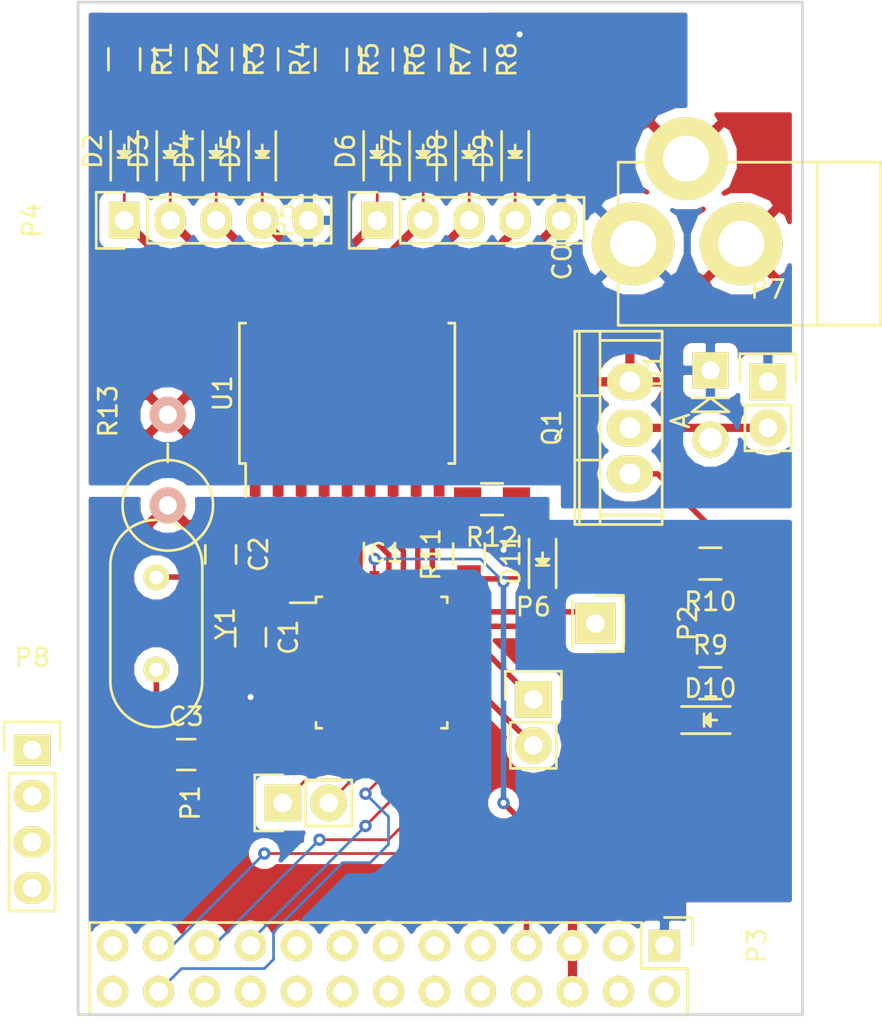
<source format=kicad_pcb>
(kicad_pcb (version 4) (host pcbnew 4.0.2+dfsg1-stable)

  (general
    (links 92)
    (no_connects 7)
    (area 142.789999 125.044999 182.945001 181.075001)
    (thickness 1.6)
    (drawings 39)
    (tracks 197)
    (zones 0)
    (modules 40)
    (nets 50)
  )

  (page A3)
  (title_block
    (date "15 nov 2012")
  )

  (layers
    (0 F.Cu signal)
    (31 B.Cu signal)
    (32 B.Adhes user)
    (33 F.Adhes user)
    (34 B.Paste user)
    (35 F.Paste user)
    (36 B.SilkS user)
    (37 F.SilkS user)
    (38 B.Mask user)
    (39 F.Mask user)
    (40 Dwgs.User user hide)
    (41 Cmts.User user)
    (42 Eco1.User user)
    (43 Eco2.User user)
    (44 Edge.Cuts user)
  )

  (setup
    (last_trace_width 0.1524)
    (user_trace_width 0.1524)
    (user_trace_width 0.3048)
    (user_trace_width 0.4572)
    (trace_clearance 0.1524)
    (zone_clearance 0.508)
    (zone_45_only yes)
    (trace_min 0.1524)
    (segment_width 0.2)
    (edge_width 0.15)
    (via_size 0.6858)
    (via_drill 0.3302)
    (via_min_size 0.6858)
    (via_min_drill 0.3302)
    (uvia_size 0.5)
    (uvia_drill 0.1)
    (uvias_allowed no)
    (uvia_min_size 0.1778)
    (uvia_min_drill 0.0889)
    (pcb_text_width 0.3)
    (pcb_text_size 1 1)
    (mod_edge_width 0.15)
    (mod_text_size 1 1)
    (mod_text_width 0.15)
    (pad_size 1 1)
    (pad_drill 0.6)
    (pad_to_mask_clearance 0)
    (aux_axis_origin 143.5 181)
    (grid_origin 143.5 181)
    (visible_elements 7FFFFFFF)
    (pcbplotparams
      (layerselection 0x010f0_80000001)
      (usegerberextensions false)
      (excludeedgelayer true)
      (linewidth 0.150000)
      (plotframeref false)
      (viasonmask false)
      (mode 1)
      (useauxorigin false)
      (hpglpennumber 1)
      (hpglpenspeed 20)
      (hpglpendiameter 15)
      (hpglpenoverlay 2)
      (psnegative false)
      (psa4output false)
      (plotreference true)
      (plotvalue true)
      (plotinvisibletext false)
      (padsonsilk false)
      (subtractmaskfromsilk true)
      (outputformat 1)
      (mirror false)
      (drillshape 0)
      (scaleselection 1)
      (outputdirectory gerbers/))
  )

  (net 0 "")
  (net 1 GND)
  (net 2 GNDD)
  (net 3 +3V3)
  (net 4 /XTAL1)
  (net 5 /XTAL2)
  (net 6 +12V)
  (net 7 "Net-(D1-Pad2)")
  (net 8 "Net-(D2-Pad2)")
  (net 9 "Net-(D2-Pad1)")
  (net 10 "Net-(D3-Pad2)")
  (net 11 "Net-(D3-Pad1)")
  (net 12 "Net-(D4-Pad2)")
  (net 13 "Net-(D4-Pad1)")
  (net 14 "Net-(D5-Pad2)")
  (net 15 "Net-(D5-Pad1)")
  (net 16 "Net-(D6-Pad2)")
  (net 17 "Net-(D6-Pad1)")
  (net 18 "Net-(D7-Pad2)")
  (net 19 "Net-(D7-Pad1)")
  (net 20 "Net-(D8-Pad2)")
  (net 21 "Net-(D8-Pad1)")
  (net 22 "Net-(D9-Pad2)")
  (net 23 "Net-(D9-Pad1)")
  (net 24 "Net-(IC1-Pad2)")
  (net 25 "Net-(IC1-Pad9)")
  (net 26 "Net-(IC1-Pad10)")
  (net 27 "Net-(IC1-Pad11)")
  (net 28 "Net-(IC1-Pad12)")
  (net 29 "Net-(IC1-Pad13)")
  (net 30 "/GPIO8(CE0)")
  (net 31 "/GPIO10(MOSI)")
  (net 32 "/GPIO9(MISO)")
  (net 33 "/GPIO11(SCLK)")
  (net 34 "Net-(IC1-Pad19)")
  (net 35 "Net-(IC1-Pad22)")
  (net 36 /VALVE)
  (net 37 "Net-(IC1-Pad24)")
  (net 38 /GPIO4)
  (net 39 "Net-(Q1-Pad1)")
  (net 40 "Net-(D10-Pad2)")
  (net 41 "Net-(D11-Pad2)")
  (net 42 /S1)
  (net 43 /S8)
  (net 44 /S7)
  (net 45 /S6)
  (net 46 /S5)
  (net 47 /S4)
  (net 48 /S3)
  (net 49 /S2)

  (net_class Default "This is the default net class."
    (clearance 0.1524)
    (trace_width 0.1524)
    (via_dia 0.6858)
    (via_drill 0.3302)
    (uvia_dia 0.5)
    (uvia_drill 0.1)
    (add_net +12V)
    (add_net +3V3)
    (add_net "/GPIO10(MOSI)")
    (add_net "/GPIO11(SCLK)")
    (add_net /GPIO4)
    (add_net "/GPIO8(CE0)")
    (add_net "/GPIO9(MISO)")
    (add_net /S1)
    (add_net /S2)
    (add_net /S3)
    (add_net /S4)
    (add_net /S5)
    (add_net /S6)
    (add_net /S7)
    (add_net /S8)
    (add_net /VALVE)
    (add_net /XTAL1)
    (add_net /XTAL2)
    (add_net GND)
    (add_net GNDD)
    (add_net "Net-(D1-Pad2)")
    (add_net "Net-(D10-Pad2)")
    (add_net "Net-(D11-Pad2)")
    (add_net "Net-(D2-Pad1)")
    (add_net "Net-(D2-Pad2)")
    (add_net "Net-(D3-Pad1)")
    (add_net "Net-(D3-Pad2)")
    (add_net "Net-(D4-Pad1)")
    (add_net "Net-(D4-Pad2)")
    (add_net "Net-(D5-Pad1)")
    (add_net "Net-(D5-Pad2)")
    (add_net "Net-(D6-Pad1)")
    (add_net "Net-(D6-Pad2)")
    (add_net "Net-(D7-Pad1)")
    (add_net "Net-(D7-Pad2)")
    (add_net "Net-(D8-Pad1)")
    (add_net "Net-(D8-Pad2)")
    (add_net "Net-(D9-Pad1)")
    (add_net "Net-(D9-Pad2)")
    (add_net "Net-(IC1-Pad10)")
    (add_net "Net-(IC1-Pad11)")
    (add_net "Net-(IC1-Pad12)")
    (add_net "Net-(IC1-Pad13)")
    (add_net "Net-(IC1-Pad19)")
    (add_net "Net-(IC1-Pad2)")
    (add_net "Net-(IC1-Pad22)")
    (add_net "Net-(IC1-Pad24)")
    (add_net "Net-(IC1-Pad9)")
    (add_net "Net-(Q1-Pad1)")
  )

  (net_class Power ""
    (clearance 0.3048)
    (trace_width 0.3048)
    (via_dia 0.6858)
    (via_drill 0.3302)
    (uvia_dia 0.5)
    (uvia_drill 0.1)
  )

  (module Housings_QFP:TQFP-32_7x7mm_Pitch0.8mm (layer F.Cu) (tedit 5A08130D) (tstamp 5A077DCF)
    (at 159.629 161.569)
    (descr "32-Lead Plastic Thin Quad Flatpack (PT) - 7x7x1.0 mm Body, 2.00 mm [TQFP] (see Microchip Packaging Specification 00000049BS.pdf)")
    (tags "QFP 0.8")
    (path /59F54790)
    (attr smd)
    (fp_text reference IC1 (at 0 -6.05) (layer F.SilkS)
      (effects (font (size 1 1) (thickness 0.15)))
    )
    (fp_text value ATMEGA328P-A (at -0.254 0.127) (layer F.Fab)
      (effects (font (size 1 1) (thickness 0.15)))
    )
    (fp_line (start -5.3 -5.3) (end -5.3 5.3) (layer F.CrtYd) (width 0.05))
    (fp_line (start 5.3 -5.3) (end 5.3 5.3) (layer F.CrtYd) (width 0.05))
    (fp_line (start -5.3 -5.3) (end 5.3 -5.3) (layer F.CrtYd) (width 0.05))
    (fp_line (start -5.3 5.3) (end 5.3 5.3) (layer F.CrtYd) (width 0.05))
    (fp_line (start -3.625 -3.625) (end -3.625 -3.3) (layer F.SilkS) (width 0.15))
    (fp_line (start 3.625 -3.625) (end 3.625 -3.3) (layer F.SilkS) (width 0.15))
    (fp_line (start 3.625 3.625) (end 3.625 3.3) (layer F.SilkS) (width 0.15))
    (fp_line (start -3.625 3.625) (end -3.625 3.3) (layer F.SilkS) (width 0.15))
    (fp_line (start -3.625 -3.625) (end -3.3 -3.625) (layer F.SilkS) (width 0.15))
    (fp_line (start -3.625 3.625) (end -3.3 3.625) (layer F.SilkS) (width 0.15))
    (fp_line (start 3.625 3.625) (end 3.3 3.625) (layer F.SilkS) (width 0.15))
    (fp_line (start 3.625 -3.625) (end 3.3 -3.625) (layer F.SilkS) (width 0.15))
    (fp_line (start -3.625 -3.3) (end -5.05 -3.3) (layer F.SilkS) (width 0.15))
    (pad 1 smd rect (at -4.25 -2.8) (size 1.6 0.55) (layers F.Cu F.Paste F.Mask)
      (net 42 /S1))
    (pad 2 smd rect (at -4.25 -2) (size 1.6 0.55) (layers F.Cu F.Paste F.Mask)
      (net 24 "Net-(IC1-Pad2)"))
    (pad 3 smd rect (at -4.25 -1.2) (size 1.6 0.55) (layers F.Cu F.Paste F.Mask)
      (net 2 GNDD))
    (pad 4 smd rect (at -4.25 -0.4) (size 1.6 0.55) (layers F.Cu F.Paste F.Mask)
      (net 3 +3V3))
    (pad 5 smd rect (at -4.25 0.4) (size 1.6 0.55) (layers F.Cu F.Paste F.Mask)
      (net 2 GNDD))
    (pad 6 smd rect (at -4.25 1.2) (size 1.6 0.55) (layers F.Cu F.Paste F.Mask)
      (net 3 +3V3))
    (pad 7 smd rect (at -4.25 2) (size 1.6 0.55) (layers F.Cu F.Paste F.Mask)
      (net 4 /XTAL1))
    (pad 8 smd rect (at -4.25 2.8) (size 1.6 0.55) (layers F.Cu F.Paste F.Mask)
      (net 5 /XTAL2))
    (pad 9 smd rect (at -2.8 4.25 90) (size 1.6 0.55) (layers F.Cu F.Paste F.Mask)
      (net 25 "Net-(IC1-Pad9)"))
    (pad 10 smd rect (at -2 4.25 90) (size 1.6 0.55) (layers F.Cu F.Paste F.Mask)
      (net 26 "Net-(IC1-Pad10)"))
    (pad 11 smd rect (at -1.2 4.25 90) (size 1.6 0.55) (layers F.Cu F.Paste F.Mask)
      (net 27 "Net-(IC1-Pad11)"))
    (pad 12 smd rect (at -0.4 4.25 90) (size 1.6 0.55) (layers F.Cu F.Paste F.Mask)
      (net 28 "Net-(IC1-Pad12)"))
    (pad 13 smd rect (at 0.4 4.25 90) (size 1.6 0.55) (layers F.Cu F.Paste F.Mask)
      (net 29 "Net-(IC1-Pad13)"))
    (pad 14 smd rect (at 1.2 4.25 90) (size 1.6 0.55) (layers F.Cu F.Paste F.Mask)
      (net 30 "/GPIO8(CE0)"))
    (pad 15 smd rect (at 2 4.25 90) (size 1.6 0.55) (layers F.Cu F.Paste F.Mask)
      (net 31 "/GPIO10(MOSI)"))
    (pad 16 smd rect (at 2.8 4.25 90) (size 1.6 0.55) (layers F.Cu F.Paste F.Mask)
      (net 32 "/GPIO9(MISO)"))
    (pad 17 smd rect (at 4.25 2.8) (size 1.6 0.55) (layers F.Cu F.Paste F.Mask)
      (net 33 "/GPIO11(SCLK)"))
    (pad 18 smd rect (at 4.25 2) (size 1.6 0.55) (layers F.Cu F.Paste F.Mask)
      (net 3 +3V3))
    (pad 19 smd rect (at 4.25 1.2) (size 1.6 0.55) (layers F.Cu F.Paste F.Mask)
      (net 34 "Net-(IC1-Pad19)"))
    (pad 20 smd rect (at 4.25 0.4) (size 1.6 0.55) (layers F.Cu F.Paste F.Mask)
      (net 3 +3V3))
    (pad 21 smd rect (at 4.25 -0.4) (size 1.6 0.55) (layers F.Cu F.Paste F.Mask)
      (net 2 GNDD))
    (pad 22 smd rect (at 4.25 -1.2) (size 1.6 0.55) (layers F.Cu F.Paste F.Mask)
      (net 35 "Net-(IC1-Pad22)"))
    (pad 23 smd rect (at 4.25 -2) (size 1.6 0.55) (layers F.Cu F.Paste F.Mask)
      (net 36 /VALVE))
    (pad 24 smd rect (at 4.25 -2.8) (size 1.6 0.55) (layers F.Cu F.Paste F.Mask)
      (net 37 "Net-(IC1-Pad24)"))
    (pad 25 smd rect (at 2.8 -4.25 90) (size 1.6 0.55) (layers F.Cu F.Paste F.Mask)
      (net 43 /S8))
    (pad 26 smd rect (at 2 -4.25 90) (size 1.6 0.55) (layers F.Cu F.Paste F.Mask)
      (net 44 /S7))
    (pad 27 smd rect (at 1.2 -4.25 90) (size 1.6 0.55) (layers F.Cu F.Paste F.Mask)
      (net 45 /S6))
    (pad 28 smd rect (at 0.4 -4.25 90) (size 1.6 0.55) (layers F.Cu F.Paste F.Mask)
      (net 46 /S5))
    (pad 29 smd rect (at -0.4 -4.25 90) (size 1.6 0.55) (layers F.Cu F.Paste F.Mask)
      (net 38 /GPIO4))
    (pad 30 smd rect (at -1.2 -4.25 90) (size 1.6 0.55) (layers F.Cu F.Paste F.Mask)
      (net 47 /S4))
    (pad 31 smd rect (at -2 -4.25 90) (size 1.6 0.55) (layers F.Cu F.Paste F.Mask)
      (net 48 /S3))
    (pad 32 smd rect (at -2.8 -4.25 90) (size 1.6 0.55) (layers F.Cu F.Paste F.Mask)
      (net 49 /S2))
    (model Housings_QFP.3dshapes/TQFP-32_7x7mm_Pitch0.8mm.wrl
      (at (xyz 0 0 0))
      (scale (xyz 1 1 1))
      (rotate (xyz 0 0 0))
    )
  )

  (module Crystals:HC-49V (layer F.Cu) (tedit 5A080214) (tstamp 5A077F1B)
    (at 147.183 159.41 270)
    (descr "Quartz boitier HC-49 Vertical")
    (tags "QUARTZ DEV")
    (path /59F55314)
    (fp_text reference Y1 (at 0 -3.81 270) (layer F.SilkS)
      (effects (font (size 1 1) (thickness 0.15)))
    )
    (fp_text value 8MHz (at 0.127 -1.524 270) (layer F.Fab)
      (effects (font (size 1 1) (thickness 0.15)))
    )
    (fp_line (start -3.175 2.54) (end 3.175 2.54) (layer F.SilkS) (width 0.15))
    (fp_line (start -3.175 -2.54) (end 3.175 -2.54) (layer F.SilkS) (width 0.15))
    (fp_arc (start 3.175 0) (end 3.175 -2.54) (angle 90) (layer F.SilkS) (width 0.15))
    (fp_arc (start 3.175 0) (end 5.715 0) (angle 90) (layer F.SilkS) (width 0.15))
    (fp_arc (start -3.175 0) (end -5.715 0) (angle 90) (layer F.SilkS) (width 0.15))
    (fp_arc (start -3.175 0) (end -3.175 2.54) (angle 90) (layer F.SilkS) (width 0.15))
    (pad 1 thru_hole circle (at -2.54 0 270) (size 1.4224 1.4224) (drill 0.762) (layers *.Cu *.Mask F.SilkS)
      (net 4 /XTAL1))
    (pad 2 thru_hole circle (at 2.54 0 270) (size 1.4224 1.4224) (drill 0.762) (layers *.Cu *.Mask F.SilkS)
      (net 5 /XTAL2))
    (model Crystals.3dshapes/HC-49V.wrl
      (at (xyz 0 0 0))
      (scale (xyz 1 1 0.2))
      (rotate (xyz 0 0 0))
    )
  )

  (module Capacitors_SMD:C_0805_HandSoldering (layer F.Cu) (tedit 5A08020E) (tstamp 5A077CD7)
    (at 152.39 160.172 270)
    (descr "Capacitor SMD 0805, hand soldering")
    (tags "capacitor 0805")
    (path /59F5B2F4)
    (attr smd)
    (fp_text reference C1 (at 0 -2.1 270) (layer F.SilkS)
      (effects (font (size 1 1) (thickness 0.15)))
    )
    (fp_text value 100nF (at -4.699 -0.127 270) (layer F.Fab)
      (effects (font (size 1 1) (thickness 0.15)))
    )
    (fp_line (start -2.3 -1) (end 2.3 -1) (layer F.CrtYd) (width 0.05))
    (fp_line (start -2.3 1) (end 2.3 1) (layer F.CrtYd) (width 0.05))
    (fp_line (start -2.3 -1) (end -2.3 1) (layer F.CrtYd) (width 0.05))
    (fp_line (start 2.3 -1) (end 2.3 1) (layer F.CrtYd) (width 0.05))
    (fp_line (start 0.5 -0.85) (end -0.5 -0.85) (layer F.SilkS) (width 0.15))
    (fp_line (start -0.5 0.85) (end 0.5 0.85) (layer F.SilkS) (width 0.15))
    (pad 1 smd rect (at -1.25 0 270) (size 1.5 1.25) (layers F.Cu F.Paste F.Mask)
      (net 2 GNDD))
    (pad 2 smd rect (at 1.25 0 270) (size 1.5 1.25) (layers F.Cu F.Paste F.Mask)
      (net 3 +3V3))
    (model Capacitors_SMD.3dshapes/C_0805_HandSoldering.wrl
      (at (xyz 0 0 0))
      (scale (xyz 1 1 1))
      (rotate (xyz 0 0 0))
    )
  )

  (module Capacitors_SMD:C_0805_HandSoldering (layer F.Cu) (tedit 541A9B8D) (tstamp 5A077CE3)
    (at 150.739 155.6 270)
    (descr "Capacitor SMD 0805, hand soldering")
    (tags "capacitor 0805")
    (path /59F5A79B)
    (attr smd)
    (fp_text reference C2 (at 0 -2.1 270) (layer F.SilkS)
      (effects (font (size 1 1) (thickness 0.15)))
    )
    (fp_text value 22pF (at 0 2.1 270) (layer F.Fab)
      (effects (font (size 1 1) (thickness 0.15)))
    )
    (fp_line (start -2.3 -1) (end 2.3 -1) (layer F.CrtYd) (width 0.05))
    (fp_line (start -2.3 1) (end 2.3 1) (layer F.CrtYd) (width 0.05))
    (fp_line (start -2.3 -1) (end -2.3 1) (layer F.CrtYd) (width 0.05))
    (fp_line (start 2.3 -1) (end 2.3 1) (layer F.CrtYd) (width 0.05))
    (fp_line (start 0.5 -0.85) (end -0.5 -0.85) (layer F.SilkS) (width 0.15))
    (fp_line (start -0.5 0.85) (end 0.5 0.85) (layer F.SilkS) (width 0.15))
    (pad 1 smd rect (at -1.25 0 270) (size 1.5 1.25) (layers F.Cu F.Paste F.Mask)
      (net 2 GNDD))
    (pad 2 smd rect (at 1.25 0 270) (size 1.5 1.25) (layers F.Cu F.Paste F.Mask)
      (net 4 /XTAL1))
    (model Capacitors_SMD.3dshapes/C_0805_HandSoldering.wrl
      (at (xyz 0 0 0))
      (scale (xyz 1 1 1))
      (rotate (xyz 0 0 0))
    )
  )

  (module Capacitors_SMD:C_0805_HandSoldering (layer F.Cu) (tedit 5A08132F) (tstamp 5A077CEF)
    (at 148.834 166.649)
    (descr "Capacitor SMD 0805, hand soldering")
    (tags "capacitor 0805")
    (path /59F5A938)
    (attr smd)
    (fp_text reference C3 (at 0 -2.1) (layer F.SilkS)
      (effects (font (size 1 1) (thickness 0.15)))
    )
    (fp_text value 22pF (at 4.572 -0.127) (layer F.Fab)
      (effects (font (size 1 1) (thickness 0.15)))
    )
    (fp_line (start -2.3 -1) (end 2.3 -1) (layer F.CrtYd) (width 0.05))
    (fp_line (start -2.3 1) (end 2.3 1) (layer F.CrtYd) (width 0.05))
    (fp_line (start -2.3 -1) (end -2.3 1) (layer F.CrtYd) (width 0.05))
    (fp_line (start 2.3 -1) (end 2.3 1) (layer F.CrtYd) (width 0.05))
    (fp_line (start 0.5 -0.85) (end -0.5 -0.85) (layer F.SilkS) (width 0.15))
    (fp_line (start -0.5 0.85) (end 0.5 0.85) (layer F.SilkS) (width 0.15))
    (pad 1 smd rect (at -1.25 0) (size 1.5 1.25) (layers F.Cu F.Paste F.Mask)
      (net 2 GNDD))
    (pad 2 smd rect (at 1.25 0) (size 1.5 1.25) (layers F.Cu F.Paste F.Mask)
      (net 5 /XTAL2))
    (model Capacitors_SMD.3dshapes/C_0805_HandSoldering.wrl
      (at (xyz 0 0 0))
      (scale (xyz 1 1 1))
      (rotate (xyz 0 0 0))
    )
  )

  (module Diodes_ThroughHole:Diode_DO-41_SOD81_Vertical_AnodeUp (layer F.Cu) (tedit 5538ACB1) (tstamp 5A077D06)
    (at 177.79 145.44 270)
    (descr "Diode, DO-41, SOD81, Vertical, Anode Up,")
    (tags "Diode, DO-41, SOD81, Vertical, Anode Up, 1N4007, SB140,")
    (path /59F6E1A1)
    (fp_text reference D1 (at 0 3.175 270) (layer F.SilkS)
      (effects (font (size 1 1) (thickness 0.15)))
    )
    (fp_text value 1N4007 (at 0.05 -2 270) (layer F.Fab)
      (effects (font (size 1 1) (thickness 0.15)))
    )
    (fp_text user A (at 2.794 1.651 270) (layer F.SilkS)
      (effects (font (size 1 1) (thickness 0.15)))
    )
    (fp_line (start 1.524 0) (end 2.286 1.016) (layer F.SilkS) (width 0.15))
    (fp_line (start 1.524 0) (end 2.286 -1.016) (layer F.SilkS) (width 0.15))
    (fp_line (start 1.524 -1.016) (end 1.524 1.016) (layer F.SilkS) (width 0.15))
    (fp_line (start 2.286 -1.016) (end 2.286 1.016) (layer F.SilkS) (width 0.15))
    (pad 2 thru_hole circle (at 3.81 0 270) (size 1.99898 1.99898) (drill 1.27) (layers *.Cu *.Mask F.SilkS)
      (net 7 "Net-(D1-Pad2)"))
    (pad 1 thru_hole rect (at 0 0 270) (size 1.99898 1.99898) (drill 1.00076) (layers *.Cu *.Mask F.SilkS)
      (net 6 +12V))
  )

  (module LEDs:LED_0805 (layer F.Cu) (tedit 55BDE1C2) (tstamp 5A077D19)
    (at 145.415 133.35 90)
    (descr "LED 0805 smd package")
    (tags "LED 0805 SMD")
    (path /59F57BFC)
    (attr smd)
    (fp_text reference D2 (at 0 -1.75 90) (layer F.SilkS)
      (effects (font (size 1 1) (thickness 0.15)))
    )
    (fp_text value " " (at 0 1.75 90) (layer F.Fab)
      (effects (font (size 1 1) (thickness 0.15)))
    )
    (fp_line (start -1.6 0.75) (end 1.1 0.75) (layer F.SilkS) (width 0.15))
    (fp_line (start -1.6 -0.75) (end 1.1 -0.75) (layer F.SilkS) (width 0.15))
    (fp_line (start -0.1 0.15) (end -0.1 -0.1) (layer F.SilkS) (width 0.15))
    (fp_line (start -0.1 -0.1) (end -0.25 0.05) (layer F.SilkS) (width 0.15))
    (fp_line (start -0.35 -0.35) (end -0.35 0.35) (layer F.SilkS) (width 0.15))
    (fp_line (start 0 0) (end 0.35 0) (layer F.SilkS) (width 0.15))
    (fp_line (start -0.35 0) (end 0 -0.35) (layer F.SilkS) (width 0.15))
    (fp_line (start 0 -0.35) (end 0 0.35) (layer F.SilkS) (width 0.15))
    (fp_line (start 0 0.35) (end -0.35 0) (layer F.SilkS) (width 0.15))
    (fp_line (start 1.9 -0.95) (end 1.9 0.95) (layer F.CrtYd) (width 0.05))
    (fp_line (start 1.9 0.95) (end -1.9 0.95) (layer F.CrtYd) (width 0.05))
    (fp_line (start -1.9 0.95) (end -1.9 -0.95) (layer F.CrtYd) (width 0.05))
    (fp_line (start -1.9 -0.95) (end 1.9 -0.95) (layer F.CrtYd) (width 0.05))
    (pad 2 smd rect (at 1.04902 0 270) (size 1.19888 1.19888) (layers F.Cu F.Paste F.Mask)
      (net 8 "Net-(D2-Pad2)"))
    (pad 1 smd rect (at -1.04902 0 270) (size 1.19888 1.19888) (layers F.Cu F.Paste F.Mask)
      (net 9 "Net-(D2-Pad1)"))
    (model LEDs.3dshapes/LED_0805.wrl
      (at (xyz 0 0 0))
      (scale (xyz 1 1 1))
      (rotate (xyz 0 0 0))
    )
  )

  (module LEDs:LED_0805 (layer F.Cu) (tedit 55BDE1C2) (tstamp 5A077D2C)
    (at 147.955 133.35 90)
    (descr "LED 0805 smd package")
    (tags "LED 0805 SMD")
    (path /59F57BE4)
    (attr smd)
    (fp_text reference D3 (at 0 -1.75 90) (layer F.SilkS)
      (effects (font (size 1 1) (thickness 0.15)))
    )
    (fp_text value " " (at 0 1.75 90) (layer F.Fab)
      (effects (font (size 1 1) (thickness 0.15)))
    )
    (fp_line (start -1.6 0.75) (end 1.1 0.75) (layer F.SilkS) (width 0.15))
    (fp_line (start -1.6 -0.75) (end 1.1 -0.75) (layer F.SilkS) (width 0.15))
    (fp_line (start -0.1 0.15) (end -0.1 -0.1) (layer F.SilkS) (width 0.15))
    (fp_line (start -0.1 -0.1) (end -0.25 0.05) (layer F.SilkS) (width 0.15))
    (fp_line (start -0.35 -0.35) (end -0.35 0.35) (layer F.SilkS) (width 0.15))
    (fp_line (start 0 0) (end 0.35 0) (layer F.SilkS) (width 0.15))
    (fp_line (start -0.35 0) (end 0 -0.35) (layer F.SilkS) (width 0.15))
    (fp_line (start 0 -0.35) (end 0 0.35) (layer F.SilkS) (width 0.15))
    (fp_line (start 0 0.35) (end -0.35 0) (layer F.SilkS) (width 0.15))
    (fp_line (start 1.9 -0.95) (end 1.9 0.95) (layer F.CrtYd) (width 0.05))
    (fp_line (start 1.9 0.95) (end -1.9 0.95) (layer F.CrtYd) (width 0.05))
    (fp_line (start -1.9 0.95) (end -1.9 -0.95) (layer F.CrtYd) (width 0.05))
    (fp_line (start -1.9 -0.95) (end 1.9 -0.95) (layer F.CrtYd) (width 0.05))
    (pad 2 smd rect (at 1.04902 0 270) (size 1.19888 1.19888) (layers F.Cu F.Paste F.Mask)
      (net 10 "Net-(D3-Pad2)"))
    (pad 1 smd rect (at -1.04902 0 270) (size 1.19888 1.19888) (layers F.Cu F.Paste F.Mask)
      (net 11 "Net-(D3-Pad1)"))
    (model LEDs.3dshapes/LED_0805.wrl
      (at (xyz 0 0 0))
      (scale (xyz 1 1 1))
      (rotate (xyz 0 0 0))
    )
  )

  (module LEDs:LED_0805 (layer F.Cu) (tedit 55BDE1C2) (tstamp 5A077D3F)
    (at 150.495 133.35 90)
    (descr "LED 0805 smd package")
    (tags "LED 0805 SMD")
    (path /59F57BCC)
    (attr smd)
    (fp_text reference D4 (at 0 -1.75 90) (layer F.SilkS)
      (effects (font (size 1 1) (thickness 0.15)))
    )
    (fp_text value " " (at 0 1.75 90) (layer F.Fab)
      (effects (font (size 1 1) (thickness 0.15)))
    )
    (fp_line (start -1.6 0.75) (end 1.1 0.75) (layer F.SilkS) (width 0.15))
    (fp_line (start -1.6 -0.75) (end 1.1 -0.75) (layer F.SilkS) (width 0.15))
    (fp_line (start -0.1 0.15) (end -0.1 -0.1) (layer F.SilkS) (width 0.15))
    (fp_line (start -0.1 -0.1) (end -0.25 0.05) (layer F.SilkS) (width 0.15))
    (fp_line (start -0.35 -0.35) (end -0.35 0.35) (layer F.SilkS) (width 0.15))
    (fp_line (start 0 0) (end 0.35 0) (layer F.SilkS) (width 0.15))
    (fp_line (start -0.35 0) (end 0 -0.35) (layer F.SilkS) (width 0.15))
    (fp_line (start 0 -0.35) (end 0 0.35) (layer F.SilkS) (width 0.15))
    (fp_line (start 0 0.35) (end -0.35 0) (layer F.SilkS) (width 0.15))
    (fp_line (start 1.9 -0.95) (end 1.9 0.95) (layer F.CrtYd) (width 0.05))
    (fp_line (start 1.9 0.95) (end -1.9 0.95) (layer F.CrtYd) (width 0.05))
    (fp_line (start -1.9 0.95) (end -1.9 -0.95) (layer F.CrtYd) (width 0.05))
    (fp_line (start -1.9 -0.95) (end 1.9 -0.95) (layer F.CrtYd) (width 0.05))
    (pad 2 smd rect (at 1.04902 0 270) (size 1.19888 1.19888) (layers F.Cu F.Paste F.Mask)
      (net 12 "Net-(D4-Pad2)"))
    (pad 1 smd rect (at -1.04902 0 270) (size 1.19888 1.19888) (layers F.Cu F.Paste F.Mask)
      (net 13 "Net-(D4-Pad1)"))
    (model LEDs.3dshapes/LED_0805.wrl
      (at (xyz 0 0 0))
      (scale (xyz 1 1 1))
      (rotate (xyz 0 0 0))
    )
  )

  (module LEDs:LED_0805 (layer F.Cu) (tedit 55BDE1C2) (tstamp 5A077D52)
    (at 153.035 133.35 90)
    (descr "LED 0805 smd package")
    (tags "LED 0805 SMD")
    (path /59F57BB4)
    (attr smd)
    (fp_text reference D5 (at 0 -1.75 90) (layer F.SilkS)
      (effects (font (size 1 1) (thickness 0.15)))
    )
    (fp_text value " " (at 0 1.75 90) (layer F.Fab)
      (effects (font (size 1 1) (thickness 0.15)))
    )
    (fp_line (start -1.6 0.75) (end 1.1 0.75) (layer F.SilkS) (width 0.15))
    (fp_line (start -1.6 -0.75) (end 1.1 -0.75) (layer F.SilkS) (width 0.15))
    (fp_line (start -0.1 0.15) (end -0.1 -0.1) (layer F.SilkS) (width 0.15))
    (fp_line (start -0.1 -0.1) (end -0.25 0.05) (layer F.SilkS) (width 0.15))
    (fp_line (start -0.35 -0.35) (end -0.35 0.35) (layer F.SilkS) (width 0.15))
    (fp_line (start 0 0) (end 0.35 0) (layer F.SilkS) (width 0.15))
    (fp_line (start -0.35 0) (end 0 -0.35) (layer F.SilkS) (width 0.15))
    (fp_line (start 0 -0.35) (end 0 0.35) (layer F.SilkS) (width 0.15))
    (fp_line (start 0 0.35) (end -0.35 0) (layer F.SilkS) (width 0.15))
    (fp_line (start 1.9 -0.95) (end 1.9 0.95) (layer F.CrtYd) (width 0.05))
    (fp_line (start 1.9 0.95) (end -1.9 0.95) (layer F.CrtYd) (width 0.05))
    (fp_line (start -1.9 0.95) (end -1.9 -0.95) (layer F.CrtYd) (width 0.05))
    (fp_line (start -1.9 -0.95) (end 1.9 -0.95) (layer F.CrtYd) (width 0.05))
    (pad 2 smd rect (at 1.04902 0 270) (size 1.19888 1.19888) (layers F.Cu F.Paste F.Mask)
      (net 14 "Net-(D5-Pad2)"))
    (pad 1 smd rect (at -1.04902 0 270) (size 1.19888 1.19888) (layers F.Cu F.Paste F.Mask)
      (net 15 "Net-(D5-Pad1)"))
    (model LEDs.3dshapes/LED_0805.wrl
      (at (xyz 0 0 0))
      (scale (xyz 1 1 1))
      (rotate (xyz 0 0 0))
    )
  )

  (module LEDs:LED_0805 (layer F.Cu) (tedit 55BDE1C2) (tstamp 5A077D65)
    (at 159.385 133.35 90)
    (descr "LED 0805 smd package")
    (tags "LED 0805 SMD")
    (path /59F57A1A)
    (attr smd)
    (fp_text reference D6 (at 0 -1.75 90) (layer F.SilkS)
      (effects (font (size 1 1) (thickness 0.15)))
    )
    (fp_text value " " (at 0 1.75 90) (layer F.Fab)
      (effects (font (size 1 1) (thickness 0.15)))
    )
    (fp_line (start -1.6 0.75) (end 1.1 0.75) (layer F.SilkS) (width 0.15))
    (fp_line (start -1.6 -0.75) (end 1.1 -0.75) (layer F.SilkS) (width 0.15))
    (fp_line (start -0.1 0.15) (end -0.1 -0.1) (layer F.SilkS) (width 0.15))
    (fp_line (start -0.1 -0.1) (end -0.25 0.05) (layer F.SilkS) (width 0.15))
    (fp_line (start -0.35 -0.35) (end -0.35 0.35) (layer F.SilkS) (width 0.15))
    (fp_line (start 0 0) (end 0.35 0) (layer F.SilkS) (width 0.15))
    (fp_line (start -0.35 0) (end 0 -0.35) (layer F.SilkS) (width 0.15))
    (fp_line (start 0 -0.35) (end 0 0.35) (layer F.SilkS) (width 0.15))
    (fp_line (start 0 0.35) (end -0.35 0) (layer F.SilkS) (width 0.15))
    (fp_line (start 1.9 -0.95) (end 1.9 0.95) (layer F.CrtYd) (width 0.05))
    (fp_line (start 1.9 0.95) (end -1.9 0.95) (layer F.CrtYd) (width 0.05))
    (fp_line (start -1.9 0.95) (end -1.9 -0.95) (layer F.CrtYd) (width 0.05))
    (fp_line (start -1.9 -0.95) (end 1.9 -0.95) (layer F.CrtYd) (width 0.05))
    (pad 2 smd rect (at 1.04902 0 270) (size 1.19888 1.19888) (layers F.Cu F.Paste F.Mask)
      (net 16 "Net-(D6-Pad2)"))
    (pad 1 smd rect (at -1.04902 0 270) (size 1.19888 1.19888) (layers F.Cu F.Paste F.Mask)
      (net 17 "Net-(D6-Pad1)"))
    (model LEDs.3dshapes/LED_0805.wrl
      (at (xyz 0 0 0))
      (scale (xyz 1 1 1))
      (rotate (xyz 0 0 0))
    )
  )

  (module LEDs:LED_0805 (layer F.Cu) (tedit 55BDE1C2) (tstamp 5A077D78)
    (at 161.925 133.35 90)
    (descr "LED 0805 smd package")
    (tags "LED 0805 SMD")
    (path /59F57A02)
    (attr smd)
    (fp_text reference D7 (at 0 -1.75 90) (layer F.SilkS)
      (effects (font (size 1 1) (thickness 0.15)))
    )
    (fp_text value " " (at 0 1.75 90) (layer F.Fab)
      (effects (font (size 1 1) (thickness 0.15)))
    )
    (fp_line (start -1.6 0.75) (end 1.1 0.75) (layer F.SilkS) (width 0.15))
    (fp_line (start -1.6 -0.75) (end 1.1 -0.75) (layer F.SilkS) (width 0.15))
    (fp_line (start -0.1 0.15) (end -0.1 -0.1) (layer F.SilkS) (width 0.15))
    (fp_line (start -0.1 -0.1) (end -0.25 0.05) (layer F.SilkS) (width 0.15))
    (fp_line (start -0.35 -0.35) (end -0.35 0.35) (layer F.SilkS) (width 0.15))
    (fp_line (start 0 0) (end 0.35 0) (layer F.SilkS) (width 0.15))
    (fp_line (start -0.35 0) (end 0 -0.35) (layer F.SilkS) (width 0.15))
    (fp_line (start 0 -0.35) (end 0 0.35) (layer F.SilkS) (width 0.15))
    (fp_line (start 0 0.35) (end -0.35 0) (layer F.SilkS) (width 0.15))
    (fp_line (start 1.9 -0.95) (end 1.9 0.95) (layer F.CrtYd) (width 0.05))
    (fp_line (start 1.9 0.95) (end -1.9 0.95) (layer F.CrtYd) (width 0.05))
    (fp_line (start -1.9 0.95) (end -1.9 -0.95) (layer F.CrtYd) (width 0.05))
    (fp_line (start -1.9 -0.95) (end 1.9 -0.95) (layer F.CrtYd) (width 0.05))
    (pad 2 smd rect (at 1.04902 0 270) (size 1.19888 1.19888) (layers F.Cu F.Paste F.Mask)
      (net 18 "Net-(D7-Pad2)"))
    (pad 1 smd rect (at -1.04902 0 270) (size 1.19888 1.19888) (layers F.Cu F.Paste F.Mask)
      (net 19 "Net-(D7-Pad1)"))
    (model LEDs.3dshapes/LED_0805.wrl
      (at (xyz 0 0 0))
      (scale (xyz 1 1 1))
      (rotate (xyz 0 0 0))
    )
  )

  (module LEDs:LED_0805 (layer F.Cu) (tedit 55BDE1C2) (tstamp 5A077D8B)
    (at 164.465 133.35 90)
    (descr "LED 0805 smd package")
    (tags "LED 0805 SMD")
    (path /59F57803)
    (attr smd)
    (fp_text reference D8 (at 0 -1.75 90) (layer F.SilkS)
      (effects (font (size 1 1) (thickness 0.15)))
    )
    (fp_text value " " (at 0 1.75 90) (layer F.Fab)
      (effects (font (size 1 1) (thickness 0.15)))
    )
    (fp_line (start -1.6 0.75) (end 1.1 0.75) (layer F.SilkS) (width 0.15))
    (fp_line (start -1.6 -0.75) (end 1.1 -0.75) (layer F.SilkS) (width 0.15))
    (fp_line (start -0.1 0.15) (end -0.1 -0.1) (layer F.SilkS) (width 0.15))
    (fp_line (start -0.1 -0.1) (end -0.25 0.05) (layer F.SilkS) (width 0.15))
    (fp_line (start -0.35 -0.35) (end -0.35 0.35) (layer F.SilkS) (width 0.15))
    (fp_line (start 0 0) (end 0.35 0) (layer F.SilkS) (width 0.15))
    (fp_line (start -0.35 0) (end 0 -0.35) (layer F.SilkS) (width 0.15))
    (fp_line (start 0 -0.35) (end 0 0.35) (layer F.SilkS) (width 0.15))
    (fp_line (start 0 0.35) (end -0.35 0) (layer F.SilkS) (width 0.15))
    (fp_line (start 1.9 -0.95) (end 1.9 0.95) (layer F.CrtYd) (width 0.05))
    (fp_line (start 1.9 0.95) (end -1.9 0.95) (layer F.CrtYd) (width 0.05))
    (fp_line (start -1.9 0.95) (end -1.9 -0.95) (layer F.CrtYd) (width 0.05))
    (fp_line (start -1.9 -0.95) (end 1.9 -0.95) (layer F.CrtYd) (width 0.05))
    (pad 2 smd rect (at 1.04902 0 270) (size 1.19888 1.19888) (layers F.Cu F.Paste F.Mask)
      (net 20 "Net-(D8-Pad2)"))
    (pad 1 smd rect (at -1.04902 0 270) (size 1.19888 1.19888) (layers F.Cu F.Paste F.Mask)
      (net 21 "Net-(D8-Pad1)"))
    (model LEDs.3dshapes/LED_0805.wrl
      (at (xyz 0 0 0))
      (scale (xyz 1 1 1))
      (rotate (xyz 0 0 0))
    )
  )

  (module LEDs:LED_0805 (layer F.Cu) (tedit 55BDE1C2) (tstamp 5A077D9E)
    (at 167.005 133.35 90)
    (descr "LED 0805 smd package")
    (tags "LED 0805 SMD")
    (path /59F57130)
    (attr smd)
    (fp_text reference D9 (at 0 -1.75 90) (layer F.SilkS)
      (effects (font (size 1 1) (thickness 0.15)))
    )
    (fp_text value " " (at 0 1.75 90) (layer F.Fab)
      (effects (font (size 1 1) (thickness 0.15)))
    )
    (fp_line (start -1.6 0.75) (end 1.1 0.75) (layer F.SilkS) (width 0.15))
    (fp_line (start -1.6 -0.75) (end 1.1 -0.75) (layer F.SilkS) (width 0.15))
    (fp_line (start -0.1 0.15) (end -0.1 -0.1) (layer F.SilkS) (width 0.15))
    (fp_line (start -0.1 -0.1) (end -0.25 0.05) (layer F.SilkS) (width 0.15))
    (fp_line (start -0.35 -0.35) (end -0.35 0.35) (layer F.SilkS) (width 0.15))
    (fp_line (start 0 0) (end 0.35 0) (layer F.SilkS) (width 0.15))
    (fp_line (start -0.35 0) (end 0 -0.35) (layer F.SilkS) (width 0.15))
    (fp_line (start 0 -0.35) (end 0 0.35) (layer F.SilkS) (width 0.15))
    (fp_line (start 0 0.35) (end -0.35 0) (layer F.SilkS) (width 0.15))
    (fp_line (start 1.9 -0.95) (end 1.9 0.95) (layer F.CrtYd) (width 0.05))
    (fp_line (start 1.9 0.95) (end -1.9 0.95) (layer F.CrtYd) (width 0.05))
    (fp_line (start -1.9 0.95) (end -1.9 -0.95) (layer F.CrtYd) (width 0.05))
    (fp_line (start -1.9 -0.95) (end 1.9 -0.95) (layer F.CrtYd) (width 0.05))
    (pad 2 smd rect (at 1.04902 0 270) (size 1.19888 1.19888) (layers F.Cu F.Paste F.Mask)
      (net 22 "Net-(D9-Pad2)"))
    (pad 1 smd rect (at -1.04902 0 270) (size 1.19888 1.19888) (layers F.Cu F.Paste F.Mask)
      (net 23 "Net-(D9-Pad1)"))
    (model LEDs.3dshapes/LED_0805.wrl
      (at (xyz 0 0 0))
      (scale (xyz 1 1 1))
      (rotate (xyz 0 0 0))
    )
  )

  (module Pin_Headers:Pin_Header_Straight_1x02 (layer F.Cu) (tedit 5A08131A) (tstamp 5A077DD0)
    (at 154.168 169.316 90)
    (descr "Through hole pin header")
    (tags "pin header")
    (path /59F56392)
    (fp_text reference P1 (at 0 -5.1 90) (layer F.SilkS)
      (effects (font (size 1 1) (thickness 0.15)))
    )
    (fp_text value X_PB01 (at -1.397 -3.429 270) (layer F.Fab)
      (effects (font (size 1 1) (thickness 0.15)))
    )
    (fp_line (start 1.27 1.27) (end 1.27 3.81) (layer F.SilkS) (width 0.15))
    (fp_line (start 1.55 -1.55) (end 1.55 0) (layer F.SilkS) (width 0.15))
    (fp_line (start -1.75 -1.75) (end -1.75 4.3) (layer F.CrtYd) (width 0.05))
    (fp_line (start 1.75 -1.75) (end 1.75 4.3) (layer F.CrtYd) (width 0.05))
    (fp_line (start -1.75 -1.75) (end 1.75 -1.75) (layer F.CrtYd) (width 0.05))
    (fp_line (start -1.75 4.3) (end 1.75 4.3) (layer F.CrtYd) (width 0.05))
    (fp_line (start 1.27 1.27) (end -1.27 1.27) (layer F.SilkS) (width 0.15))
    (fp_line (start -1.55 0) (end -1.55 -1.55) (layer F.SilkS) (width 0.15))
    (fp_line (start -1.55 -1.55) (end 1.55 -1.55) (layer F.SilkS) (width 0.15))
    (fp_line (start -1.27 1.27) (end -1.27 3.81) (layer F.SilkS) (width 0.15))
    (fp_line (start -1.27 3.81) (end 1.27 3.81) (layer F.SilkS) (width 0.15))
    (pad 1 thru_hole rect (at 0 0 90) (size 2.032 2.032) (drill 1.016) (layers *.Cu *.Mask F.SilkS)
      (net 28 "Net-(IC1-Pad12)"))
    (pad 2 thru_hole oval (at 0 2.54 90) (size 2.032 2.032) (drill 1.016) (layers *.Cu *.Mask F.SilkS)
      (net 29 "Net-(IC1-Pad13)"))
    (model Pin_Headers.3dshapes/Pin_Header_Straight_1x02.wrl
      (at (xyz 0 -0.05 0))
      (scale (xyz 1 1 1))
      (rotate (xyz 0 0 90))
    )
  )

  (module Pin_Headers:Pin_Header_Straight_2x13 (layer F.Cu) (tedit 5A0801F8) (tstamp 5A077E1D)
    (at 175.25 177.19 270)
    (descr "Through hole pin header")
    (tags "pin header")
    (path /50A55ABA)
    (fp_text reference P3 (at 0 -5.1 270) (layer F.SilkS)
      (effects (font (size 1 1) (thickness 0.15)))
    )
    (fp_text value CONN_13X2 (at 5.588 13.462 540) (layer F.Fab)
      (effects (font (size 1 1) (thickness 0.15)))
    )
    (fp_line (start -1.75 -1.75) (end -1.75 32.25) (layer F.CrtYd) (width 0.05))
    (fp_line (start 4.3 -1.75) (end 4.3 32.25) (layer F.CrtYd) (width 0.05))
    (fp_line (start -1.75 -1.75) (end 4.3 -1.75) (layer F.CrtYd) (width 0.05))
    (fp_line (start -1.75 32.25) (end 4.3 32.25) (layer F.CrtYd) (width 0.05))
    (fp_line (start 3.81 -1.27) (end 3.81 31.75) (layer F.SilkS) (width 0.15))
    (fp_line (start -1.27 1.27) (end -1.27 31.75) (layer F.SilkS) (width 0.15))
    (fp_line (start 3.81 31.75) (end -1.27 31.75) (layer F.SilkS) (width 0.15))
    (fp_line (start 3.81 -1.27) (end 1.27 -1.27) (layer F.SilkS) (width 0.15))
    (fp_line (start 0 -1.55) (end -1.55 -1.55) (layer F.SilkS) (width 0.15))
    (fp_line (start 1.27 -1.27) (end 1.27 1.27) (layer F.SilkS) (width 0.15))
    (fp_line (start 1.27 1.27) (end -1.27 1.27) (layer F.SilkS) (width 0.15))
    (fp_line (start -1.55 -1.55) (end -1.55 0) (layer F.SilkS) (width 0.15))
    (pad 1 thru_hole rect (at 0 0 270) (size 1.7272 1.7272) (drill 1.016) (layers *.Cu *.Mask F.SilkS)
      (net 3 +3V3))
    (pad 2 thru_hole oval (at 2.54 0 270) (size 1.7272 1.7272) (drill 1.016) (layers *.Cu *.Mask F.SilkS))
    (pad 3 thru_hole oval (at 0 2.54 270) (size 1.7272 1.7272) (drill 1.016) (layers *.Cu *.Mask F.SilkS))
    (pad 4 thru_hole oval (at 2.54 2.54 270) (size 1.7272 1.7272) (drill 1.016) (layers *.Cu *.Mask F.SilkS))
    (pad 5 thru_hole oval (at 0 5.08 270) (size 1.7272 1.7272) (drill 1.016) (layers *.Cu *.Mask F.SilkS)
      (net 2 GNDD))
    (pad 6 thru_hole oval (at 2.54 5.08 270) (size 1.7272 1.7272) (drill 1.016) (layers *.Cu *.Mask F.SilkS)
      (net 2 GNDD))
    (pad 7 thru_hole oval (at 0 7.62 270) (size 1.7272 1.7272) (drill 1.016) (layers *.Cu *.Mask F.SilkS)
      (net 38 /GPIO4))
    (pad 8 thru_hole oval (at 2.54 7.62 270) (size 1.7272 1.7272) (drill 1.016) (layers *.Cu *.Mask F.SilkS))
    (pad 9 thru_hole oval (at 0 10.16 270) (size 1.7272 1.7272) (drill 1.016) (layers *.Cu *.Mask F.SilkS))
    (pad 10 thru_hole oval (at 2.54 10.16 270) (size 1.7272 1.7272) (drill 1.016) (layers *.Cu *.Mask F.SilkS))
    (pad 11 thru_hole oval (at 0 12.7 270) (size 1.7272 1.7272) (drill 1.016) (layers *.Cu *.Mask F.SilkS))
    (pad 12 thru_hole oval (at 2.54 12.7 270) (size 1.7272 1.7272) (drill 1.016) (layers *.Cu *.Mask F.SilkS))
    (pad 13 thru_hole oval (at 0 15.24 270) (size 1.7272 1.7272) (drill 1.016) (layers *.Cu *.Mask F.SilkS))
    (pad 14 thru_hole oval (at 2.54 15.24 270) (size 1.7272 1.7272) (drill 1.016) (layers *.Cu *.Mask F.SilkS))
    (pad 15 thru_hole oval (at 0 17.78 270) (size 1.7272 1.7272) (drill 1.016) (layers *.Cu *.Mask F.SilkS))
    (pad 16 thru_hole oval (at 2.54 17.78 270) (size 1.7272 1.7272) (drill 1.016) (layers *.Cu *.Mask F.SilkS))
    (pad 17 thru_hole oval (at 0 20.32 270) (size 1.7272 1.7272) (drill 1.016) (layers *.Cu *.Mask F.SilkS))
    (pad 18 thru_hole oval (at 2.54 20.32 270) (size 1.7272 1.7272) (drill 1.016) (layers *.Cu *.Mask F.SilkS))
    (pad 19 thru_hole oval (at 0 22.86 270) (size 1.7272 1.7272) (drill 1.016) (layers *.Cu *.Mask F.SilkS)
      (net 31 "/GPIO10(MOSI)"))
    (pad 20 thru_hole oval (at 2.54 22.86 270) (size 1.7272 1.7272) (drill 1.016) (layers *.Cu *.Mask F.SilkS))
    (pad 21 thru_hole oval (at 0 25.4 270) (size 1.7272 1.7272) (drill 1.016) (layers *.Cu *.Mask F.SilkS)
      (net 32 "/GPIO9(MISO)"))
    (pad 22 thru_hole oval (at 2.54 25.4 270) (size 1.7272 1.7272) (drill 1.016) (layers *.Cu *.Mask F.SilkS))
    (pad 23 thru_hole oval (at 0 27.94 270) (size 1.7272 1.7272) (drill 1.016) (layers *.Cu *.Mask F.SilkS)
      (net 33 "/GPIO11(SCLK)"))
    (pad 24 thru_hole oval (at 2.54 27.94 270) (size 1.7272 1.7272) (drill 1.016) (layers *.Cu *.Mask F.SilkS)
      (net 30 "/GPIO8(CE0)"))
    (pad 25 thru_hole oval (at 0 30.48 270) (size 1.7272 1.7272) (drill 1.016) (layers *.Cu *.Mask F.SilkS))
    (pad 26 thru_hole oval (at 2.54 30.48 270) (size 1.7272 1.7272) (drill 1.016) (layers *.Cu *.Mask F.SilkS))
    (model Pin_Headers.3dshapes/Pin_Header_Straight_2x13.wrl
      (at (xyz 0.05 -0.6 0))
      (scale (xyz 1 1 1))
      (rotate (xyz 0 0 90))
    )
  )

  (module Pin_Headers:Pin_Header_Straight_1x02 (layer F.Cu) (tedit 5A0801B1) (tstamp 5A077E54)
    (at 168.011 163.601)
    (descr "Through hole pin header")
    (tags "pin header")
    (path /59F5FAC3)
    (fp_text reference P6 (at 0 -5.1) (layer F.SilkS)
      (effects (font (size 1 1) (thickness 0.15)))
    )
    (fp_text value X_ADC67 (at 2.667 1.016 90) (layer F.Fab)
      (effects (font (size 1 1) (thickness 0.15)))
    )
    (fp_line (start 1.27 1.27) (end 1.27 3.81) (layer F.SilkS) (width 0.15))
    (fp_line (start 1.55 -1.55) (end 1.55 0) (layer F.SilkS) (width 0.15))
    (fp_line (start -1.75 -1.75) (end -1.75 4.3) (layer F.CrtYd) (width 0.05))
    (fp_line (start 1.75 -1.75) (end 1.75 4.3) (layer F.CrtYd) (width 0.05))
    (fp_line (start -1.75 -1.75) (end 1.75 -1.75) (layer F.CrtYd) (width 0.05))
    (fp_line (start -1.75 4.3) (end 1.75 4.3) (layer F.CrtYd) (width 0.05))
    (fp_line (start 1.27 1.27) (end -1.27 1.27) (layer F.SilkS) (width 0.15))
    (fp_line (start -1.55 0) (end -1.55 -1.55) (layer F.SilkS) (width 0.15))
    (fp_line (start -1.55 -1.55) (end 1.55 -1.55) (layer F.SilkS) (width 0.15))
    (fp_line (start -1.27 1.27) (end -1.27 3.81) (layer F.SilkS) (width 0.15))
    (fp_line (start -1.27 3.81) (end 1.27 3.81) (layer F.SilkS) (width 0.15))
    (pad 1 thru_hole rect (at 0 0) (size 2.032 2.032) (drill 1.016) (layers *.Cu *.Mask F.SilkS)
      (net 35 "Net-(IC1-Pad22)"))
    (pad 2 thru_hole oval (at 0 2.54) (size 2.032 2.032) (drill 1.016) (layers *.Cu *.Mask F.SilkS)
      (net 34 "Net-(IC1-Pad19)"))
    (model Pin_Headers.3dshapes/Pin_Header_Straight_1x02.wrl
      (at (xyz 0 -0.05 0))
      (scale (xyz 1 1 1))
      (rotate (xyz 0 0 90))
    )
  )

  (module Pin_Headers:Pin_Header_Straight_1x02 (layer F.Cu) (tedit 54EA090C) (tstamp 5A077E65)
    (at 180.965 146.075)
    (descr "Through hole pin header")
    (tags "pin header")
    (path /59F6D650)
    (fp_text reference P7 (at 0 -5.1) (layer F.SilkS)
      (effects (font (size 1 1) (thickness 0.15)))
    )
    (fp_text value VALVE (at 0 -3.1) (layer F.Fab)
      (effects (font (size 1 1) (thickness 0.15)))
    )
    (fp_line (start 1.27 1.27) (end 1.27 3.81) (layer F.SilkS) (width 0.15))
    (fp_line (start 1.55 -1.55) (end 1.55 0) (layer F.SilkS) (width 0.15))
    (fp_line (start -1.75 -1.75) (end -1.75 4.3) (layer F.CrtYd) (width 0.05))
    (fp_line (start 1.75 -1.75) (end 1.75 4.3) (layer F.CrtYd) (width 0.05))
    (fp_line (start -1.75 -1.75) (end 1.75 -1.75) (layer F.CrtYd) (width 0.05))
    (fp_line (start -1.75 4.3) (end 1.75 4.3) (layer F.CrtYd) (width 0.05))
    (fp_line (start 1.27 1.27) (end -1.27 1.27) (layer F.SilkS) (width 0.15))
    (fp_line (start -1.55 0) (end -1.55 -1.55) (layer F.SilkS) (width 0.15))
    (fp_line (start -1.55 -1.55) (end 1.55 -1.55) (layer F.SilkS) (width 0.15))
    (fp_line (start -1.27 1.27) (end -1.27 3.81) (layer F.SilkS) (width 0.15))
    (fp_line (start -1.27 3.81) (end 1.27 3.81) (layer F.SilkS) (width 0.15))
    (pad 1 thru_hole rect (at 0 0) (size 2.032 2.032) (drill 1.016) (layers *.Cu *.Mask F.SilkS)
      (net 6 +12V))
    (pad 2 thru_hole oval (at 0 2.54) (size 2.032 2.032) (drill 1.016) (layers *.Cu *.Mask F.SilkS)
      (net 7 "Net-(D1-Pad2)"))
    (model Pin_Headers.3dshapes/Pin_Header_Straight_1x02.wrl
      (at (xyz 0 -0.05 0))
      (scale (xyz 1 1 1))
      (rotate (xyz 0 0 90))
    )
  )

  (module Power_Integrations:TO-220 (layer F.Cu) (tedit 5A07D65C) (tstamp 5A077E76)
    (at 173.345 148.615 90)
    (descr "Non Isolated JEDEC TO-220 Package")
    (tags "Power Integration YN Package")
    (path /59F6D2C6)
    (fp_text reference Q1 (at 0 -4.318 90) (layer F.SilkS)
      (effects (font (size 1 1) (thickness 0.15)))
    )
    (fp_text value TIP120 (at 0.14 2.06 90) (layer F.Fab)
      (effects (font (size 1 1) (thickness 0.15)))
    )
    (fp_line (start 4.826 -1.651) (end 4.826 1.778) (layer F.SilkS) (width 0.15))
    (fp_line (start -4.826 -1.651) (end -4.826 1.778) (layer F.SilkS) (width 0.15))
    (fp_line (start 5.334 -2.794) (end -5.334 -2.794) (layer F.SilkS) (width 0.15))
    (fp_line (start 1.778 -1.778) (end 1.778 -3.048) (layer F.SilkS) (width 0.15))
    (fp_line (start -1.778 -1.778) (end -1.778 -3.048) (layer F.SilkS) (width 0.15))
    (fp_line (start -5.334 -1.651) (end 5.334 -1.651) (layer F.SilkS) (width 0.15))
    (fp_line (start 5.334 1.778) (end -5.334 1.778) (layer F.SilkS) (width 0.15))
    (fp_line (start -5.334 -3.048) (end -5.334 1.778) (layer F.SilkS) (width 0.15))
    (fp_line (start 5.334 -3.048) (end 5.334 1.778) (layer F.SilkS) (width 0.15))
    (fp_line (start 5.334 -3.048) (end -5.334 -3.048) (layer F.SilkS) (width 0.15))
    (pad 2 thru_hole oval (at 0 0 90) (size 2.032 2.54) (drill 1.143) (layers *.Cu *.Mask F.SilkS)
      (net 7 "Net-(D1-Pad2)"))
    (pad 3 thru_hole oval (at 2.54 0 90) (size 2.032 2.54) (drill 1.143) (layers *.Cu *.Mask F.SilkS)
      (net 1 GND))
    (pad 1 thru_hole oval (at -2.54 0 90) (size 2.032 2.54) (drill 1.143) (layers *.Cu *.Mask F.SilkS)
      (net 39 "Net-(Q1-Pad1)"))
  )

  (module Resistors_SMD:R_0805_HandSoldering (layer F.Cu) (tedit 54189DEE) (tstamp 5A077E82)
    (at 145.415 128.27 270)
    (descr "Resistor SMD 0805, hand soldering")
    (tags "resistor 0805")
    (path /59F56BB4)
    (attr smd)
    (fp_text reference R1 (at 0 -2.1 270) (layer F.SilkS)
      (effects (font (size 1 1) (thickness 0.15)))
    )
    (fp_text value 500 (at 0 2.1 270) (layer F.Fab)
      (effects (font (size 1 1) (thickness 0.15)))
    )
    (fp_line (start -2.4 -1) (end 2.4 -1) (layer F.CrtYd) (width 0.05))
    (fp_line (start -2.4 1) (end 2.4 1) (layer F.CrtYd) (width 0.05))
    (fp_line (start -2.4 -1) (end -2.4 1) (layer F.CrtYd) (width 0.05))
    (fp_line (start 2.4 -1) (end 2.4 1) (layer F.CrtYd) (width 0.05))
    (fp_line (start 0.6 0.875) (end -0.6 0.875) (layer F.SilkS) (width 0.15))
    (fp_line (start -0.6 -0.875) (end 0.6 -0.875) (layer F.SilkS) (width 0.15))
    (pad 1 smd rect (at -1.35 0 270) (size 1.5 1.3) (layers F.Cu F.Paste F.Mask)
      (net 6 +12V))
    (pad 2 smd rect (at 1.35 0 270) (size 1.5 1.3) (layers F.Cu F.Paste F.Mask)
      (net 8 "Net-(D2-Pad2)"))
    (model Resistors_SMD.3dshapes/R_0805_HandSoldering.wrl
      (at (xyz 0 0 0))
      (scale (xyz 1 1 1))
      (rotate (xyz 0 0 0))
    )
  )

  (module Resistors_SMD:R_0805_HandSoldering (layer F.Cu) (tedit 54189DEE) (tstamp 5A077E8E)
    (at 147.955 128.27 270)
    (descr "Resistor SMD 0805, hand soldering")
    (tags "resistor 0805")
    (path /59F57809)
    (attr smd)
    (fp_text reference R2 (at 0 -2.1 270) (layer F.SilkS)
      (effects (font (size 1 1) (thickness 0.15)))
    )
    (fp_text value 500 (at 0 2.1 270) (layer F.Fab)
      (effects (font (size 1 1) (thickness 0.15)))
    )
    (fp_line (start -2.4 -1) (end 2.4 -1) (layer F.CrtYd) (width 0.05))
    (fp_line (start -2.4 1) (end 2.4 1) (layer F.CrtYd) (width 0.05))
    (fp_line (start -2.4 -1) (end -2.4 1) (layer F.CrtYd) (width 0.05))
    (fp_line (start 2.4 -1) (end 2.4 1) (layer F.CrtYd) (width 0.05))
    (fp_line (start 0.6 0.875) (end -0.6 0.875) (layer F.SilkS) (width 0.15))
    (fp_line (start -0.6 -0.875) (end 0.6 -0.875) (layer F.SilkS) (width 0.15))
    (pad 1 smd rect (at -1.35 0 270) (size 1.5 1.3) (layers F.Cu F.Paste F.Mask)
      (net 6 +12V))
    (pad 2 smd rect (at 1.35 0 270) (size 1.5 1.3) (layers F.Cu F.Paste F.Mask)
      (net 10 "Net-(D3-Pad2)"))
    (model Resistors_SMD.3dshapes/R_0805_HandSoldering.wrl
      (at (xyz 0 0 0))
      (scale (xyz 1 1 1))
      (rotate (xyz 0 0 0))
    )
  )

  (module Resistors_SMD:R_0805_HandSoldering (layer F.Cu) (tedit 54189DEE) (tstamp 5A077E9A)
    (at 150.495 128.27 270)
    (descr "Resistor SMD 0805, hand soldering")
    (tags "resistor 0805")
    (path /59F579FC)
    (attr smd)
    (fp_text reference R3 (at 0 -2.1 270) (layer F.SilkS)
      (effects (font (size 1 1) (thickness 0.15)))
    )
    (fp_text value 500 (at 0 2.1 270) (layer F.Fab)
      (effects (font (size 1 1) (thickness 0.15)))
    )
    (fp_line (start -2.4 -1) (end 2.4 -1) (layer F.CrtYd) (width 0.05))
    (fp_line (start -2.4 1) (end 2.4 1) (layer F.CrtYd) (width 0.05))
    (fp_line (start -2.4 -1) (end -2.4 1) (layer F.CrtYd) (width 0.05))
    (fp_line (start 2.4 -1) (end 2.4 1) (layer F.CrtYd) (width 0.05))
    (fp_line (start 0.6 0.875) (end -0.6 0.875) (layer F.SilkS) (width 0.15))
    (fp_line (start -0.6 -0.875) (end 0.6 -0.875) (layer F.SilkS) (width 0.15))
    (pad 1 smd rect (at -1.35 0 270) (size 1.5 1.3) (layers F.Cu F.Paste F.Mask)
      (net 6 +12V))
    (pad 2 smd rect (at 1.35 0 270) (size 1.5 1.3) (layers F.Cu F.Paste F.Mask)
      (net 12 "Net-(D4-Pad2)"))
    (model Resistors_SMD.3dshapes/R_0805_HandSoldering.wrl
      (at (xyz 0 0 0))
      (scale (xyz 1 1 1))
      (rotate (xyz 0 0 0))
    )
  )

  (module Resistors_SMD:R_0805_HandSoldering (layer F.Cu) (tedit 54189DEE) (tstamp 5A077EA6)
    (at 153.035 128.27 270)
    (descr "Resistor SMD 0805, hand soldering")
    (tags "resistor 0805")
    (path /59F57A08)
    (attr smd)
    (fp_text reference R4 (at 0 -2.1 270) (layer F.SilkS)
      (effects (font (size 1 1) (thickness 0.15)))
    )
    (fp_text value 500 (at 0 2.1 270) (layer F.Fab)
      (effects (font (size 1 1) (thickness 0.15)))
    )
    (fp_line (start -2.4 -1) (end 2.4 -1) (layer F.CrtYd) (width 0.05))
    (fp_line (start -2.4 1) (end 2.4 1) (layer F.CrtYd) (width 0.05))
    (fp_line (start -2.4 -1) (end -2.4 1) (layer F.CrtYd) (width 0.05))
    (fp_line (start 2.4 -1) (end 2.4 1) (layer F.CrtYd) (width 0.05))
    (fp_line (start 0.6 0.875) (end -0.6 0.875) (layer F.SilkS) (width 0.15))
    (fp_line (start -0.6 -0.875) (end 0.6 -0.875) (layer F.SilkS) (width 0.15))
    (pad 1 smd rect (at -1.35 0 270) (size 1.5 1.3) (layers F.Cu F.Paste F.Mask)
      (net 6 +12V))
    (pad 2 smd rect (at 1.35 0 270) (size 1.5 1.3) (layers F.Cu F.Paste F.Mask)
      (net 14 "Net-(D5-Pad2)"))
    (model Resistors_SMD.3dshapes/R_0805_HandSoldering.wrl
      (at (xyz 0 0 0))
      (scale (xyz 1 1 1))
      (rotate (xyz 0 0 0))
    )
  )

  (module Resistors_SMD:R_0805_HandSoldering (layer F.Cu) (tedit 54189DEE) (tstamp 5A077EB2)
    (at 156.835 128.295 270)
    (descr "Resistor SMD 0805, hand soldering")
    (tags "resistor 0805")
    (path /59F57BBA)
    (attr smd)
    (fp_text reference R5 (at 0 -2.1 270) (layer F.SilkS)
      (effects (font (size 1 1) (thickness 0.15)))
    )
    (fp_text value 500 (at 0 2.1 270) (layer F.Fab)
      (effects (font (size 1 1) (thickness 0.15)))
    )
    (fp_line (start -2.4 -1) (end 2.4 -1) (layer F.CrtYd) (width 0.05))
    (fp_line (start -2.4 1) (end 2.4 1) (layer F.CrtYd) (width 0.05))
    (fp_line (start -2.4 -1) (end -2.4 1) (layer F.CrtYd) (width 0.05))
    (fp_line (start 2.4 -1) (end 2.4 1) (layer F.CrtYd) (width 0.05))
    (fp_line (start 0.6 0.875) (end -0.6 0.875) (layer F.SilkS) (width 0.15))
    (fp_line (start -0.6 -0.875) (end 0.6 -0.875) (layer F.SilkS) (width 0.15))
    (pad 1 smd rect (at -1.35 0 270) (size 1.5 1.3) (layers F.Cu F.Paste F.Mask)
      (net 6 +12V))
    (pad 2 smd rect (at 1.35 0 270) (size 1.5 1.3) (layers F.Cu F.Paste F.Mask)
      (net 16 "Net-(D6-Pad2)"))
    (model Resistors_SMD.3dshapes/R_0805_HandSoldering.wrl
      (at (xyz 0 0 0))
      (scale (xyz 1 1 1))
      (rotate (xyz 0 0 0))
    )
  )

  (module Resistors_SMD:R_0805_HandSoldering (layer F.Cu) (tedit 54189DEE) (tstamp 5A077EBE)
    (at 159.375 128.295 270)
    (descr "Resistor SMD 0805, hand soldering")
    (tags "resistor 0805")
    (path /59F57BD2)
    (attr smd)
    (fp_text reference R6 (at 0 -2.1 270) (layer F.SilkS)
      (effects (font (size 1 1) (thickness 0.15)))
    )
    (fp_text value 500 (at 0 2.1 270) (layer F.Fab)
      (effects (font (size 1 1) (thickness 0.15)))
    )
    (fp_line (start -2.4 -1) (end 2.4 -1) (layer F.CrtYd) (width 0.05))
    (fp_line (start -2.4 1) (end 2.4 1) (layer F.CrtYd) (width 0.05))
    (fp_line (start -2.4 -1) (end -2.4 1) (layer F.CrtYd) (width 0.05))
    (fp_line (start 2.4 -1) (end 2.4 1) (layer F.CrtYd) (width 0.05))
    (fp_line (start 0.6 0.875) (end -0.6 0.875) (layer F.SilkS) (width 0.15))
    (fp_line (start -0.6 -0.875) (end 0.6 -0.875) (layer F.SilkS) (width 0.15))
    (pad 1 smd rect (at -1.35 0 270) (size 1.5 1.3) (layers F.Cu F.Paste F.Mask)
      (net 6 +12V))
    (pad 2 smd rect (at 1.35 0 270) (size 1.5 1.3) (layers F.Cu F.Paste F.Mask)
      (net 18 "Net-(D7-Pad2)"))
    (model Resistors_SMD.3dshapes/R_0805_HandSoldering.wrl
      (at (xyz 0 0 0))
      (scale (xyz 1 1 1))
      (rotate (xyz 0 0 0))
    )
  )

  (module Resistors_SMD:R_0805_HandSoldering (layer F.Cu) (tedit 54189DEE) (tstamp 5A077ECA)
    (at 161.915 128.295 270)
    (descr "Resistor SMD 0805, hand soldering")
    (tags "resistor 0805")
    (path /59F57BEA)
    (attr smd)
    (fp_text reference R7 (at 0 -2.1 270) (layer F.SilkS)
      (effects (font (size 1 1) (thickness 0.15)))
    )
    (fp_text value 500 (at 0 2.1 270) (layer F.Fab)
      (effects (font (size 1 1) (thickness 0.15)))
    )
    (fp_line (start -2.4 -1) (end 2.4 -1) (layer F.CrtYd) (width 0.05))
    (fp_line (start -2.4 1) (end 2.4 1) (layer F.CrtYd) (width 0.05))
    (fp_line (start -2.4 -1) (end -2.4 1) (layer F.CrtYd) (width 0.05))
    (fp_line (start 2.4 -1) (end 2.4 1) (layer F.CrtYd) (width 0.05))
    (fp_line (start 0.6 0.875) (end -0.6 0.875) (layer F.SilkS) (width 0.15))
    (fp_line (start -0.6 -0.875) (end 0.6 -0.875) (layer F.SilkS) (width 0.15))
    (pad 1 smd rect (at -1.35 0 270) (size 1.5 1.3) (layers F.Cu F.Paste F.Mask)
      (net 6 +12V))
    (pad 2 smd rect (at 1.35 0 270) (size 1.5 1.3) (layers F.Cu F.Paste F.Mask)
      (net 20 "Net-(D8-Pad2)"))
    (model Resistors_SMD.3dshapes/R_0805_HandSoldering.wrl
      (at (xyz 0 0 0))
      (scale (xyz 1 1 1))
      (rotate (xyz 0 0 0))
    )
  )

  (module Resistors_SMD:R_0805_HandSoldering (layer F.Cu) (tedit 54189DEE) (tstamp 5A077ED6)
    (at 164.455 128.295 270)
    (descr "Resistor SMD 0805, hand soldering")
    (tags "resistor 0805")
    (path /59F57C02)
    (attr smd)
    (fp_text reference R8 (at 0 -2.1 270) (layer F.SilkS)
      (effects (font (size 1 1) (thickness 0.15)))
    )
    (fp_text value 500 (at 0 2.1 270) (layer F.Fab)
      (effects (font (size 1 1) (thickness 0.15)))
    )
    (fp_line (start -2.4 -1) (end 2.4 -1) (layer F.CrtYd) (width 0.05))
    (fp_line (start -2.4 1) (end 2.4 1) (layer F.CrtYd) (width 0.05))
    (fp_line (start -2.4 -1) (end -2.4 1) (layer F.CrtYd) (width 0.05))
    (fp_line (start 2.4 -1) (end 2.4 1) (layer F.CrtYd) (width 0.05))
    (fp_line (start 0.6 0.875) (end -0.6 0.875) (layer F.SilkS) (width 0.15))
    (fp_line (start -0.6 -0.875) (end 0.6 -0.875) (layer F.SilkS) (width 0.15))
    (pad 1 smd rect (at -1.35 0 270) (size 1.5 1.3) (layers F.Cu F.Paste F.Mask)
      (net 6 +12V))
    (pad 2 smd rect (at 1.35 0 270) (size 1.5 1.3) (layers F.Cu F.Paste F.Mask)
      (net 22 "Net-(D9-Pad2)"))
    (model Resistors_SMD.3dshapes/R_0805_HandSoldering.wrl
      (at (xyz 0 0 0))
      (scale (xyz 1 1 1))
      (rotate (xyz 0 0 0))
    )
  )

  (module Resistors_SMD:R_0805_HandSoldering (layer F.Cu) (tedit 5A0801CE) (tstamp 5A077EE2)
    (at 177.79 156.108 180)
    (descr "Resistor SMD 0805, hand soldering")
    (tags "resistor 0805")
    (path /59F6CFAA)
    (attr smd)
    (fp_text reference R10 (at 0 -2.1 180) (layer F.SilkS)
      (effects (font (size 1 1) (thickness 0.15)))
    )
    (fp_text value 1K (at -3.048 0.127 180) (layer F.Fab)
      (effects (font (size 1 1) (thickness 0.15)))
    )
    (fp_line (start -2.4 -1) (end 2.4 -1) (layer F.CrtYd) (width 0.05))
    (fp_line (start -2.4 1) (end 2.4 1) (layer F.CrtYd) (width 0.05))
    (fp_line (start -2.4 -1) (end -2.4 1) (layer F.CrtYd) (width 0.05))
    (fp_line (start 2.4 -1) (end 2.4 1) (layer F.CrtYd) (width 0.05))
    (fp_line (start 0.6 0.875) (end -0.6 0.875) (layer F.SilkS) (width 0.15))
    (fp_line (start -0.6 -0.875) (end 0.6 -0.875) (layer F.SilkS) (width 0.15))
    (pad 1 smd rect (at -1.35 0 180) (size 1.5 1.3) (layers F.Cu F.Paste F.Mask)
      (net 39 "Net-(Q1-Pad1)"))
    (pad 2 smd rect (at 1.35 0 180) (size 1.5 1.3) (layers F.Cu F.Paste F.Mask)
      (net 36 /VALVE))
    (model Resistors_SMD.3dshapes/R_0805_HandSoldering.wrl
      (at (xyz 0 0 0))
      (scale (xyz 1 1 1))
      (rotate (xyz 0 0 0))
    )
  )

  (module Resistors_SMD:R_0805_HandSoldering (layer F.Cu) (tedit 5A07A905) (tstamp 5A077EEE)
    (at 164.455 155.6 90)
    (descr "Resistor SMD 0805, hand soldering")
    (tags "resistor 0805")
    (path /59F68F60)
    (attr smd)
    (fp_text reference R11 (at 0 -2.1 90) (layer F.SilkS)
      (effects (font (size 1 1) (thickness 0.15)))
    )
    (fp_text value 10K (at 0 2 90) (layer F.Fab)
      (effects (font (size 1 1) (thickness 0.15)))
    )
    (fp_line (start -2.4 -1) (end 2.4 -1) (layer F.CrtYd) (width 0.05))
    (fp_line (start -2.4 1) (end 2.4 1) (layer F.CrtYd) (width 0.05))
    (fp_line (start -2.4 -1) (end -2.4 1) (layer F.CrtYd) (width 0.05))
    (fp_line (start 2.4 -1) (end 2.4 1) (layer F.CrtYd) (width 0.05))
    (fp_line (start 0.6 0.875) (end -0.6 0.875) (layer F.SilkS) (width 0.15))
    (fp_line (start -0.6 -0.875) (end 0.6 -0.875) (layer F.SilkS) (width 0.15))
    (pad 1 smd rect (at -1.35 0 90) (size 1.5 1.3) (layers F.Cu F.Paste F.Mask)
      (net 38 /GPIO4))
    (pad 2 smd rect (at 1.35 0 90) (size 1.5 1.3) (layers F.Cu F.Paste F.Mask)
      (net 3 +3V3))
    (model Resistors_SMD.3dshapes/R_0805_HandSoldering.wrl
      (at (xyz 0 0 0))
      (scale (xyz 1 1 1))
      (rotate (xyz 0 0 0))
    )
  )

  (module Housings_SOIC:SOIC-18_7.5x11.6mm_Pitch1.27mm (layer F.Cu) (tedit 54130A77) (tstamp 5A077F0F)
    (at 157.724 146.71 90)
    (descr "18-Lead Plastic Small Outline (SO) - Wide, 7.50 mm Body [SOIC] (see Microchip Packaging Specification 00000049BS.pdf)")
    (tags "SOIC 1.27")
    (path /59F56887)
    (attr smd)
    (fp_text reference U1 (at 0 -6.875 90) (layer F.SilkS)
      (effects (font (size 1 1) (thickness 0.15)))
    )
    (fp_text value ULN2803A (at 0 6.875 90) (layer F.Fab)
      (effects (font (size 1 1) (thickness 0.15)))
    )
    (fp_line (start -5.95 -6.15) (end -5.95 6.15) (layer F.CrtYd) (width 0.05))
    (fp_line (start 5.95 -6.15) (end 5.95 6.15) (layer F.CrtYd) (width 0.05))
    (fp_line (start -5.95 -6.15) (end 5.95 -6.15) (layer F.CrtYd) (width 0.05))
    (fp_line (start -5.95 6.15) (end 5.95 6.15) (layer F.CrtYd) (width 0.05))
    (fp_line (start -3.875 -5.95) (end -3.875 -5.605) (layer F.SilkS) (width 0.15))
    (fp_line (start 3.875 -5.95) (end 3.875 -5.605) (layer F.SilkS) (width 0.15))
    (fp_line (start 3.875 5.95) (end 3.875 5.605) (layer F.SilkS) (width 0.15))
    (fp_line (start -3.875 5.95) (end -3.875 5.605) (layer F.SilkS) (width 0.15))
    (fp_line (start -3.875 -5.95) (end 3.875 -5.95) (layer F.SilkS) (width 0.15))
    (fp_line (start -3.875 5.95) (end 3.875 5.95) (layer F.SilkS) (width 0.15))
    (fp_line (start -3.875 -5.605) (end -5.7 -5.605) (layer F.SilkS) (width 0.15))
    (pad 1 smd rect (at -4.7 -5.08 90) (size 2 0.6) (layers F.Cu F.Paste F.Mask)
      (net 42 /S1))
    (pad 2 smd rect (at -4.7 -3.81 90) (size 2 0.6) (layers F.Cu F.Paste F.Mask)
      (net 49 /S2))
    (pad 3 smd rect (at -4.7 -2.54 90) (size 2 0.6) (layers F.Cu F.Paste F.Mask)
      (net 48 /S3))
    (pad 4 smd rect (at -4.7 -1.27 90) (size 2 0.6) (layers F.Cu F.Paste F.Mask)
      (net 47 /S4))
    (pad 5 smd rect (at -4.7 0 90) (size 2 0.6) (layers F.Cu F.Paste F.Mask)
      (net 46 /S5))
    (pad 6 smd rect (at -4.7 1.27 90) (size 2 0.6) (layers F.Cu F.Paste F.Mask)
      (net 45 /S6))
    (pad 7 smd rect (at -4.7 2.54 90) (size 2 0.6) (layers F.Cu F.Paste F.Mask)
      (net 44 /S7))
    (pad 8 smd rect (at -4.7 3.81 90) (size 2 0.6) (layers F.Cu F.Paste F.Mask)
      (net 43 /S8))
    (pad 9 smd rect (at -4.7 5.08 90) (size 2 0.6) (layers F.Cu F.Paste F.Mask)
      (net 1 GND))
    (pad 10 smd rect (at 4.7 5.08 90) (size 2 0.6) (layers F.Cu F.Paste F.Mask)
      (net 6 +12V))
    (pad 11 smd rect (at 4.7 3.81 90) (size 2 0.6) (layers F.Cu F.Paste F.Mask)
      (net 23 "Net-(D9-Pad1)"))
    (pad 12 smd rect (at 4.7 2.54 90) (size 2 0.6) (layers F.Cu F.Paste F.Mask)
      (net 21 "Net-(D8-Pad1)"))
    (pad 13 smd rect (at 4.7 1.27 90) (size 2 0.6) (layers F.Cu F.Paste F.Mask)
      (net 19 "Net-(D7-Pad1)"))
    (pad 14 smd rect (at 4.7 0 90) (size 2 0.6) (layers F.Cu F.Paste F.Mask)
      (net 17 "Net-(D6-Pad1)"))
    (pad 15 smd rect (at 4.7 -1.27 90) (size 2 0.6) (layers F.Cu F.Paste F.Mask)
      (net 15 "Net-(D5-Pad1)"))
    (pad 16 smd rect (at 4.7 -2.54 90) (size 2 0.6) (layers F.Cu F.Paste F.Mask)
      (net 13 "Net-(D4-Pad1)"))
    (pad 17 smd rect (at 4.7 -3.81 90) (size 2 0.6) (layers F.Cu F.Paste F.Mask)
      (net 11 "Net-(D3-Pad1)"))
    (pad 18 smd rect (at 4.7 -5.08 90) (size 2 0.6) (layers F.Cu F.Paste F.Mask)
      (net 9 "Net-(D2-Pad1)"))
    (model Housings_SOIC.3dshapes/SOIC-18_7.5x11.6mm_Pitch1.27mm.wrl
      (at (xyz 0 0 0))
      (scale (xyz 1 1 1))
      (rotate (xyz 0 0 0))
    )
  )

  (module LEDs:LED_0805 (layer F.Cu) (tedit 5A080A9A) (tstamp 5A08A29D)
    (at 177.79 164.744)
    (descr "LED 0805 smd package")
    (tags "LED 0805 SMD")
    (path /59F7B1C0)
    (attr smd)
    (fp_text reference D10 (at 0 -1.75) (layer F.SilkS)
      (effects (font (size 1 1) (thickness 0.15)))
    )
    (fp_text value YELLOW (at 1.905 -3.81) (layer F.Fab)
      (effects (font (size 1 1) (thickness 0.15)))
    )
    (fp_line (start -1.6 0.75) (end 1.1 0.75) (layer F.SilkS) (width 0.15))
    (fp_line (start -1.6 -0.75) (end 1.1 -0.75) (layer F.SilkS) (width 0.15))
    (fp_line (start -0.1 0.15) (end -0.1 -0.1) (layer F.SilkS) (width 0.15))
    (fp_line (start -0.1 -0.1) (end -0.25 0.05) (layer F.SilkS) (width 0.15))
    (fp_line (start -0.35 -0.35) (end -0.35 0.35) (layer F.SilkS) (width 0.15))
    (fp_line (start 0 0) (end 0.35 0) (layer F.SilkS) (width 0.15))
    (fp_line (start -0.35 0) (end 0 -0.35) (layer F.SilkS) (width 0.15))
    (fp_line (start 0 -0.35) (end 0 0.35) (layer F.SilkS) (width 0.15))
    (fp_line (start 0 0.35) (end -0.35 0) (layer F.SilkS) (width 0.15))
    (fp_line (start 1.9 -0.95) (end 1.9 0.95) (layer F.CrtYd) (width 0.05))
    (fp_line (start 1.9 0.95) (end -1.9 0.95) (layer F.CrtYd) (width 0.05))
    (fp_line (start -1.9 0.95) (end -1.9 -0.95) (layer F.CrtYd) (width 0.05))
    (fp_line (start -1.9 -0.95) (end 1.9 -0.95) (layer F.CrtYd) (width 0.05))
    (pad 2 smd rect (at 1.04902 0 180) (size 1.19888 1.19888) (layers F.Cu F.Paste F.Mask)
      (net 40 "Net-(D10-Pad2)"))
    (pad 1 smd rect (at -1.04902 0 180) (size 1.19888 1.19888) (layers F.Cu F.Paste F.Mask)
      (net 2 GNDD))
    (model LEDs.3dshapes/LED_0805.wrl
      (at (xyz 0 0 0))
      (scale (xyz 1 1 1))
      (rotate (xyz 0 0 0))
    )
  )

  (module LEDs:LED_0805 (layer F.Cu) (tedit 5A080A84) (tstamp 5A08A2B0)
    (at 168.519 155.854 90)
    (descr "LED 0805 smd package")
    (tags "LED 0805 SMD")
    (path /59F7A6E8)
    (attr smd)
    (fp_text reference D11 (at 0 -1.75 90) (layer F.SilkS)
      (effects (font (size 1 1) (thickness 0.15)))
    )
    (fp_text value RED (at -0.127 1.651 90) (layer F.Fab)
      (effects (font (size 1 1) (thickness 0.15)))
    )
    (fp_line (start -1.6 0.75) (end 1.1 0.75) (layer F.SilkS) (width 0.15))
    (fp_line (start -1.6 -0.75) (end 1.1 -0.75) (layer F.SilkS) (width 0.15))
    (fp_line (start -0.1 0.15) (end -0.1 -0.1) (layer F.SilkS) (width 0.15))
    (fp_line (start -0.1 -0.1) (end -0.25 0.05) (layer F.SilkS) (width 0.15))
    (fp_line (start -0.35 -0.35) (end -0.35 0.35) (layer F.SilkS) (width 0.15))
    (fp_line (start 0 0) (end 0.35 0) (layer F.SilkS) (width 0.15))
    (fp_line (start -0.35 0) (end 0 -0.35) (layer F.SilkS) (width 0.15))
    (fp_line (start 0 -0.35) (end 0 0.35) (layer F.SilkS) (width 0.15))
    (fp_line (start 0 0.35) (end -0.35 0) (layer F.SilkS) (width 0.15))
    (fp_line (start 1.9 -0.95) (end 1.9 0.95) (layer F.CrtYd) (width 0.05))
    (fp_line (start 1.9 0.95) (end -1.9 0.95) (layer F.CrtYd) (width 0.05))
    (fp_line (start -1.9 0.95) (end -1.9 -0.95) (layer F.CrtYd) (width 0.05))
    (fp_line (start -1.9 -0.95) (end 1.9 -0.95) (layer F.CrtYd) (width 0.05))
    (pad 2 smd rect (at 1.04902 0 270) (size 1.19888 1.19888) (layers F.Cu F.Paste F.Mask)
      (net 41 "Net-(D11-Pad2)"))
    (pad 1 smd rect (at -1.04902 0 270) (size 1.19888 1.19888) (layers F.Cu F.Paste F.Mask)
      (net 38 /GPIO4))
    (model LEDs.3dshapes/LED_0805.wrl
      (at (xyz 0 0 0))
      (scale (xyz 1 1 1))
      (rotate (xyz 0 0 0))
    )
  )

  (module Pin_Headers:Pin_Header_Straight_1x05 (layer F.Cu) (tedit 5A077E0A) (tstamp 5A08A2B1)
    (at 145.415 137.16 90)
    (descr "Through hole pin header")
    (tags "pin header")
    (path /59F55796)
    (fp_text reference P4 (at 0 -5.1 90) (layer F.SilkS)
      (effects (font (size 1 1) (thickness 0.15)))
    )
    (fp_text value AZIMUTH (at -2.54 5.08 180) (layer F.Fab)
      (effects (font (size 1 1) (thickness 0.15)))
    )
    (fp_line (start -1.55 0) (end -1.55 -1.55) (layer F.SilkS) (width 0.15))
    (fp_line (start -1.55 -1.55) (end 1.55 -1.55) (layer F.SilkS) (width 0.15))
    (fp_line (start 1.55 -1.55) (end 1.55 0) (layer F.SilkS) (width 0.15))
    (fp_line (start -1.75 -1.75) (end -1.75 11.95) (layer F.CrtYd) (width 0.05))
    (fp_line (start 1.75 -1.75) (end 1.75 11.95) (layer F.CrtYd) (width 0.05))
    (fp_line (start -1.75 -1.75) (end 1.75 -1.75) (layer F.CrtYd) (width 0.05))
    (fp_line (start -1.75 11.95) (end 1.75 11.95) (layer F.CrtYd) (width 0.05))
    (fp_line (start 1.27 1.27) (end 1.27 11.43) (layer F.SilkS) (width 0.15))
    (fp_line (start 1.27 11.43) (end -1.27 11.43) (layer F.SilkS) (width 0.15))
    (fp_line (start -1.27 11.43) (end -1.27 1.27) (layer F.SilkS) (width 0.15))
    (fp_line (start 1.27 1.27) (end -1.27 1.27) (layer F.SilkS) (width 0.15))
    (pad 1 thru_hole rect (at 0 0 90) (size 2.032 1.7272) (drill 1.016) (layers *.Cu *.Mask F.SilkS)
      (net 9 "Net-(D2-Pad1)"))
    (pad 2 thru_hole oval (at 0 2.54 90) (size 2.032 1.7272) (drill 1.016) (layers *.Cu *.Mask F.SilkS)
      (net 11 "Net-(D3-Pad1)"))
    (pad 3 thru_hole oval (at 0 5.08 90) (size 2.032 1.7272) (drill 1.016) (layers *.Cu *.Mask F.SilkS)
      (net 13 "Net-(D4-Pad1)"))
    (pad 4 thru_hole oval (at 0 7.62 90) (size 2.032 1.7272) (drill 1.016) (layers *.Cu *.Mask F.SilkS)
      (net 15 "Net-(D5-Pad1)"))
    (pad 5 thru_hole oval (at 0 10.16 90) (size 2.032 1.7272) (drill 1.016) (layers *.Cu *.Mask F.SilkS)
      (net 6 +12V))
    (model Pin_Headers.3dshapes/Pin_Header_Straight_1x05.wrl
      (at (xyz 0 -0.2 0))
      (scale (xyz 1 1 1))
      (rotate (xyz 0 0 90))
    )
  )

  (module Pin_Headers:Pin_Header_Straight_1x05 (layer F.Cu) (tedit 5A077E06) (tstamp 5A08A2C4)
    (at 159.385 137.16 90)
    (descr "Through hole pin header")
    (tags "pin header")
    (path /59F557FF)
    (fp_text reference P5 (at 0 -5.1 90) (layer F.SilkS)
      (effects (font (size 1 1) (thickness 0.15)))
    )
    (fp_text value ELEVATION (at -2.54 5.08 180) (layer F.Fab)
      (effects (font (size 1 1) (thickness 0.15)))
    )
    (fp_line (start -1.55 0) (end -1.55 -1.55) (layer F.SilkS) (width 0.15))
    (fp_line (start -1.55 -1.55) (end 1.55 -1.55) (layer F.SilkS) (width 0.15))
    (fp_line (start 1.55 -1.55) (end 1.55 0) (layer F.SilkS) (width 0.15))
    (fp_line (start -1.75 -1.75) (end -1.75 11.95) (layer F.CrtYd) (width 0.05))
    (fp_line (start 1.75 -1.75) (end 1.75 11.95) (layer F.CrtYd) (width 0.05))
    (fp_line (start -1.75 -1.75) (end 1.75 -1.75) (layer F.CrtYd) (width 0.05))
    (fp_line (start -1.75 11.95) (end 1.75 11.95) (layer F.CrtYd) (width 0.05))
    (fp_line (start 1.27 1.27) (end 1.27 11.43) (layer F.SilkS) (width 0.15))
    (fp_line (start 1.27 11.43) (end -1.27 11.43) (layer F.SilkS) (width 0.15))
    (fp_line (start -1.27 11.43) (end -1.27 1.27) (layer F.SilkS) (width 0.15))
    (fp_line (start 1.27 1.27) (end -1.27 1.27) (layer F.SilkS) (width 0.15))
    (pad 1 thru_hole rect (at 0 0 90) (size 2.032 1.7272) (drill 1.016) (layers *.Cu *.Mask F.SilkS)
      (net 17 "Net-(D6-Pad1)"))
    (pad 2 thru_hole oval (at 0 2.54 90) (size 2.032 1.7272) (drill 1.016) (layers *.Cu *.Mask F.SilkS)
      (net 19 "Net-(D7-Pad1)"))
    (pad 3 thru_hole oval (at 0 5.08 90) (size 2.032 1.7272) (drill 1.016) (layers *.Cu *.Mask F.SilkS)
      (net 21 "Net-(D8-Pad1)"))
    (pad 4 thru_hole oval (at 0 7.62 90) (size 2.032 1.7272) (drill 1.016) (layers *.Cu *.Mask F.SilkS)
      (net 23 "Net-(D9-Pad1)"))
    (pad 5 thru_hole oval (at 0 10.16 90) (size 2.032 1.7272) (drill 1.016) (layers *.Cu *.Mask F.SilkS)
      (net 6 +12V))
    (model Pin_Headers.3dshapes/Pin_Header_Straight_1x05.wrl
      (at (xyz 0 -0.2 0))
      (scale (xyz 1 1 1))
      (rotate (xyz 0 0 90))
    )
  )

  (module Resistors_SMD:R_0805_HandSoldering (layer F.Cu) (tedit 5A0801D3) (tstamp 5A08A2E2)
    (at 177.79 162.712)
    (descr "Resistor SMD 0805, hand soldering")
    (tags "resistor 0805")
    (path /59F7B06A)
    (attr smd)
    (fp_text reference R9 (at 0 -2.1) (layer F.SilkS)
      (effects (font (size 1 1) (thickness 0.15)))
    )
    (fp_text value 100 (at 3.556 0) (layer F.Fab)
      (effects (font (size 1 1) (thickness 0.15)))
    )
    (fp_line (start -2.4 -1) (end 2.4 -1) (layer F.CrtYd) (width 0.05))
    (fp_line (start -2.4 1) (end 2.4 1) (layer F.CrtYd) (width 0.05))
    (fp_line (start -2.4 -1) (end -2.4 1) (layer F.CrtYd) (width 0.05))
    (fp_line (start 2.4 -1) (end 2.4 1) (layer F.CrtYd) (width 0.05))
    (fp_line (start 0.6 0.875) (end -0.6 0.875) (layer F.SilkS) (width 0.15))
    (fp_line (start -0.6 -0.875) (end 0.6 -0.875) (layer F.SilkS) (width 0.15))
    (pad 1 smd rect (at -1.35 0) (size 1.5 1.3) (layers F.Cu F.Paste F.Mask)
      (net 36 /VALVE))
    (pad 2 smd rect (at 1.35 0) (size 1.5 1.3) (layers F.Cu F.Paste F.Mask)
      (net 40 "Net-(D10-Pad2)"))
    (model Resistors_SMD.3dshapes/R_0805_HandSoldering.wrl
      (at (xyz 0 0 0))
      (scale (xyz 1 1 1))
      (rotate (xyz 0 0 0))
    )
  )

  (module Resistors_SMD:R_0805_HandSoldering (layer F.Cu) (tedit 5A07FF2F) (tstamp 5A08A2EE)
    (at 165.725 152.552 180)
    (descr "Resistor SMD 0805, hand soldering")
    (tags "resistor 0805")
    (path /59F7A959)
    (attr smd)
    (fp_text reference R12 (at 0 -2.1 180) (layer F.SilkS)
      (effects (font (size 1 1) (thickness 0.15)))
    )
    (fp_text value 100 (at -3.81 0 180) (layer F.Fab)
      (effects (font (size 1 1) (thickness 0.15)))
    )
    (fp_line (start -2.4 -1) (end 2.4 -1) (layer F.CrtYd) (width 0.05))
    (fp_line (start -2.4 1) (end 2.4 1) (layer F.CrtYd) (width 0.05))
    (fp_line (start -2.4 -1) (end -2.4 1) (layer F.CrtYd) (width 0.05))
    (fp_line (start 2.4 -1) (end 2.4 1) (layer F.CrtYd) (width 0.05))
    (fp_line (start 0.6 0.875) (end -0.6 0.875) (layer F.SilkS) (width 0.15))
    (fp_line (start -0.6 -0.875) (end 0.6 -0.875) (layer F.SilkS) (width 0.15))
    (pad 1 smd rect (at -1.35 0 180) (size 1.5 1.3) (layers F.Cu F.Paste F.Mask)
      (net 41 "Net-(D11-Pad2)"))
    (pad 2 smd rect (at 1.35 0 180) (size 1.5 1.3) (layers F.Cu F.Paste F.Mask)
      (net 3 +3V3))
    (model Resistors_SMD.3dshapes/R_0805_HandSoldering.wrl
      (at (xyz 0 0 0))
      (scale (xyz 1 1 1))
      (rotate (xyz 0 0 0))
    )
  )

  (module Pin_Headers:Pin_Header_Straight_1x01 (layer F.Cu) (tedit 54EA08DC) (tstamp 5A0A39F2)
    (at 171.44 159.41 270)
    (descr "Through hole pin header")
    (tags "pin header")
    (path /5A083976)
    (fp_text reference P2 (at 0 -5.1 270) (layer F.SilkS)
      (effects (font (size 1 1) (thickness 0.15)))
    )
    (fp_text value X_PC1 (at 0 -3.1 270) (layer F.Fab)
      (effects (font (size 1 1) (thickness 0.15)))
    )
    (fp_line (start 1.55 -1.55) (end 1.55 0) (layer F.SilkS) (width 0.15))
    (fp_line (start -1.75 -1.75) (end -1.75 1.75) (layer F.CrtYd) (width 0.05))
    (fp_line (start 1.75 -1.75) (end 1.75 1.75) (layer F.CrtYd) (width 0.05))
    (fp_line (start -1.75 -1.75) (end 1.75 -1.75) (layer F.CrtYd) (width 0.05))
    (fp_line (start -1.75 1.75) (end 1.75 1.75) (layer F.CrtYd) (width 0.05))
    (fp_line (start -1.55 0) (end -1.55 -1.55) (layer F.SilkS) (width 0.15))
    (fp_line (start -1.55 -1.55) (end 1.55 -1.55) (layer F.SilkS) (width 0.15))
    (fp_line (start -1.27 1.27) (end 1.27 1.27) (layer F.SilkS) (width 0.15))
    (pad 1 thru_hole rect (at 0 0 270) (size 2.2352 2.2352) (drill 1.016) (layers *.Cu *.Mask F.SilkS)
      (net 37 "Net-(IC1-Pad24)"))
    (model Pin_Headers.3dshapes/Pin_Header_Straight_1x01.wrl
      (at (xyz 0 0 0))
      (scale (xyz 1 1 1))
      (rotate (xyz 0 0 90))
    )
  )

  (module Pin_Headers:Pin_Header_Straight_1x04 (layer F.Cu) (tedit 5A080231) (tstamp 5A0A39FE)
    (at 140.325 166.395)
    (descr "Through hole pin header")
    (tags "pin header")
    (path /5A083319)
    (fp_text reference P8 (at 0 -5.1) (layer F.SilkS)
      (effects (font (size 1 1) (thickness 0.15)))
    )
    (fp_text value X_PD4567 (at 2.032 4.191 90) (layer F.Fab)
      (effects (font (size 1 1) (thickness 0.15)))
    )
    (fp_line (start -1.75 -1.75) (end -1.75 9.4) (layer F.CrtYd) (width 0.05))
    (fp_line (start 1.75 -1.75) (end 1.75 9.4) (layer F.CrtYd) (width 0.05))
    (fp_line (start -1.75 -1.75) (end 1.75 -1.75) (layer F.CrtYd) (width 0.05))
    (fp_line (start -1.75 9.4) (end 1.75 9.4) (layer F.CrtYd) (width 0.05))
    (fp_line (start -1.27 1.27) (end -1.27 8.89) (layer F.SilkS) (width 0.15))
    (fp_line (start 1.27 1.27) (end 1.27 8.89) (layer F.SilkS) (width 0.15))
    (fp_line (start 1.55 -1.55) (end 1.55 0) (layer F.SilkS) (width 0.15))
    (fp_line (start -1.27 8.89) (end 1.27 8.89) (layer F.SilkS) (width 0.15))
    (fp_line (start 1.27 1.27) (end -1.27 1.27) (layer F.SilkS) (width 0.15))
    (fp_line (start -1.55 0) (end -1.55 -1.55) (layer F.SilkS) (width 0.15))
    (fp_line (start -1.55 -1.55) (end 1.55 -1.55) (layer F.SilkS) (width 0.15))
    (pad 1 thru_hole rect (at 0 0) (size 2.032 1.7272) (drill 1.016) (layers *.Cu *.Mask F.SilkS)
      (net 24 "Net-(IC1-Pad2)"))
    (pad 2 thru_hole oval (at 0 2.54) (size 2.032 1.7272) (drill 1.016) (layers *.Cu *.Mask F.SilkS)
      (net 25 "Net-(IC1-Pad9)"))
    (pad 3 thru_hole oval (at 0 5.08) (size 2.032 1.7272) (drill 1.016) (layers *.Cu *.Mask F.SilkS)
      (net 26 "Net-(IC1-Pad10)"))
    (pad 4 thru_hole oval (at 0 7.62) (size 2.032 1.7272) (drill 1.016) (layers *.Cu *.Mask F.SilkS)
      (net 27 "Net-(IC1-Pad11)"))
    (model Pin_Headers.3dshapes/Pin_Header_Straight_1x04.wrl
      (at (xyz 0 -0.15 0))
      (scale (xyz 1 1 1))
      (rotate (xyz 0 0 90))
    )
  )

  (module Resistors_ThroughHole:Resistor_Vertical_RM5mm (layer F.Cu) (tedit 5A081717) (tstamp 5A0AD329)
    (at 147.818 150.393 90)
    (descr "Resistor, Vertical, RM 5mm, 1/3W,")
    (tags "Resistor, Vertical, RM 5mm, 1/3W,")
    (path /5A085791)
    (fp_text reference R13 (at 2.70002 -3.29946 90) (layer F.SilkS)
      (effects (font (size 1 1) (thickness 0.15)))
    )
    (fp_text value SHORT (at 0.381 -2.032 90) (layer F.Fab)
      (effects (font (size 1 1) (thickness 0.15)))
    )
    (fp_line (start -0.09906 0) (end 0.9017 0) (layer F.SilkS) (width 0.15))
    (fp_circle (center -2.49936 0) (end 0 0) (layer F.SilkS) (width 0.15))
    (pad 1 thru_hole circle (at -2.49936 0 90) (size 1.99898 1.99898) (drill 1.00076) (layers *.Cu *.SilkS *.Mask)
      (net 2 GNDD))
    (pad 2 thru_hole circle (at 2.5019 0 90) (size 1.99898 1.99898) (drill 1.00076) (layers *.Cu *.SilkS *.Mask)
      (net 1 GND))
  )

  (module footprints:BARREL_JACK (layer F.Cu) (tedit 5A08A3A3) (tstamp 5A0C23A7)
    (at 179.695 138.455 180)
    (descr "DC Barrel Jack")
    (tags "Power Jack")
    (path /59F556D0)
    (fp_text reference CON1 (at 10.09904 0 270) (layer F.SilkS)
      (effects (font (size 1 1) (thickness 0.15)))
    )
    (fp_text value 12V_JACK (at -2.54 0 450) (layer F.Fab)
      (effects (font (size 1 1) (thickness 0.15)))
    )
    (fp_line (start -4.0005 -4.50088) (end -4.0005 4.50088) (layer F.SilkS) (width 0.15))
    (fp_line (start -7.50062 -4.50088) (end -7.50062 4.50088) (layer F.SilkS) (width 0.15))
    (fp_line (start -7.50062 4.50088) (end 7.00024 4.50088) (layer F.SilkS) (width 0.15))
    (fp_line (start 7.00024 4.50088) (end 7.00024 -4.50088) (layer F.SilkS) (width 0.15))
    (fp_line (start 7.00024 -4.50088) (end -7.50062 -4.50088) (layer F.SilkS) (width 0.15))
    (pad 3 thru_hole circle (at 3.24866 4.699 180) (size 4.572 4.572) (drill 2.54) (layers *.Cu *.Mask F.SilkS)
      (net 1 GND))
    (pad 1 thru_hole circle (at 6.16966 0 180) (size 4.572 4.572) (drill 2.54) (layers *.Cu *.Mask F.SilkS)
      (net 6 +12V))
    (pad 2 thru_hole circle (at 0.20066 0 180) (size 4.572 4.572) (drill 2.54) (layers *.Cu *.Mask F.SilkS)
      (net 1 GND))
  )

  (gr_line (start 143.5 125.12) (end 182.87 125.12) (angle 90) (layer Edge.Cuts) (width 0.15))
  (gr_line (start 142.865 181) (end 142.865 125.12) (angle 90) (layer Edge.Cuts) (width 0.15))
  (gr_line (start 182.87 181) (end 143.5 181) (angle 90) (layer Edge.Cuts) (width 0.15))
  (gr_line (start 182.87 125.12) (end 182.87 181) (angle 90) (layer Edge.Cuts) (width 0.15))
  (gr_line (start 142.865 125.12) (end 143.5 125.12) (angle 90) (layer Edge.Cuts) (width 0.15))
  (gr_line (start 143.5 181) (end 142.865 181) (angle 90) (layer Edge.Cuts) (width 0.15))
  (gr_text "RASPBERRY-PI ADDON BOARD\nVIEW FROM TOP\nNOTE: P1 SHOULD BE FITTED ON THE REVERSE OF THE BOARD" (at 144 183.5) (layer Dwgs.User)
    (effects (font (size 2 1.7) (thickness 0.12)) (justify left))
  )
  (dimension 56 (width 0.12) (layer Dwgs.User)
    (gr_text "56.000 mm" (at 132 153 90) (layer Dwgs.User)
      (effects (font (size 1 1) (thickness 0.12)))
    )
    (feature1 (pts (xy 143.5 125) (xy 131 125)))
    (feature2 (pts (xy 143.5 181) (xy 131 181)))
    (crossbar (pts (xy 133 181) (xy 133 125)))
    (arrow1a (pts (xy 133 125) (xy 133.58642 126.126503)))
    (arrow1b (pts (xy 133 125) (xy 132.41358 126.126503)))
    (arrow2a (pts (xy 133 181) (xy 133.58642 179.873497)))
    (arrow2b (pts (xy 133 181) (xy 132.41358 179.873497)))
  )
  (dimension 85 (width 0.12) (layer Dwgs.User)
    (gr_text "85.000 mm" (at 186 113.000001) (layer Dwgs.User)
      (effects (font (size 1 1) (thickness 0.12)))
    )
    (feature1 (pts (xy 228.5 125) (xy 228.5 112.000001)))
    (feature2 (pts (xy 143.5 125) (xy 143.5 112.000001)))
    (crossbar (pts (xy 143.5 114.000001) (xy 228.5 114.000001)))
    (arrow1a (pts (xy 228.5 114.000001) (xy 227.373497 114.586421)))
    (arrow1b (pts (xy 228.5 114.000001) (xy 227.373497 113.413581)))
    (arrow2a (pts (xy 143.5 114.000001) (xy 144.626503 114.586421)))
    (arrow2b (pts (xy 143.5 114.000001) (xy 144.626503 113.413581)))
  )
  (gr_text "RCA\nREMOVE WITH\nSTD HEADERS\n!NO TH ABOVE!" (at 188.5 118) (layer Dwgs.User)
    (effects (font (size 1 1) (thickness 0.12)))
  )
  (gr_text "1/8\" JACK\nOK WITH STD\nHEADERS\n!NO TH ABOVE!" (at 207.5 118) (layer Dwgs.User)
    (effects (font (size 1 1) (thickness 0.12)))
  )
  (gr_text "DOUBLE USB\nCUTOUT FOR ALL\nBOARDS" (at 236.5 149) (layer Dwgs.User)
    (effects (font (size 1 1) (thickness 0.12)))
  )
  (gr_text "RJ45\nCUTOUT FOR STD\nHEADERS\n!NO TH ABOVE!" (at 236.5 170) (layer Dwgs.User)
    (effects (font (size 1 1) (thickness 0.12)))
  )
  (gr_line (start 207.5 181) (end 228.5 162) (angle 90) (layer Dwgs.User) (width 0.2))
  (gr_line (start 207.5 162) (end 228.5 181) (angle 90) (layer Dwgs.User) (width 0.2))
  (gr_line (start 207.5 162) (end 228.5 162) (angle 90) (layer Dwgs.User) (width 0.2))
  (gr_line (start 207.5 181) (end 207.5 162) (angle 90) (layer Dwgs.User) (width 0.2))
  (gr_line (start 228.5 181) (end 207.5 181) (angle 90) (layer Dwgs.User) (width 0.2))
  (gr_line (start 228.5 162) (end 228.5 181) (angle 90) (layer Dwgs.User) (width 0.2))
  (gr_line (start 217.5 157) (end 228.5 142) (angle 90) (layer Dwgs.User) (width 0.2))
  (gr_line (start 217.5 142) (end 228.5 157) (angle 90) (layer Dwgs.User) (width 0.2))
  (gr_line (start 217.5 142) (end 228.5 142) (angle 90) (layer Dwgs.User) (width 0.2))
  (gr_line (start 217.5 157) (end 217.5 142) (angle 90) (layer Dwgs.User) (width 0.2))
  (gr_line (start 228.5 157) (end 217.5 157) (angle 90) (layer Dwgs.User) (width 0.2))
  (gr_line (start 228.5 142) (end 228.5 157) (angle 90) (layer Dwgs.User) (width 0.2))
  (gr_line (start 182.5 125) (end 194.5 139) (angle 90) (layer Dwgs.User) (width 0.2))
  (gr_line (start 182.5 139) (end 194.5 125) (angle 90) (layer Dwgs.User) (width 0.2))
  (gr_line (start 194.5 139) (end 194.5 138) (angle 90) (layer Dwgs.User) (width 0.2))
  (gr_line (start 182.5 139) (end 194.5 139) (angle 90) (layer Dwgs.User) (width 0.2))
  (gr_line (start 182.5 138) (end 182.5 139) (angle 90) (layer Dwgs.User) (width 0.2))
  (gr_line (start 214.5 125) (end 200.5 138) (angle 90) (layer Dwgs.User) (width 0.2))
  (gr_line (start 200.5 125) (end 214.5 138) (angle 90) (layer Dwgs.User) (width 0.2))
  (gr_line (start 200.5 138) (end 200.5 125) (angle 90) (layer Dwgs.User) (width 0.2))
  (gr_line (start 214.5 138) (end 200.5 138) (angle 90) (layer Dwgs.User) (width 0.2))
  (gr_line (start 214.5 125) (end 214.5 138) (angle 90) (layer Dwgs.User) (width 0.2))
  (gr_line (start 200.5 125) (end 214.5 125) (angle 90) (layer Dwgs.User) (width 0.2))
  (gr_line (start 194.5 125) (end 182.5 125) (angle 90) (layer Dwgs.User) (width 0.2))
  (gr_line (start 194.5 138) (end 194.5 125) (angle 90) (layer Dwgs.User) (width 0.2))
  (gr_line (start 182.5 125) (end 182.5 138) (angle 90) (layer Dwgs.User) (width 0.2))

  (segment (start 155.379 160.369) (end 159.953 160.369) (width 0.4572) (layer F.Cu) (net 2))
  (segment (start 160.753 161.169) (end 163.879 161.169) (width 0.4572) (layer F.Cu) (net 2) (tstamp 5A0A3EBC))
  (segment (start 159.953 160.369) (end 160.753 161.169) (width 0.4572) (layer F.Cu) (net 2) (tstamp 5A0A3EBB))
  (segment (start 155.379 161.969) (end 154.187 161.969) (width 0.4572) (layer F.Cu) (net 2))
  (segment (start 153.914 160.369) (end 153.837 160.369) (width 0.4572) (layer F.Cu) (net 2) (tstamp 5A0A3E8E))
  (segment (start 153.914 161.696) (end 153.914 160.369) (width 0.4572) (layer F.Cu) (net 2) (tstamp 5A0A3E8D))
  (segment (start 154.187 161.969) (end 153.914 161.696) (width 0.4572) (layer F.Cu) (net 2) (tstamp 5A0A3E8C))
  (segment (start 155.379 160.369) (end 153.837 160.369) (width 0.4572) (layer F.Cu) (net 2))
  (segment (start 153.837 160.369) (end 152.39 158.922) (width 0.4572) (layer F.Cu) (net 2) (tstamp 5A0A3E86))
  (segment (start 170.17 179.73) (end 170.17 177.19) (width 0.4572) (layer F.Cu) (net 2))
  (segment (start 170.17 177.19) (end 170.17 175.412) (width 0.4572) (layer F.Cu) (net 2) (tstamp 5A0A3D45))
  (segment (start 170.17 179.73) (end 170.17 179.476) (width 0.1524) (layer F.Cu) (net 2))
  (segment (start 164.375 152.552) (end 164.375 154.17) (width 0.3048) (layer F.Cu) (net 3))
  (segment (start 164.375 154.17) (end 165.551 155.346) (width 0.3048) (layer F.Cu) (net 3) (tstamp 5A0A3FFE))
  (segment (start 165.551 155.346) (end 166.36 155.346) (width 0.3048) (layer F.Cu) (net 3) (tstamp 5A0A3FFF))
  (via (at 166.36 155.346) (size 0.6858) (drill 0.3302) (layers F.Cu B.Cu) (net 3))
  (segment (start 152.39 161.422) (end 152.39 163.474) (width 0.4572) (layer F.Cu) (net 3))
  (via (at 152.39 163.474) (size 0.6858) (drill 0.3302) (layers F.Cu B.Cu) (net 3))
  (segment (start 155.379 162.769) (end 153.737 162.769) (width 0.4572) (layer F.Cu) (net 3))
  (segment (start 153.737 162.769) (end 152.39 161.422) (width 0.4572) (layer F.Cu) (net 3) (tstamp 5A0A3E89))
  (segment (start 155.379 162.769) (end 158.975 162.769) (width 0.4572) (layer F.Cu) (net 3))
  (segment (start 158.975 162.769) (end 159.775 161.969) (width 0.4572) (layer F.Cu) (net 3) (tstamp 5A0A3E6B))
  (segment (start 163.879 163.569) (end 161.375 163.569) (width 0.4572) (layer F.Cu) (net 3))
  (segment (start 161.375 163.569) (end 159.775 161.969) (width 0.4572) (layer F.Cu) (net 3) (tstamp 5A0A3E55))
  (segment (start 155.379 161.169) (end 158.975 161.169) (width 0.4572) (layer F.Cu) (net 3))
  (segment (start 159.775 161.969) (end 163.879 161.969) (width 0.4572) (layer F.Cu) (net 3) (tstamp 5A0A3E4F))
  (segment (start 158.975 161.169) (end 159.775 161.969) (width 0.4572) (layer F.Cu) (net 3) (tstamp 5A0A3E4E))
  (segment (start 150.739 156.85) (end 147.203 156.85) (width 0.3048) (layer F.Cu) (net 4))
  (segment (start 147.203 156.85) (end 147.183 156.87) (width 0.3048) (layer F.Cu) (net 4) (tstamp 5A0A3F5E))
  (segment (start 155.379 163.569) (end 154.327 163.569) (width 0.3048) (layer F.Cu) (net 4))
  (segment (start 150.739 164.236) (end 150.739 156.85) (width 0.3048) (layer F.Cu) (net 4) (tstamp 5A0A3F5B))
  (segment (start 151.501 164.998) (end 150.739 164.236) (width 0.3048) (layer F.Cu) (net 4) (tstamp 5A0A3F59))
  (segment (start 152.898 164.998) (end 151.501 164.998) (width 0.3048) (layer F.Cu) (net 4) (tstamp 5A0A3F57))
  (segment (start 154.327 163.569) (end 152.898 164.998) (width 0.3048) (layer F.Cu) (net 4) (tstamp 5A0A3F56))
  (segment (start 155.379 164.369) (end 154.416 164.369) (width 0.3048) (layer F.Cu) (net 5))
  (segment (start 151.12 165.76) (end 150.231 166.649) (width 0.3048) (layer F.Cu) (net 5) (tstamp 5A0C2434))
  (segment (start 153.025 165.76) (end 151.12 165.76) (width 0.3048) (layer F.Cu) (net 5) (tstamp 5A0C2433))
  (segment (start 154.416 164.369) (end 153.025 165.76) (width 0.3048) (layer F.Cu) (net 5) (tstamp 5A0C2432))
  (segment (start 150.231 166.649) (end 150.084 166.649) (width 0.3048) (layer F.Cu) (net 5) (tstamp 5A0C2435))
  (segment (start 150.084 166.649) (end 150.084 166.629) (width 0.3048) (layer F.Cu) (net 5))
  (segment (start 150.084 166.629) (end 147.183 163.728) (width 0.3048) (layer F.Cu) (net 5) (tstamp 5A0A3F43))
  (segment (start 147.183 163.728) (end 147.183 161.95) (width 0.3048) (layer F.Cu) (net 5) (tstamp 5A0A3F44))
  (segment (start 162.804 142.01) (end 164.695 142.01) (width 0.4572) (layer F.Cu) (net 6))
  (segment (start 164.695 142.01) (end 169.545 137.16) (width 0.4572) (layer F.Cu) (net 6) (tstamp 5A0A401A))
  (segment (start 145.415 126.92) (end 147.955 126.92) (width 0.4572) (layer F.Cu) (net 6))
  (segment (start 147.955 126.92) (end 150.495 126.92) (width 0.4572) (layer F.Cu) (net 6) (tstamp 5A0A400F))
  (segment (start 150.495 126.92) (end 153.035 126.92) (width 0.4572) (layer F.Cu) (net 6) (tstamp 5A0A4010))
  (segment (start 153.035 126.92) (end 153.06 126.945) (width 0.4572) (layer F.Cu) (net 6) (tstamp 5A0A4011))
  (segment (start 153.06 126.945) (end 159.375 126.945) (width 0.4572) (layer F.Cu) (net 6) (tstamp 5A0A4012))
  (segment (start 159.375 126.945) (end 164.455 126.945) (width 0.4572) (layer F.Cu) (net 6) (tstamp 5A0A4013))
  (segment (start 164.455 126.945) (end 164.502 126.898) (width 0.4572) (layer F.Cu) (net 6) (tstamp 5A0A4014))
  (segment (start 164.502 126.898) (end 167.249 126.898) (width 0.4572) (layer F.Cu) (net 6) (tstamp 5A0A4015))
  (via (at 167.249 126.898) (size 0.6858) (drill 0.3302) (layers F.Cu B.Cu) (net 6))
  (segment (start 167.249 126.898) (end 167.376 126.898) (width 0.4572) (layer B.Cu) (net 6) (tstamp 5A0A4017))
  (segment (start 173.345 148.615) (end 177.155 148.615) (width 0.4572) (layer F.Cu) (net 7))
  (segment (start 177.155 148.615) (end 180.965 148.615) (width 0.4572) (layer F.Cu) (net 7) (tstamp 5A0A3DAA))
  (segment (start 145.415 129.62) (end 145.415 132.30098) (width 0.1524) (layer F.Cu) (net 8))
  (segment (start 152.644 142.01) (end 150.265 142.01) (width 0.4572) (layer F.Cu) (net 9))
  (segment (start 150.265 142.01) (end 145.415 137.16) (width 0.4572) (layer F.Cu) (net 9) (tstamp 5A0A3DF9))
  (segment (start 145.415 134.39902) (end 145.415 137.16) (width 0.1524) (layer F.Cu) (net 9))
  (segment (start 147.955 129.62) (end 147.955 132.30098) (width 0.1524) (layer F.Cu) (net 10))
  (segment (start 153.914 142.01) (end 153.914 141.376) (width 0.4572) (layer F.Cu) (net 11))
  (segment (start 153.914 141.376) (end 152.644 140.106) (width 0.4572) (layer F.Cu) (net 11) (tstamp 5A0A3DFD))
  (segment (start 152.644 140.106) (end 150.901 140.106) (width 0.4572) (layer F.Cu) (net 11) (tstamp 5A0A3DFE))
  (segment (start 150.901 140.106) (end 147.955 137.16) (width 0.4572) (layer F.Cu) (net 11) (tstamp 5A0A3DFF))
  (segment (start 147.955 134.39902) (end 147.955 137.16) (width 0.1524) (layer F.Cu) (net 11))
  (segment (start 150.495 129.62) (end 150.495 132.30098) (width 0.1524) (layer F.Cu) (net 12))
  (segment (start 155.184 142.01) (end 155.184 141.122) (width 0.4572) (layer F.Cu) (net 13))
  (segment (start 155.184 141.122) (end 153.152 139.09) (width 0.4572) (layer F.Cu) (net 13) (tstamp 5A0A3E02))
  (segment (start 153.152 139.09) (end 152.425 139.09) (width 0.4572) (layer F.Cu) (net 13) (tstamp 5A0A3E03))
  (segment (start 152.425 139.09) (end 150.495 137.16) (width 0.4572) (layer F.Cu) (net 13) (tstamp 5A0A3E04))
  (segment (start 150.495 134.39902) (end 150.495 137.16) (width 0.1524) (layer F.Cu) (net 13))
  (segment (start 153.035 129.62) (end 153.035 132.30098) (width 0.1524) (layer F.Cu) (net 14))
  (segment (start 156.454 142.01) (end 156.454 140.579) (width 0.4572) (layer F.Cu) (net 15))
  (segment (start 156.454 140.579) (end 153.035 137.16) (width 0.4572) (layer F.Cu) (net 15) (tstamp 5A0A3E07))
  (segment (start 153.035 134.39902) (end 153.035 137.16) (width 0.1524) (layer F.Cu) (net 15))
  (segment (start 156.835 129.75098) (end 159.385 132.30098) (width 0.1524) (layer F.Cu) (net 16) (tstamp 5A08B694))
  (segment (start 156.835 129.645) (end 156.835 129.75098) (width 0.1524) (layer F.Cu) (net 16))
  (segment (start 157.724 142.01) (end 157.724 138.821) (width 0.4572) (layer F.Cu) (net 17))
  (segment (start 157.724 138.821) (end 159.385 137.16) (width 0.4572) (layer F.Cu) (net 17) (tstamp 5A0A3E0A))
  (segment (start 159.385 134.39902) (end 159.385 137.16) (width 0.1524) (layer F.Cu) (net 17))
  (segment (start 160.137 137.912) (end 159.385 137.16) (width 0.1524) (layer F.Cu) (net 17) (tstamp 5A08B671))
  (segment (start 159.375 129.75098) (end 161.925 132.30098) (width 0.1524) (layer F.Cu) (net 18) (tstamp 5A08B696))
  (segment (start 159.375 129.645) (end 159.375 129.75098) (width 0.1524) (layer F.Cu) (net 18))
  (segment (start 158.994 142.01) (end 158.994 140.091) (width 0.4572) (layer F.Cu) (net 19))
  (segment (start 158.994 140.091) (end 161.925 137.16) (width 0.4572) (layer F.Cu) (net 19) (tstamp 5A0A3E0D))
  (segment (start 161.925 134.39902) (end 161.925 137.16) (width 0.1524) (layer F.Cu) (net 19))
  (segment (start 161.407 137.678) (end 161.925 137.16) (width 0.1524) (layer F.Cu) (net 19) (tstamp 5A08B675))
  (segment (start 161.915 129.75098) (end 164.465 132.30098) (width 0.1524) (layer F.Cu) (net 20) (tstamp 5A08B699))
  (segment (start 161.915 129.645) (end 161.915 129.75098) (width 0.1524) (layer F.Cu) (net 20))
  (segment (start 160.264 142.01) (end 160.264 141.361) (width 0.4572) (layer F.Cu) (net 21))
  (segment (start 160.264 141.361) (end 164.465 137.16) (width 0.4572) (layer F.Cu) (net 21) (tstamp 5A0A3E11))
  (segment (start 164.465 134.39902) (end 164.465 137.16) (width 0.1524) (layer F.Cu) (net 21))
  (segment (start 164.455 130.327) (end 166.42898 132.30098) (width 0.1524) (layer F.Cu) (net 22) (tstamp 5A08B69C))
  (segment (start 164.455 129.645) (end 164.455 130.327) (width 0.1524) (layer F.Cu) (net 22))
  (segment (start 166.42898 132.30098) (end 167.005 132.30098) (width 0.1524) (layer F.Cu) (net 22) (tstamp 5A08B69E))
  (segment (start 161.534 142.01) (end 161.534 141.376) (width 0.4572) (layer F.Cu) (net 23))
  (segment (start 161.534 141.376) (end 163.058 139.852) (width 0.4572) (layer F.Cu) (net 23) (tstamp 5A0A3E14))
  (segment (start 163.058 139.852) (end 164.836 139.852) (width 0.4572) (layer F.Cu) (net 23) (tstamp 5A0A3E15))
  (segment (start 164.836 139.852) (end 167.005 137.683) (width 0.4572) (layer F.Cu) (net 23) (tstamp 5A0A3E16))
  (segment (start 167.005 137.683) (end 167.005 137.16) (width 0.4572) (layer F.Cu) (net 23) (tstamp 5A0A3E17))
  (segment (start 167.005 134.39902) (end 167.005 137.16) (width 0.1524) (layer F.Cu) (net 23))
  (segment (start 159.229 165.819) (end 159.229 166.795) (width 0.1524) (layer F.Cu) (net 28))
  (segment (start 155.438 168.046) (end 154.168 169.316) (width 0.1524) (layer F.Cu) (net 28) (tstamp 5A0A40F9))
  (segment (start 157.47 168.046) (end 155.438 168.046) (width 0.1524) (layer F.Cu) (net 28) (tstamp 5A0A40F7))
  (segment (start 158.359 167.157) (end 157.47 168.046) (width 0.1524) (layer F.Cu) (net 28) (tstamp 5A0A40F6))
  (segment (start 158.867 167.157) (end 158.359 167.157) (width 0.1524) (layer F.Cu) (net 28) (tstamp 5A0A40F5))
  (segment (start 159.229 166.795) (end 158.867 167.157) (width 0.1524) (layer F.Cu) (net 28) (tstamp 5A0A40F4))
  (segment (start 160.029 165.819) (end 160.029 166.503) (width 0.1524) (layer F.Cu) (net 29))
  (segment (start 160.029 166.503) (end 158.994 167.538) (width 0.1524) (layer F.Cu) (net 29) (tstamp 5A0A40EB))
  (segment (start 158.994 167.538) (end 158.486 167.538) (width 0.1524) (layer F.Cu) (net 29) (tstamp 5A0A40ED))
  (segment (start 158.486 167.538) (end 156.708 169.316) (width 0.1524) (layer F.Cu) (net 29) (tstamp 5A0A40EF))
  (segment (start 147.31 179.73) (end 148.58 178.46) (width 0.1524) (layer B.Cu) (net 30))
  (segment (start 160.829 166.719) (end 160.829 165.819) (width 0.1524) (layer F.Cu) (net 30) (tstamp 5A0A4072))
  (segment (start 158.74 168.808) (end 160.829 166.719) (width 0.1524) (layer F.Cu) (net 30) (tstamp 5A0A4071))
  (via (at 158.74 168.808) (size 0.6858) (drill 0.3302) (layers F.Cu B.Cu) (net 30))
  (segment (start 160.01 170.078) (end 158.74 168.808) (width 0.1524) (layer B.Cu) (net 30) (tstamp 5A0A406E))
  (segment (start 160.01 171.602) (end 160.01 170.078) (width 0.1524) (layer B.Cu) (net 30) (tstamp 5A0A406C))
  (segment (start 158.994 172.618) (end 160.01 171.602) (width 0.1524) (layer B.Cu) (net 30) (tstamp 5A0A406B))
  (segment (start 157.47 172.618) (end 158.994 172.618) (width 0.1524) (layer B.Cu) (net 30) (tstamp 5A0A4069))
  (segment (start 153.66 176.428) (end 157.47 172.618) (width 0.1524) (layer B.Cu) (net 30) (tstamp 5A0A4068))
  (segment (start 153.66 177.952) (end 153.66 176.428) (width 0.1524) (layer B.Cu) (net 30) (tstamp 5A0A4067))
  (segment (start 153.152 178.46) (end 153.66 177.952) (width 0.1524) (layer B.Cu) (net 30) (tstamp 5A0A4066))
  (segment (start 148.58 178.46) (end 153.152 178.46) (width 0.1524) (layer B.Cu) (net 30) (tstamp 5A0A4065))
  (segment (start 160.829 166.465) (end 160.829 165.819) (width 0.1524) (layer F.Cu) (net 30) (tstamp 5A0A3BCF))
  (segment (start 152.39 177.19) (end 152.39 176.936) (width 0.1524) (layer B.Cu) (net 31))
  (segment (start 152.39 176.936) (end 158.74 170.586) (width 0.1524) (layer B.Cu) (net 31) (tstamp 5A0A4043))
  (via (at 158.74 170.586) (size 0.6858) (drill 0.3302) (layers F.Cu B.Cu) (net 31))
  (segment (start 158.74 170.586) (end 161.629 167.697) (width 0.1524) (layer F.Cu) (net 31) (tstamp 5A0A4046))
  (segment (start 161.629 167.697) (end 161.629 165.819) (width 0.1524) (layer F.Cu) (net 31) (tstamp 5A0A4047))
  (segment (start 149.85 177.19) (end 150.358 177.19) (width 0.1524) (layer B.Cu) (net 32))
  (segment (start 150.358 177.19) (end 156.2 171.348) (width 0.1524) (layer B.Cu) (net 32) (tstamp 5A0A404B))
  (segment (start 162.429 168.929) (end 162.429 165.819) (width 0.1524) (layer F.Cu) (net 32) (tstamp 5A0A404F))
  (segment (start 160.01 171.348) (end 162.429 168.929) (width 0.1524) (layer F.Cu) (net 32) (tstamp 5A0A404E))
  (segment (start 156.2 171.348) (end 160.01 171.348) (width 0.1524) (layer F.Cu) (net 32) (tstamp 5A0A404D))
  (via (at 156.2 171.348) (size 0.6858) (drill 0.3302) (layers F.Cu B.Cu) (net 32))
  (segment (start 147.31 177.19) (end 148.072 177.19) (width 0.1524) (layer B.Cu) (net 33))
  (segment (start 148.072 177.19) (end 153.152 172.11) (width 0.1524) (layer B.Cu) (net 33) (tstamp 5A0A405C))
  (via (at 153.152 172.11) (size 0.6858) (drill 0.3302) (layers F.Cu B.Cu) (net 33))
  (segment (start 153.152 172.11) (end 161.28 172.11) (width 0.1524) (layer F.Cu) (net 33) (tstamp 5A0A405F))
  (segment (start 161.28 172.11) (end 163.879 169.511) (width 0.1524) (layer F.Cu) (net 33) (tstamp 5A0A4060))
  (segment (start 163.879 169.511) (end 163.879 164.369) (width 0.1524) (layer F.Cu) (net 33) (tstamp 5A0A4061))
  (segment (start 163.879 162.769) (end 164.639 162.769) (width 0.3048) (layer F.Cu) (net 34))
  (segment (start 164.639 162.769) (end 168.011 166.141) (width 0.3048) (layer F.Cu) (net 34) (tstamp 5A0A3FEF))
  (segment (start 163.879 160.369) (end 164.779 160.369) (width 0.3048) (layer F.Cu) (net 35))
  (segment (start 164.779 160.369) (end 168.011 163.601) (width 0.3048) (layer F.Cu) (net 35) (tstamp 5A0A3FEC))
  (segment (start 176.44 162.712) (end 176.44 156.108) (width 0.3048) (layer F.Cu) (net 36))
  (segment (start 163.879 159.569) (end 168.043 159.569) (width 0.3048) (layer F.Cu) (net 36))
  (segment (start 171.186 162.712) (end 176.44 162.712) (width 0.3048) (layer F.Cu) (net 36) (tstamp 5A0A3D99))
  (segment (start 168.043 159.569) (end 171.186 162.712) (width 0.3048) (layer F.Cu) (net 36) (tstamp 5A0A3D97))
  (segment (start 163.879 158.769) (end 170.799 158.769) (width 0.3048) (layer F.Cu) (net 37))
  (segment (start 170.799 158.769) (end 171.44 159.41) (width 0.3048) (layer F.Cu) (net 37) (tstamp 5A0A3D93))
  (segment (start 170.799 158.769) (end 171.44 159.41) (width 0.1524) (layer F.Cu) (net 37) (tstamp 5A0A3D8C))
  (segment (start 167.63 177.19) (end 167.63 170.586) (width 0.3048) (layer F.Cu) (net 38))
  (segment (start 166.36 169.316) (end 166.36 157.124) (width 0.3048) (layer B.Cu) (net 38) (tstamp 5A0A408E))
  (via (at 166.36 169.316) (size 0.6858) (drill 0.3302) (layers F.Cu B.Cu) (net 38))
  (segment (start 167.63 170.586) (end 166.36 169.316) (width 0.3048) (layer F.Cu) (net 38) (tstamp 5A0A408A))
  (segment (start 166.36 156.95) (end 166.36 157.124) (width 0.1524) (layer F.Cu) (net 38))
  (segment (start 159.229 155.873) (end 159.229 157.319) (width 0.1524) (layer F.Cu) (net 38) (tstamp 5A0A4087))
  (segment (start 159.248 155.854) (end 159.229 155.873) (width 0.1524) (layer F.Cu) (net 38) (tstamp 5A0A4086))
  (via (at 159.248 155.854) (size 0.6858) (drill 0.3302) (layers F.Cu B.Cu) (net 38))
  (segment (start 165.09 155.854) (end 159.248 155.854) (width 0.1524) (layer B.Cu) (net 38) (tstamp 5A0A4083))
  (segment (start 166.36 157.124) (end 165.09 155.854) (width 0.1524) (layer B.Cu) (net 38) (tstamp 5A0A4082))
  (via (at 166.36 157.124) (size 0.6858) (drill 0.3302) (layers F.Cu B.Cu) (net 38))
  (segment (start 164.455 156.95) (end 166.36 156.95) (width 0.3048) (layer F.Cu) (net 38))
  (segment (start 166.36 156.95) (end 168.47202 156.95) (width 0.3048) (layer F.Cu) (net 38) (tstamp 5A0A407E))
  (segment (start 168.47202 156.95) (end 168.519 156.90302) (width 0.3048) (layer F.Cu) (net 38) (tstamp 5A0A4005))
  (segment (start 179.14 156.108) (end 179.14 155.426) (width 0.3048) (layer F.Cu) (net 39))
  (segment (start 174.869 151.155) (end 173.345 151.155) (width 0.3048) (layer F.Cu) (net 39) (tstamp 5A0A3DA3))
  (segment (start 179.14 155.426) (end 174.869 151.155) (width 0.3048) (layer F.Cu) (net 39) (tstamp 5A0A3DA2))
  (segment (start 179.14 162.712) (end 179.14 164.44302) (width 0.3048) (layer F.Cu) (net 40))
  (segment (start 179.14 164.44302) (end 178.83902 164.744) (width 0.3048) (layer F.Cu) (net 40) (tstamp 5A0A3D9F))
  (segment (start 155.379 158.769) (end 155.379 156.049) (width 0.3048) (layer F.Cu) (net 42))
  (segment (start 152.644 153.314) (end 152.644 151.41) (width 0.3048) (layer F.Cu) (net 42) (tstamp 5A0A3E4A))
  (segment (start 155.379 156.049) (end 152.644 153.314) (width 0.3048) (layer F.Cu) (net 42) (tstamp 5A0A3E48))
  (segment (start 162.429 157.319) (end 162.429 154.971) (width 0.3048) (layer F.Cu) (net 43))
  (segment (start 161.534 154.076) (end 161.534 151.41) (width 0.3048) (layer F.Cu) (net 43) (tstamp 5A0A3E1B))
  (segment (start 162.429 154.971) (end 161.534 154.076) (width 0.3048) (layer F.Cu) (net 43) (tstamp 5A0A3E1A))
  (segment (start 161.629 157.319) (end 161.629 155.187) (width 0.3048) (layer F.Cu) (net 44))
  (segment (start 160.264 153.822) (end 160.264 151.41) (width 0.3048) (layer F.Cu) (net 44) (tstamp 5A0A3E1F))
  (segment (start 161.629 155.187) (end 160.264 153.822) (width 0.3048) (layer F.Cu) (net 44) (tstamp 5A0A3E1E))
  (segment (start 160.829 157.319) (end 160.829 155.403) (width 0.3048) (layer F.Cu) (net 45))
  (segment (start 158.994 153.568) (end 158.994 151.41) (width 0.3048) (layer F.Cu) (net 45) (tstamp 5A0A3E29))
  (segment (start 160.829 155.403) (end 158.994 153.568) (width 0.3048) (layer F.Cu) (net 45) (tstamp 5A0A3E28))
  (segment (start 160.625 157.18) (end 160.613 157.192) (width 0.1524) (layer F.Cu) (net 45) (tstamp 5A08B5BA))
  (segment (start 160.029 157.319) (end 160.029 155.619) (width 0.3048) (layer F.Cu) (net 46))
  (segment (start 157.724 153.314) (end 157.724 151.41) (width 0.3048) (layer F.Cu) (net 46) (tstamp 5A0A3E2D))
  (segment (start 160.029 155.619) (end 157.724 153.314) (width 0.3048) (layer F.Cu) (net 46) (tstamp 5A0A3E2C))
  (segment (start 158.429 157.319) (end 158.429 155.289) (width 0.3048) (layer F.Cu) (net 47))
  (segment (start 156.454 153.314) (end 156.454 151.41) (width 0.3048) (layer F.Cu) (net 47) (tstamp 5A0A3E38))
  (segment (start 158.429 155.289) (end 156.454 153.314) (width 0.3048) (layer F.Cu) (net 47) (tstamp 5A0A3E36))
  (segment (start 157.629 157.319) (end 157.629 155.505) (width 0.3048) (layer F.Cu) (net 48))
  (segment (start 155.184 153.06) (end 155.184 151.41) (width 0.3048) (layer F.Cu) (net 48) (tstamp 5A0A3E3E))
  (segment (start 157.629 155.505) (end 155.184 153.06) (width 0.3048) (layer F.Cu) (net 48) (tstamp 5A0A3E3C))
  (segment (start 156.829 157.319) (end 156.829 155.721) (width 0.3048) (layer F.Cu) (net 49))
  (segment (start 153.914 152.806) (end 153.914 151.41) (width 0.3048) (layer F.Cu) (net 49) (tstamp 5A0A3E44))
  (segment (start 156.829 155.721) (end 153.914 152.806) (width 0.3048) (layer F.Cu) (net 49) (tstamp 5A0A3E42))

  (zone (net 0) (net_name "") (layer F.Cu) (tstamp 5A08B0E8) (hatch edge 0.508)
    (connect_pads (clearance 0.508))
    (min_thickness 0.254)
    (keepout (tracks not_allowed) (vias not_allowed) (copperpour not_allowed))
    (fill (arc_segments 16) (thermal_gap 0.508) (thermal_bridge_width 0.508))
    (polygon
      (pts
        (xy 181.72 131.2) (xy 176.52 131.2) (xy 176.52 125) (xy 182.72 125) (xy 182.72 131.2)
      )
    )
  )
  (zone (net 0) (net_name "") (layer F.Cu) (tstamp 5A08B101) (hatch edge 0.508)
    (connect_pads (clearance 0.508))
    (min_thickness 0.254)
    (keepout (tracks not_allowed) (vias not_allowed) (copperpour not_allowed))
    (fill (arc_segments 16) (thermal_gap 0.508) (thermal_bridge_width 0.508))
    (polygon
      (pts
        (xy 176.45 174.8) (xy 182.65 174.8) (xy 182.65 181) (xy 176.45 181) (xy 176.45 175.5)
      )
    )
  )
  (zone (net 0) (net_name "") (layer B.Cu) (tstamp 5A08B0E8) (hatch edge 0.508)
    (connect_pads (clearance 0.508))
    (min_thickness 0.254)
    (keepout (tracks not_allowed) (vias not_allowed) (copperpour not_allowed))
    (fill (arc_segments 16) (thermal_gap 0.508) (thermal_bridge_width 0.508))
    (polygon
      (pts
        (xy 181.72 131.2) (xy 176.52 131.2) (xy 176.52 125) (xy 182.72 125) (xy 182.72 131.2)
      )
    )
  )
  (zone (net 0) (net_name "") (layer B.Cu) (tstamp 5A08B101) (hatch edge 0.508)
    (connect_pads (clearance 0.508))
    (min_thickness 0.254)
    (keepout (tracks not_allowed) (vias not_allowed) (copperpour not_allowed))
    (fill (arc_segments 16) (thermal_gap 0.508) (thermal_bridge_width 0.508))
    (polygon
      (pts
        (xy 176.45 174.8) (xy 182.65 174.8) (xy 182.65 181) (xy 176.45 181) (xy 176.45 175.5)
      )
    )
  )
  (zone (net 1) (net_name GND) (layer F.Cu) (tstamp 5A0A3BBE) (hatch edge 0.508)
    (connect_pads (clearance 0.508))
    (min_thickness 0.254)
    (fill yes (arc_segments 16) (thermal_gap 0.508) (thermal_bridge_width 0.508))
    (polygon
      (pts
        (xy 142.865 125.12) (xy 182.87 125.12) (xy 182.87 153.06) (xy 169.535 153.06) (xy 169.535 151.79)
        (xy 142.865 151.79)
      )
    )
    (filled_polygon
      (pts
        (xy 144.168569 125.91811) (xy 144.11756 126.17) (xy 144.11756 127.67) (xy 144.161838 127.905317) (xy 144.30091 128.121441)
        (xy 144.51311 128.266431) (xy 144.526197 128.269081) (xy 144.313559 128.40591) (xy 144.168569 128.61811) (xy 144.11756 128.87)
        (xy 144.11756 130.37) (xy 144.161838 130.605317) (xy 144.30091 130.821441) (xy 144.51311 130.966431) (xy 144.7038 131.005047)
        (xy 144.7038 131.075129) (xy 144.580243 131.098378) (xy 144.364119 131.23745) (xy 144.219129 131.44965) (xy 144.16812 131.70154)
        (xy 144.16812 132.90042) (xy 144.212398 133.135737) (xy 144.35147 133.351861) (xy 144.352467 133.352543) (xy 144.219129 133.54769)
        (xy 144.16812 133.79958) (xy 144.16812 134.99846) (xy 144.212398 135.233777) (xy 144.35147 135.449901) (xy 144.448182 135.515982)
        (xy 144.316083 135.540838) (xy 144.099959 135.67991) (xy 143.954969 135.89211) (xy 143.90396 136.144) (xy 143.90396 138.176)
        (xy 143.948238 138.411317) (xy 144.08731 138.627441) (xy 144.29951 138.772431) (xy 144.5514 138.82344) (xy 145.857126 138.82344)
        (xy 149.654343 142.620658) (xy 149.934515 142.807862) (xy 150.265 142.8736) (xy 151.69656 142.8736) (xy 151.69656 143.01)
        (xy 151.740838 143.245317) (xy 151.87991 143.461441) (xy 152.09211 143.606431) (xy 152.344 143.65744) (xy 152.944 143.65744)
        (xy 153.179317 143.613162) (xy 153.278528 143.549322) (xy 153.36211 143.606431) (xy 153.614 143.65744) (xy 154.214 143.65744)
        (xy 154.449317 143.613162) (xy 154.548528 143.549322) (xy 154.63211 143.606431) (xy 154.884 143.65744) (xy 155.484 143.65744)
        (xy 155.719317 143.613162) (xy 155.818528 143.549322) (xy 155.90211 143.606431) (xy 156.154 143.65744) (xy 156.754 143.65744)
        (xy 156.989317 143.613162) (xy 157.088528 143.549322) (xy 157.17211 143.606431) (xy 157.424 143.65744) (xy 158.024 143.65744)
        (xy 158.259317 143.613162) (xy 158.358528 143.549322) (xy 158.44211 143.606431) (xy 158.694 143.65744) (xy 159.294 143.65744)
        (xy 159.529317 143.613162) (xy 159.628528 143.549322) (xy 159.71211 143.606431) (xy 159.964 143.65744) (xy 160.564 143.65744)
        (xy 160.799317 143.613162) (xy 160.898528 143.549322) (xy 160.98211 143.606431) (xy 161.234 143.65744) (xy 161.834 143.65744)
        (xy 162.069317 143.613162) (xy 162.168528 143.549322) (xy 162.25211 143.606431) (xy 162.504 143.65744) (xy 163.104 143.65744)
        (xy 163.339317 143.613162) (xy 163.555441 143.47409) (xy 163.700431 143.26189) (xy 163.75144 143.01) (xy 163.75144 142.8736)
        (xy 164.695 142.8736) (xy 165.025485 142.807862) (xy 165.305657 142.620657) (xy 169.159626 138.766689) (xy 169.545 138.843345)
        (xy 170.118489 138.729271) (xy 170.604383 138.404607) (xy 170.603834 139.033474) (xy 171.047593 140.107452) (xy 171.868566 140.92986)
        (xy 172.941768 141.375492) (xy 174.103814 141.376506) (xy 175.177792 140.932747) (xy 175.574782 140.536449) (xy 177.592496 140.536449)
        (xy 177.84812 140.936892) (xy 178.923211 141.377951) (xy 180.08525 141.374017) (xy 181.14056 140.936892) (xy 181.396184 140.536449)
        (xy 179.49434 138.634605) (xy 177.592496 140.536449) (xy 175.574782 140.536449) (xy 176.0002 140.111774) (xy 176.445832 139.038572)
        (xy 176.446846 137.876526) (xy 176.003087 136.802548) (xy 175.879691 136.678936) (xy 177.03725 136.675017) (xy 177.389035 136.529302)
        (xy 177.41289 136.553157) (xy 177.012448 136.80878) (xy 176.571389 137.883871) (xy 176.575323 139.04591) (xy 177.012448 140.10122)
        (xy 177.412891 140.356844) (xy 179.314735 138.455) (xy 179.300593 138.440858) (xy 179.480198 138.261253) (xy 179.49434 138.275395)
        (xy 181.396184 136.373551) (xy 181.14056 135.973108) (xy 180.065469 135.532049) (xy 178.90343 135.535983) (xy 178.551645 135.681698)
        (xy 178.52779 135.657843) (xy 178.928232 135.40222) (xy 179.369291 134.327129) (xy 179.365357 133.16509) (xy 178.928232 132.10978)
        (xy 178.527789 131.854156) (xy 176.625945 133.756) (xy 176.640088 133.770143) (xy 176.460483 133.949748) (xy 176.44634 133.935605)
        (xy 176.432198 133.949748) (xy 176.252593 133.770143) (xy 176.266735 133.756) (xy 174.364891 131.854156) (xy 173.964448 132.10978)
        (xy 173.523389 133.184871) (xy 173.527323 134.34691) (xy 173.964448 135.40222) (xy 174.288499 135.609079) (xy 174.108912 135.534508)
        (xy 172.946866 135.533494) (xy 171.872888 135.977253) (xy 171.05048 136.798226) (xy 171.02202 136.866765) (xy 170.929526 136.401766)
        (xy 170.60467 135.915585) (xy 170.118489 135.590729) (xy 169.545 135.476655) (xy 168.971511 135.590729) (xy 168.48533 135.915585)
        (xy 168.275 136.230366) (xy 168.06467 135.915585) (xy 167.7162 135.682745) (xy 167.7162 135.624871) (xy 167.839757 135.601622)
        (xy 168.055881 135.46255) (xy 168.200871 135.25035) (xy 168.25188 134.99846) (xy 168.25188 133.79958) (xy 168.207602 133.564263)
        (xy 168.06853 133.348139) (xy 168.067533 133.347457) (xy 168.200871 133.15231) (xy 168.25188 132.90042) (xy 168.25188 131.70154)
        (xy 168.207602 131.466223) (xy 168.06853 131.250099) (xy 167.85633 131.105109) (xy 167.60444 131.0541) (xy 166.40556 131.0541)
        (xy 166.22236 131.088571) (xy 165.714776 130.580988) (xy 165.75244 130.395) (xy 165.75244 128.895) (xy 165.708162 128.659683)
        (xy 165.56909 128.443559) (xy 165.35689 128.298569) (xy 165.343803 128.295919) (xy 165.556441 128.15909) (xy 165.701431 127.94689)
        (xy 165.738953 127.7616) (xy 166.778775 127.7616) (xy 167.05363 127.87573) (xy 167.442663 127.876069) (xy 167.802212 127.727507)
        (xy 168.07754 127.452659) (xy 168.22673 127.09337) (xy 168.227069 126.704337) (xy 168.078507 126.344788) (xy 167.803659 126.06946)
        (xy 167.44437 125.92027) (xy 167.055337 125.919931) (xy 166.7783 126.0344) (xy 165.722221 126.0344) (xy 165.708162 125.959683)
        (xy 165.624713 125.83) (xy 176.393 125.83) (xy 176.393 130.835163) (xy 175.85543 130.836983) (xy 174.80012 131.274108)
        (xy 174.544496 131.674551) (xy 176.44634 133.576395) (xy 178.348184 131.674551) (xy 178.126324 131.327) (xy 182.16 131.327)
        (xy 182.16 137.252434) (xy 181.976232 136.80878) (xy 181.575789 136.553156) (xy 179.673945 138.455) (xy 181.575789 140.356844)
        (xy 181.976232 140.10122) (xy 182.16 139.653281) (xy 182.16 144.447808) (xy 181.981 144.41156) (xy 179.949 144.41156)
        (xy 179.713683 144.455838) (xy 179.497559 144.59491) (xy 179.43693 144.683644) (xy 179.43693 144.44051) (xy 179.392652 144.205193)
        (xy 179.25358 143.989069) (xy 179.04138 143.844079) (xy 178.78949 143.79307) (xy 176.79051 143.79307) (xy 176.555193 143.837348)
        (xy 176.339069 143.97642) (xy 176.194079 144.18862) (xy 176.14307 144.44051) (xy 176.14307 146.43949) (xy 176.187348 146.674807)
        (xy 176.32642 146.890931) (xy 176.53862 147.035921) (xy 176.79051 147.08693) (xy 178.78949 147.08693) (xy 179.024807 147.042652)
        (xy 179.240931 146.90358) (xy 179.30156 146.814846) (xy 179.30156 147.091) (xy 179.345838 147.326317) (xy 179.48491 147.542441)
        (xy 179.633837 147.644198) (xy 179.562207 147.7514) (xy 178.443123 147.7514) (xy 178.116547 147.615794) (xy 177.466306 147.615226)
        (xy 177.13674 147.7514) (xy 175.006769 147.7514) (xy 174.803754 147.447567) (xy 174.629219 147.330946) (xy 174.856236 147.15263)
        (xy 175.172926 146.589477) (xy 175.204975 146.457944) (xy 175.085836 146.202) (xy 173.472 146.202) (xy 173.472 146.222)
        (xy 173.218 146.222) (xy 173.218 146.202) (xy 171.604164 146.202) (xy 171.485025 146.457944) (xy 171.517074 146.589477)
        (xy 171.833764 147.15263) (xy 172.060781 147.330946) (xy 171.886246 147.447567) (xy 171.528354 147.98319) (xy 171.402679 148.615)
        (xy 171.528354 149.24681) (xy 171.886246 149.782433) (xy 172.039748 149.885) (xy 171.886246 149.987567) (xy 171.528354 150.52319)
        (xy 171.402679 151.155) (xy 171.528354 151.78681) (xy 171.886246 152.322433) (xy 172.421869 152.680325) (xy 173.053679 152.806)
        (xy 173.636321 152.806) (xy 174.268131 152.680325) (xy 174.803754 152.322433) (xy 174.85147 152.251022) (xy 175.533448 152.933)
        (xy 169.662 152.933) (xy 169.662 151.79) (xy 169.651994 151.74059) (xy 169.623553 151.698965) (xy 169.581159 151.671685)
        (xy 169.535 151.663) (xy 168.425792 151.663) (xy 168.28909 151.450559) (xy 168.07689 151.305569) (xy 167.825 151.25456)
        (xy 166.325 151.25456) (xy 166.089683 151.298838) (xy 165.873559 151.43791) (xy 165.728569 151.65011) (xy 165.725959 151.663)
        (xy 165.725792 151.663) (xy 165.58909 151.450559) (xy 165.37689 151.305569) (xy 165.125 151.25456) (xy 163.625 151.25456)
        (xy 163.60491 151.25834) (xy 163.739 151.12425) (xy 163.739 150.283691) (xy 163.642327 150.050302) (xy 163.463699 149.871673)
        (xy 163.23031 149.775) (xy 163.08975 149.775) (xy 162.931 149.93375) (xy 162.931 151.283) (xy 162.951 151.283)
        (xy 162.951 151.537) (xy 162.931 151.537) (xy 162.931 151.557) (xy 162.677 151.557) (xy 162.677 151.537)
        (xy 162.657 151.537) (xy 162.657 151.283) (xy 162.677 151.283) (xy 162.677 149.93375) (xy 162.51825 149.775)
        (xy 162.37769 149.775) (xy 162.160878 149.864806) (xy 162.08589 149.813569) (xy 161.834 149.76256) (xy 161.234 149.76256)
        (xy 160.998683 149.806838) (xy 160.899472 149.870678) (xy 160.81589 149.813569) (xy 160.564 149.76256) (xy 159.964 149.76256)
        (xy 159.728683 149.806838) (xy 159.629472 149.870678) (xy 159.54589 149.813569) (xy 159.294 149.76256) (xy 158.694 149.76256)
        (xy 158.458683 149.806838) (xy 158.359472 149.870678) (xy 158.27589 149.813569) (xy 158.024 149.76256) (xy 157.424 149.76256)
        (xy 157.188683 149.806838) (xy 157.089472 149.870678) (xy 157.00589 149.813569) (xy 156.754 149.76256) (xy 156.154 149.76256)
        (xy 155.918683 149.806838) (xy 155.819472 149.870678) (xy 155.73589 149.813569) (xy 155.484 149.76256) (xy 154.884 149.76256)
        (xy 154.648683 149.806838) (xy 154.549472 149.870678) (xy 154.46589 149.813569) (xy 154.214 149.76256) (xy 153.614 149.76256)
        (xy 153.378683 149.806838) (xy 153.279472 149.870678) (xy 153.19589 149.813569) (xy 152.944 149.76256) (xy 152.344 149.76256)
        (xy 152.108683 149.806838) (xy 151.892559 149.94591) (xy 151.747569 150.15811) (xy 151.69656 150.41) (xy 151.69656 151.663)
        (xy 148.900288 151.663) (xy 148.745073 151.507514) (xy 148.144547 151.258154) (xy 147.494306 151.257586) (xy 146.893345 151.505898)
        (xy 146.735969 151.663) (xy 143.575 151.663) (xy 143.575 149.043263) (xy 146.845443 149.043263) (xy 146.944042 149.310065)
        (xy 147.553582 149.536501) (xy 148.203377 149.512441) (xy 148.691958 149.310065) (xy 148.790557 149.043263) (xy 147.818 148.070705)
        (xy 146.845443 149.043263) (xy 143.575 149.043263) (xy 143.575 147.626682) (xy 146.172599 147.626682) (xy 146.196659 148.276477)
        (xy 146.399035 148.765058) (xy 146.665837 148.863657) (xy 147.638395 147.8911) (xy 147.997605 147.8911) (xy 148.970163 148.863657)
        (xy 149.236965 148.765058) (xy 149.463401 148.155518) (xy 149.439341 147.505723) (xy 149.236965 147.017142) (xy 148.970163 146.918543)
        (xy 147.997605 147.8911) (xy 147.638395 147.8911) (xy 146.665837 146.918543) (xy 146.399035 147.017142) (xy 146.172599 147.626682)
        (xy 143.575 147.626682) (xy 143.575 146.738937) (xy 146.845443 146.738937) (xy 147.818 147.711495) (xy 148.790557 146.738937)
        (xy 148.691958 146.472135) (xy 148.082418 146.245699) (xy 147.432623 146.269759) (xy 146.944042 146.472135) (xy 146.845443 146.738937)
        (xy 143.575 146.738937) (xy 143.575 145.692056) (xy 171.485025 145.692056) (xy 171.604164 145.948) (xy 173.218 145.948)
        (xy 173.218 144.424) (xy 173.472 144.424) (xy 173.472 145.948) (xy 175.085836 145.948) (xy 175.204975 145.692056)
        (xy 175.172926 145.560523) (xy 174.856236 144.99737) (xy 174.348143 144.598276) (xy 173.726 144.424) (xy 173.472 144.424)
        (xy 173.218 144.424) (xy 172.964 144.424) (xy 172.341857 144.598276) (xy 171.833764 144.99737) (xy 171.517074 145.560523)
        (xy 171.485025 145.692056) (xy 143.575 145.692056) (xy 143.575 125.83) (xy 144.228772 125.83)
      )
    )
  )
  (zone (net 6) (net_name +12V) (layer B.Cu) (tstamp 5A0A3BBE) (hatch edge 0.508)
    (connect_pads (clearance 0.508))
    (min_thickness 0.254)
    (fill yes (arc_segments 16) (thermal_gap 0.508) (thermal_bridge_width 0.508))
    (polygon
      (pts
        (xy 142.865 125.12) (xy 182.87 125.12) (xy 182.87 153.06) (xy 169.535 153.06) (xy 169.535 151.79)
        (xy 142.865 151.79)
      )
    )
    (filled_polygon
      (pts
        (xy 176.393 130.834952) (xy 175.867866 130.834494) (xy 174.793888 131.278253) (xy 173.97148 132.099226) (xy 173.525848 133.172428)
        (xy 173.524834 134.334474) (xy 173.968593 135.408452) (xy 174.091989 135.532064) (xy 172.93443 135.535983) (xy 171.87912 135.973108)
        (xy 171.623496 136.373551) (xy 173.52534 138.275395) (xy 173.539483 138.261253) (xy 173.719088 138.440858) (xy 173.704945 138.455)
        (xy 175.606789 140.356844) (xy 176.007232 140.10122) (xy 176.448291 139.026129) (xy 176.444357 137.86409) (xy 176.007232 136.80878)
        (xy 175.683181 136.601921) (xy 175.862768 136.676492) (xy 177.024814 136.677506) (xy 177.22205 136.59601) (xy 177.01948 136.798226)
        (xy 176.573848 137.871428) (xy 176.572834 139.033474) (xy 177.016593 140.107452) (xy 177.837566 140.92986) (xy 178.910768 141.375492)
        (xy 180.072814 141.376506) (xy 181.146792 140.932747) (xy 181.9692 140.111774) (xy 182.16 139.652276) (xy 182.16 144.445825)
        (xy 182.107309 144.424) (xy 181.25075 144.424) (xy 181.092 144.58275) (xy 181.092 145.948) (xy 181.112 145.948)
        (xy 181.112 146.202) (xy 181.092 146.202) (xy 181.092 146.222) (xy 180.838 146.222) (xy 180.838 146.202)
        (xy 180.818 146.202) (xy 180.818 145.948) (xy 180.838 145.948) (xy 180.838 144.58275) (xy 180.67925 144.424)
        (xy 179.822691 144.424) (xy 179.589302 144.520673) (xy 179.42449 144.685484) (xy 179.42449 144.314201) (xy 179.327817 144.080812)
        (xy 179.149189 143.902183) (xy 178.9158 143.80551) (xy 178.07575 143.80551) (xy 177.917 143.96426) (xy 177.917 145.313)
        (xy 177.937 145.313) (xy 177.937 145.567) (xy 177.917 145.567) (xy 177.917 146.91574) (xy 178.07575 147.07449)
        (xy 178.9158 147.07449) (xy 179.149189 146.977817) (xy 179.314 146.813005) (xy 179.314 147.21731) (xy 179.410673 147.450699)
        (xy 179.589302 147.629327) (xy 179.631966 147.646999) (xy 179.40733 147.98319) (xy 179.286364 148.591328) (xy 179.176462 148.325345)
        (xy 178.717073 147.865154) (xy 178.116547 147.615794) (xy 177.466306 147.615226) (xy 176.865345 147.863538) (xy 176.405154 148.322927)
        (xy 176.155794 148.923453) (xy 176.155226 149.573694) (xy 176.403538 150.174655) (xy 176.862927 150.634846) (xy 177.463453 150.884206)
        (xy 178.113694 150.884774) (xy 178.714655 150.636462) (xy 179.174846 150.177073) (xy 179.424206 149.576547) (xy 179.424472 149.272464)
        (xy 179.765222 149.782433) (xy 180.300845 150.140325) (xy 180.932655 150.266) (xy 180.997345 150.266) (xy 181.629155 150.140325)
        (xy 182.16 149.785626) (xy 182.16 152.933) (xy 169.662 152.933) (xy 169.662 151.79) (xy 169.651994 151.74059)
        (xy 169.623553 151.698965) (xy 169.581159 151.671685) (xy 169.535 151.663) (xy 148.900288 151.663) (xy 148.745073 151.507514)
        (xy 148.144547 151.258154) (xy 147.494306 151.257586) (xy 146.893345 151.505898) (xy 146.735969 151.663) (xy 143.575 151.663)
        (xy 143.575 148.214794) (xy 146.183226 148.214794) (xy 146.431538 148.815755) (xy 146.890927 149.275946) (xy 147.491453 149.525306)
        (xy 148.141694 149.525874) (xy 148.742655 149.277562) (xy 149.202846 148.818173) (xy 149.452206 148.217647) (xy 149.452774 147.567406)
        (xy 149.204462 146.966445) (xy 148.745073 146.506254) (xy 148.144547 146.256894) (xy 147.494306 146.256326) (xy 146.893345 146.504638)
        (xy 146.433154 146.964027) (xy 146.183794 147.564553) (xy 146.183226 148.214794) (xy 143.575 148.214794) (xy 143.575 146.075)
        (xy 171.402679 146.075) (xy 171.528354 146.70681) (xy 171.886246 147.242433) (xy 172.039748 147.345) (xy 171.886246 147.447567)
        (xy 171.528354 147.98319) (xy 171.402679 148.615) (xy 171.528354 149.24681) (xy 171.886246 149.782433) (xy 172.039748 149.885)
        (xy 171.886246 149.987567) (xy 171.528354 150.52319) (xy 171.402679 151.155) (xy 171.528354 151.78681) (xy 171.886246 152.322433)
        (xy 172.421869 152.680325) (xy 173.053679 152.806) (xy 173.636321 152.806) (xy 174.268131 152.680325) (xy 174.803754 152.322433)
        (xy 175.161646 151.78681) (xy 175.287321 151.155) (xy 175.161646 150.52319) (xy 174.803754 149.987567) (xy 174.650252 149.885)
        (xy 174.803754 149.782433) (xy 175.161646 149.24681) (xy 175.287321 148.615) (xy 175.161646 147.98319) (xy 174.803754 147.447567)
        (xy 174.650252 147.345) (xy 174.803754 147.242433) (xy 175.161646 146.70681) (xy 175.287321 146.075) (xy 175.217851 145.72575)
        (xy 176.15551 145.72575) (xy 176.15551 146.565799) (xy 176.252183 146.799188) (xy 176.430811 146.977817) (xy 176.6642 147.07449)
        (xy 177.50425 147.07449) (xy 177.663 146.91574) (xy 177.663 145.567) (xy 176.31426 145.567) (xy 176.15551 145.72575)
        (xy 175.217851 145.72575) (xy 175.161646 145.44319) (xy 174.803754 144.907567) (xy 174.268131 144.549675) (xy 173.636321 144.424)
        (xy 173.053679 144.424) (xy 172.421869 144.549675) (xy 171.886246 144.907567) (xy 171.528354 145.44319) (xy 171.402679 146.075)
        (xy 143.575 146.075) (xy 143.575 144.314201) (xy 176.15551 144.314201) (xy 176.15551 145.15425) (xy 176.31426 145.313)
        (xy 177.663 145.313) (xy 177.663 143.96426) (xy 177.50425 143.80551) (xy 176.6642 143.80551) (xy 176.430811 143.902183)
        (xy 176.252183 144.080812) (xy 176.15551 144.314201) (xy 143.575 144.314201) (xy 143.575 140.536449) (xy 171.623496 140.536449)
        (xy 171.87912 140.936892) (xy 172.954211 141.377951) (xy 174.11625 141.374017) (xy 175.17156 140.936892) (xy 175.427184 140.536449)
        (xy 173.52534 138.634605) (xy 171.623496 140.536449) (xy 143.575 140.536449) (xy 143.575 136.144) (xy 143.90396 136.144)
        (xy 143.90396 138.176) (xy 143.948238 138.411317) (xy 144.08731 138.627441) (xy 144.29951 138.772431) (xy 144.5514 138.82344)
        (xy 146.2786 138.82344) (xy 146.513917 138.779162) (xy 146.730041 138.64009) (xy 146.875031 138.42789) (xy 146.8834 138.386561)
        (xy 146.89533 138.404415) (xy 147.381511 138.729271) (xy 147.955 138.843345) (xy 148.528489 138.729271) (xy 149.01467 138.404415)
        (xy 149.225 138.089634) (xy 149.43533 138.404415) (xy 149.921511 138.729271) (xy 150.495 138.843345) (xy 151.068489 138.729271)
        (xy 151.55467 138.404415) (xy 151.765 138.089634) (xy 151.97533 138.404415) (xy 152.461511 138.729271) (xy 153.035 138.843345)
        (xy 153.608489 138.729271) (xy 154.09467 138.404415) (xy 154.301461 138.094931) (xy 154.672964 138.510732) (xy 155.200209 138.764709)
        (xy 155.215974 138.767358) (xy 155.448 138.646217) (xy 155.448 137.287) (xy 155.702 137.287) (xy 155.702 138.646217)
        (xy 155.934026 138.767358) (xy 155.949791 138.764709) (xy 156.477036 138.510732) (xy 156.866954 138.07432) (xy 157.060184 137.521913)
        (xy 156.915924 137.287) (xy 155.702 137.287) (xy 155.448 137.287) (xy 155.428 137.287) (xy 155.428 137.033)
        (xy 155.448 137.033) (xy 155.448 135.673783) (xy 155.702 135.673783) (xy 155.702 137.033) (xy 156.915924 137.033)
        (xy 157.060184 136.798087) (xy 156.866954 136.24568) (xy 156.776107 136.144) (xy 157.87396 136.144) (xy 157.87396 138.176)
        (xy 157.918238 138.411317) (xy 158.05731 138.627441) (xy 158.26951 138.772431) (xy 158.5214 138.82344) (xy 160.2486 138.82344)
        (xy 160.483917 138.779162) (xy 160.700041 138.64009) (xy 160.845031 138.42789) (xy 160.8534 138.386561) (xy 160.86533 138.404415)
        (xy 161.351511 138.729271) (xy 161.925 138.843345) (xy 162.498489 138.729271) (xy 162.98467 138.404415) (xy 163.195 138.089634)
        (xy 163.40533 138.404415) (xy 163.891511 138.729271) (xy 164.465 138.843345) (xy 165.038489 138.729271) (xy 165.52467 138.404415)
        (xy 165.735 138.089634) (xy 165.94533 138.404415) (xy 166.431511 138.729271) (xy 167.005 138.843345) (xy 167.578489 138.729271)
        (xy 168.06467 138.404415) (xy 168.271461 138.094931) (xy 168.642964 138.510732) (xy 169.170209 138.764709) (xy 169.185974 138.767358)
        (xy 169.418 138.646217) (xy 169.418 137.287) (xy 169.398 137.287) (xy 169.398 137.033) (xy 169.418 137.033)
        (xy 169.418 135.673783) (xy 169.672 135.673783) (xy 169.672 137.033) (xy 169.692 137.033) (xy 169.692 137.287)
        (xy 169.672 137.287) (xy 169.672 138.646217) (xy 169.904026 138.767358) (xy 169.919791 138.764709) (xy 170.447036 138.510732)
        (xy 170.603917 138.335145) (xy 170.606323 139.04591) (xy 171.043448 140.10122) (xy 171.443891 140.356844) (xy 173.345735 138.455)
        (xy 171.443891 136.553156) (xy 171.043448 136.80878) (xy 170.951462 137.032998) (xy 170.885925 137.032998) (xy 171.030184 136.798087)
        (xy 170.836954 136.24568) (xy 170.447036 135.809268) (xy 169.919791 135.555291) (xy 169.904026 135.552642) (xy 169.672 135.673783)
        (xy 169.418 135.673783) (xy 169.185974 135.552642) (xy 169.170209 135.555291) (xy 168.642964 135.809268) (xy 168.271461 136.225069)
        (xy 168.06467 135.915585) (xy 167.578489 135.590729) (xy 167.005 135.476655) (xy 166.431511 135.590729) (xy 165.94533 135.915585)
        (xy 165.735 136.230366) (xy 165.52467 135.915585) (xy 165.038489 135.590729) (xy 164.465 135.476655) (xy 163.891511 135.590729)
        (xy 163.40533 135.915585) (xy 163.195 136.230366) (xy 162.98467 135.915585) (xy 162.498489 135.590729) (xy 161.925 135.476655)
        (xy 161.351511 135.590729) (xy 160.86533 135.915585) (xy 160.855757 135.929913) (xy 160.851762 135.908683) (xy 160.71269 135.692559)
        (xy 160.50049 135.547569) (xy 160.2486 135.49656) (xy 158.5214 135.49656) (xy 158.286083 135.540838) (xy 158.069959 135.67991)
        (xy 157.924969 135.89211) (xy 157.87396 136.144) (xy 156.776107 136.144) (xy 156.477036 135.809268) (xy 155.949791 135.555291)
        (xy 155.934026 135.552642) (xy 155.702 135.673783) (xy 155.448 135.673783) (xy 155.215974 135.552642) (xy 155.200209 135.555291)
        (xy 154.672964 135.809268) (xy 154.301461 136.225069) (xy 154.09467 135.915585) (xy 153.608489 135.590729) (xy 153.035 135.476655)
        (xy 152.461511 135.590729) (xy 151.97533 135.915585) (xy 151.765 136.230366) (xy 151.55467 135.915585) (xy 151.068489 135.590729)
        (xy 150.495 135.476655) (xy 149.921511 135.590729) (xy 149.43533 135.915585) (xy 149.225 136.230366) (xy 149.01467 135.915585)
        (xy 148.528489 135.590729) (xy 147.955 135.476655) (xy 147.381511 135.590729) (xy 146.89533 135.915585) (xy 146.885757 135.929913)
        (xy 146.881762 135.908683) (xy 146.74269 135.692559) (xy 146.53049 135.547569) (xy 146.2786 135.49656) (xy 144.5514 135.49656)
        (xy 144.316083 135.540838) (xy 144.099959 135.67991) (xy 143.954969 135.89211) (xy 143.90396 136.144) (xy 143.575 136.144)
        (xy 143.575 125.83) (xy 176.393 125.83)
      )
    )
  )
  (zone (net 2) (net_name GNDD) (layer F.Cu) (tstamp 5A0A3BC0) (hatch edge 0.508)
    (connect_pads (clearance 0.508))
    (min_thickness 0.254)
    (fill yes (arc_segments 16) (thermal_gap 0.508) (thermal_bridge_width 0.508))
    (polygon
      (pts
        (xy 142.865 152.425) (xy 168.9 152.425) (xy 168.9 153.695) (xy 182.87 153.695) (xy 182.87 181)
        (xy 142.865 181)
      )
    )
    (filled_polygon
      (pts
        (xy 146.172599 152.627942) (xy 146.196659 153.277737) (xy 146.399035 153.766318) (xy 146.665837 153.864917) (xy 147.638395 152.89236)
        (xy 147.624253 152.878218) (xy 147.803858 152.698613) (xy 147.818 152.712755) (xy 147.832143 152.698613) (xy 148.011748 152.878218)
        (xy 147.997605 152.89236) (xy 148.970163 153.864917) (xy 149.236965 153.766318) (xy 149.345672 153.473691) (xy 149.479 153.473691)
        (xy 149.479 154.06425) (xy 149.63775 154.223) (xy 150.612 154.223) (xy 150.612 153.12375) (xy 150.45325 152.965)
        (xy 149.98769 152.965) (xy 149.754301 153.061673) (xy 149.575673 153.240302) (xy 149.479 153.473691) (xy 149.345672 153.473691)
        (xy 149.463401 153.156778) (xy 149.441008 152.552) (xy 151.723279 152.552) (xy 151.740838 152.645317) (xy 151.8566 152.825216)
        (xy 151.8566 153.194575) (xy 151.723699 153.061673) (xy 151.49031 152.965) (xy 151.02475 152.965) (xy 150.866 153.12375)
        (xy 150.866 154.223) (xy 151.84025 154.223) (xy 151.999 154.06425) (xy 151.999 153.73874) (xy 152.087224 153.870776)
        (xy 154.5916 156.375152) (xy 154.5916 157.84656) (xy 154.579 157.84656) (xy 154.343683 157.890838) (xy 154.127559 158.02991)
        (xy 153.982569 158.24211) (xy 153.93156 158.494) (xy 153.93156 159.044) (xy 153.955944 159.173589) (xy 153.93156 159.294)
        (xy 153.93156 159.844) (xy 153.95145 159.949705) (xy 153.944 159.96769) (xy 153.944 160.08325) (xy 154.040401 160.179651)
        (xy 154.11491 160.295441) (xy 154.222397 160.368884) (xy 154.127559 160.42991) (xy 154.038505 160.560245) (xy 153.944 160.65475)
        (xy 153.944 160.77031) (xy 153.952468 160.790753) (xy 153.93156 160.894) (xy 153.93156 161.444) (xy 153.95145 161.549705)
        (xy 153.944 161.56769) (xy 153.944 161.68325) (xy 154.040401 161.779651) (xy 154.08052 161.841998) (xy 154.031313 161.841998)
        (xy 153.66244 161.473126) (xy 153.66244 160.672) (xy 153.618162 160.436683) (xy 153.47909 160.220559) (xy 153.410994 160.174031)
        (xy 153.553327 160.031698) (xy 153.65 159.798309) (xy 153.65 159.20775) (xy 153.49125 159.049) (xy 152.517 159.049)
        (xy 152.517 159.069) (xy 152.263 159.069) (xy 152.263 159.049) (xy 152.243 159.049) (xy 152.243 158.795)
        (xy 152.263 158.795) (xy 152.263 157.69575) (xy 152.517 157.69575) (xy 152.517 158.795) (xy 153.49125 158.795)
        (xy 153.65 158.63625) (xy 153.65 158.045691) (xy 153.553327 157.812302) (xy 153.374699 157.633673) (xy 153.14131 157.537)
        (xy 152.67575 157.537) (xy 152.517 157.69575) (xy 152.263 157.69575) (xy 152.10425 157.537) (xy 152.01144 157.537)
        (xy 152.01144 156.1) (xy 151.967162 155.864683) (xy 151.82809 155.648559) (xy 151.759994 155.602031) (xy 151.902327 155.459698)
        (xy 151.999 155.226309) (xy 151.999 154.63575) (xy 151.84025 154.477) (xy 150.866 154.477) (xy 150.866 154.497)
        (xy 150.612 154.497) (xy 150.612 154.477) (xy 149.63775 154.477) (xy 149.479 154.63575) (xy 149.479 155.226309)
        (xy 149.575673 155.459698) (xy 149.71691 155.600936) (xy 149.662559 155.63591) (xy 149.517569 155.84811) (xy 149.474134 156.0626)
        (xy 148.279164 156.0626) (xy 147.946557 155.729412) (xy 147.451951 155.524034) (xy 146.916399 155.523566) (xy 146.421435 155.728081)
        (xy 146.042412 156.106443) (xy 145.837034 156.601049) (xy 145.836566 157.136601) (xy 146.041081 157.631565) (xy 146.419443 158.010588)
        (xy 146.914049 158.215966) (xy 147.449601 158.216434) (xy 147.944565 158.011919) (xy 148.319738 157.6374) (xy 149.473597 157.6374)
        (xy 149.510838 157.835317) (xy 149.64991 158.051441) (xy 149.86211 158.196431) (xy 149.9516 158.214553) (xy 149.9516 164.236)
        (xy 150.011537 164.537325) (xy 150.182224 164.792776) (xy 150.580877 165.191429) (xy 150.563224 165.203224) (xy 150.389888 165.37656)
        (xy 149.945112 165.37656) (xy 147.9704 163.401848) (xy 147.9704 163.066129) (xy 148.323588 162.713557) (xy 148.528966 162.218951)
        (xy 148.529434 161.683399) (xy 148.324919 161.188435) (xy 147.946557 160.809412) (xy 147.451951 160.604034) (xy 146.916399 160.603566)
        (xy 146.421435 160.808081) (xy 146.042412 161.186443) (xy 145.837034 161.681049) (xy 145.836566 162.216601) (xy 146.041081 162.711565)
        (xy 146.3956 163.066703) (xy 146.3956 163.728) (xy 146.455537 164.029325) (xy 146.626224 164.284776) (xy 147.800099 165.458651)
        (xy 147.711 165.54775) (xy 147.711 166.522) (xy 147.731 166.522) (xy 147.731 166.776) (xy 147.711 166.776)
        (xy 147.711 167.75025) (xy 147.86975 167.909) (xy 148.460309 167.909) (xy 148.693698 167.812327) (xy 148.834936 167.67109)
        (xy 148.86991 167.725441) (xy 149.08211 167.870431) (xy 149.334 167.92144) (xy 150.834 167.92144) (xy 151.069317 167.877162)
        (xy 151.285441 167.73809) (xy 151.430431 167.52589) (xy 151.48144 167.274) (xy 151.48144 166.5474) (xy 153.025 166.5474)
        (xy 153.326325 166.487463) (xy 153.581776 166.316776) (xy 154.607112 165.29144) (xy 155.90656 165.29144) (xy 155.90656 166.619)
        (xy 155.950838 166.854317) (xy 156.08991 167.070441) (xy 156.30211 167.215431) (xy 156.554 167.26644) (xy 157.104 167.26644)
        (xy 157.233589 167.242056) (xy 157.262335 167.247877) (xy 157.175412 167.3348) (xy 155.438 167.3348) (xy 155.230558 167.376063)
        (xy 155.165835 167.388937) (xy 154.935105 167.543106) (xy 154.825651 167.65256) (xy 153.152 167.65256) (xy 152.916683 167.696838)
        (xy 152.700559 167.83591) (xy 152.555569 168.04811) (xy 152.50456 168.3) (xy 152.50456 170.332) (xy 152.548838 170.567317)
        (xy 152.68791 170.783441) (xy 152.90011 170.928431) (xy 153.152 170.97944) (xy 155.184 170.97944) (xy 155.303523 170.95695)
        (xy 155.22227 171.15263) (xy 155.222055 171.3988) (xy 153.823794 171.3988) (xy 153.706659 171.28146) (xy 153.34737 171.13227)
        (xy 152.958337 171.131931) (xy 152.598788 171.280493) (xy 152.32346 171.555341) (xy 152.17427 171.91463) (xy 152.173931 172.303663)
        (xy 152.322493 172.663212) (xy 152.597341 172.93854) (xy 152.95663 173.08773) (xy 153.345663 173.088069) (xy 153.705212 172.939507)
        (xy 153.823726 172.8212) (xy 161.28 172.8212) (xy 161.552165 172.767063) (xy 161.782894 172.612894) (xy 164.381894 170.013894)
        (xy 164.536063 169.783165) (xy 164.565228 169.63654) (xy 164.5902 169.511) (xy 164.5902 165.29144) (xy 164.679 165.29144)
        (xy 164.914317 165.247162) (xy 165.130441 165.10809) (xy 165.275431 164.89589) (xy 165.32644 164.644) (xy 165.32644 164.569992)
        (xy 166.42219 165.665742) (xy 166.327655 166.141) (xy 166.45333 166.77281) (xy 166.811222 167.308433) (xy 167.346845 167.666325)
        (xy 167.978655 167.792) (xy 168.043345 167.792) (xy 168.675155 167.666325) (xy 169.210778 167.308433) (xy 169.56867 166.77281)
        (xy 169.694345 166.141) (xy 169.56867 165.50919) (xy 169.341501 165.169208) (xy 169.478441 165.08109) (xy 169.51352 165.02975)
        (xy 175.50654 165.02975) (xy 175.50654 165.46975) (xy 175.603213 165.703139) (xy 175.781842 165.881767) (xy 176.015231 165.97844)
        (xy 176.45523 165.97844) (xy 176.61398 165.81969) (xy 176.61398 164.871) (xy 175.66529 164.871) (xy 175.50654 165.02975)
        (xy 169.51352 165.02975) (xy 169.623431 164.86889) (xy 169.67444 164.617) (xy 169.67444 162.585) (xy 169.630162 162.349683)
        (xy 169.49109 162.133559) (xy 169.27889 161.988569) (xy 169.027 161.93756) (xy 167.461112 161.93756) (xy 165.879952 160.3564)
        (xy 167.716848 160.3564) (xy 170.629224 163.268776) (xy 170.884675 163.439463) (xy 171.186 163.4994) (xy 175.068414 163.4994)
        (xy 175.086838 163.597317) (xy 175.22591 163.813441) (xy 175.43811 163.958431) (xy 175.524105 163.975845) (xy 175.50654 164.01825)
        (xy 175.50654 164.45825) (xy 175.66529 164.617) (xy 176.61398 164.617) (xy 176.61398 164.597) (xy 176.86798 164.597)
        (xy 176.86798 164.617) (xy 176.88798 164.617) (xy 176.88798 164.871) (xy 176.86798 164.871) (xy 176.86798 165.81969)
        (xy 177.02673 165.97844) (xy 177.466729 165.97844) (xy 177.700118 165.881767) (xy 177.782331 165.799555) (xy 177.98769 165.939871)
        (xy 178.23958 165.99088) (xy 179.43846 165.99088) (xy 179.673777 165.946602) (xy 179.889901 165.80753) (xy 180.034891 165.59533)
        (xy 180.0859 165.34344) (xy 180.0859 164.14456) (xy 180.054646 163.97846) (xy 180.125317 163.965162) (xy 180.341441 163.82609)
        (xy 180.486431 163.61389) (xy 180.53744 163.362) (xy 180.53744 162.062) (xy 180.493162 161.826683) (xy 180.35409 161.610559)
        (xy 180.14189 161.465569) (xy 179.89 161.41456) (xy 178.39 161.41456) (xy 178.154683 161.458838) (xy 177.938559 161.59791)
        (xy 177.793569 161.81011) (xy 177.790919 161.823197) (xy 177.65409 161.610559) (xy 177.44189 161.465569) (xy 177.2274 161.422134)
        (xy 177.2274 157.398403) (xy 177.425317 157.361162) (xy 177.641441 157.22209) (xy 177.786431 157.00989) (xy 177.789081 156.996803)
        (xy 177.92591 157.209441) (xy 178.13811 157.354431) (xy 178.39 157.40544) (xy 179.89 157.40544) (xy 180.125317 157.361162)
        (xy 180.341441 157.22209) (xy 180.486431 157.00989) (xy 180.53744 156.758) (xy 180.53744 155.458) (xy 180.493162 155.222683)
        (xy 180.35409 155.006559) (xy 180.14189 154.861569) (xy 179.89 154.81056) (xy 179.638112 154.81056) (xy 178.649552 153.822)
        (xy 182.16 153.822) (xy 182.16 174.673) (xy 176.45 174.673) (xy 176.403841 174.681685) (xy 176.361447 174.708965)
        (xy 176.333006 174.75059) (xy 176.323 174.8) (xy 176.323 175.721365) (xy 176.1136 175.67896) (xy 174.3864 175.67896)
        (xy 174.151083 175.723238) (xy 173.934959 175.86231) (xy 173.789969 176.07451) (xy 173.781136 176.118131) (xy 173.76967 176.100971)
        (xy 173.283489 175.776115) (xy 172.71 175.662041) (xy 172.136511 175.776115) (xy 171.65033 176.100971) (xy 171.434336 176.424228)
        (xy 171.376821 176.30151) (xy 170.944947 175.907312) (xy 170.529026 175.735042) (xy 170.297 175.856183) (xy 170.297 177.063)
        (xy 170.317 177.063) (xy 170.317 177.317) (xy 170.297 177.317) (xy 170.297 179.603) (xy 170.317 179.603)
        (xy 170.317 179.857) (xy 170.297 179.857) (xy 170.297 179.877) (xy 170.043 179.877) (xy 170.043 179.857)
        (xy 170.023 179.857) (xy 170.023 179.603) (xy 170.043 179.603) (xy 170.043 177.317) (xy 170.023 177.317)
        (xy 170.023 177.063) (xy 170.043 177.063) (xy 170.043 175.856183) (xy 169.810974 175.735042) (xy 169.395053 175.907312)
        (xy 168.963179 176.30151) (xy 168.905664 176.424228) (xy 168.68967 176.100971) (xy 168.4174 175.919046) (xy 168.4174 170.586)
        (xy 168.357463 170.284675) (xy 168.186776 170.029224) (xy 167.338018 169.180466) (xy 167.338069 169.122337) (xy 167.189507 168.762788)
        (xy 166.914659 168.48746) (xy 166.55537 168.33827) (xy 166.166337 168.337931) (xy 165.806788 168.486493) (xy 165.53146 168.761341)
        (xy 165.38227 169.12063) (xy 165.381931 169.509663) (xy 165.530493 169.869212) (xy 165.805341 170.14454) (xy 166.16463 170.29373)
        (xy 166.22423 170.293782) (xy 166.8426 170.912152) (xy 166.8426 175.919046) (xy 166.57033 176.100971) (xy 166.36 176.415752)
        (xy 166.14967 176.100971) (xy 165.663489 175.776115) (xy 165.09 175.662041) (xy 164.516511 175.776115) (xy 164.03033 176.100971)
        (xy 163.82 176.415752) (xy 163.60967 176.100971) (xy 163.123489 175.776115) (xy 162.55 175.662041) (xy 161.976511 175.776115)
        (xy 161.49033 176.100971) (xy 161.28 176.415752) (xy 161.06967 176.100971) (xy 160.583489 175.776115) (xy 160.01 175.662041)
        (xy 159.436511 175.776115) (xy 158.95033 176.100971) (xy 158.74 176.415752) (xy 158.52967 176.100971) (xy 158.043489 175.776115)
        (xy 157.47 175.662041) (xy 156.896511 175.776115) (xy 156.41033 176.100971) (xy 156.2 176.415752) (xy 155.98967 176.100971)
        (xy 155.503489 175.776115) (xy 154.93 175.662041) (xy 154.356511 175.776115) (xy 153.87033 176.100971) (xy 153.66 176.415752)
        (xy 153.44967 176.100971) (xy 152.963489 175.776115) (xy 152.39 175.662041) (xy 151.816511 175.776115) (xy 151.33033 176.100971)
        (xy 151.12 176.415752) (xy 150.90967 176.100971) (xy 150.423489 175.776115) (xy 149.85 175.662041) (xy 149.276511 175.776115)
        (xy 148.79033 176.100971) (xy 148.58 176.415752) (xy 148.36967 176.100971) (xy 147.883489 175.776115) (xy 147.31 175.662041)
        (xy 146.736511 175.776115) (xy 146.25033 176.100971) (xy 146.04 176.415752) (xy 145.82967 176.100971) (xy 145.343489 175.776115)
        (xy 144.77 175.662041) (xy 144.196511 175.776115) (xy 143.71033 176.100971) (xy 143.575 176.303507) (xy 143.575 166.93475)
        (xy 146.199 166.93475) (xy 146.199 167.40031) (xy 146.295673 167.633699) (xy 146.474302 167.812327) (xy 146.707691 167.909)
        (xy 147.29825 167.909) (xy 147.457 167.75025) (xy 147.457 166.776) (xy 146.35775 166.776) (xy 146.199 166.93475)
        (xy 143.575 166.93475) (xy 143.575 165.89769) (xy 146.199 165.89769) (xy 146.199 166.36325) (xy 146.35775 166.522)
        (xy 147.457 166.522) (xy 147.457 165.54775) (xy 147.29825 165.389) (xy 146.707691 165.389) (xy 146.474302 165.485673)
        (xy 146.295673 165.664301) (xy 146.199 165.89769) (xy 143.575 165.89769) (xy 143.575 154.044523) (xy 146.845443 154.044523)
        (xy 146.944042 154.311325) (xy 147.553582 154.537761) (xy 148.203377 154.513701) (xy 148.691958 154.311325) (xy 148.790557 154.044523)
        (xy 147.818 153.071965) (xy 146.845443 154.044523) (xy 143.575 154.044523) (xy 143.575 152.552) (xy 146.20081 152.552)
      )
    )
    (filled_polygon
      (pts
        (xy 162.154 158.76644) (xy 162.43156 158.76644) (xy 162.43156 159.044) (xy 162.455944 159.173589) (xy 162.43156 159.294)
        (xy 162.43156 159.844) (xy 162.455944 159.973589) (xy 162.43156 160.094) (xy 162.43156 160.644) (xy 162.45145 160.749705)
        (xy 162.444 160.76769) (xy 162.444 160.88325) (xy 162.540401 160.979651) (xy 162.58052 161.041998) (xy 162.444 161.041998)
        (xy 162.444 161.1054) (xy 160.132715 161.1054) (xy 159.585657 160.558343) (xy 159.305485 160.371138) (xy 158.975 160.3054)
        (xy 156.814 160.3054) (xy 156.814 160.241998) (xy 156.6756 160.241998) (xy 156.719495 160.177755) (xy 156.814 160.08325)
        (xy 156.814 159.96769) (xy 156.805532 159.947247) (xy 156.82644 159.844) (xy 156.82644 159.294) (xy 156.802056 159.164411)
        (xy 156.82644 159.044) (xy 156.82644 158.76644) (xy 157.104 158.76644) (xy 157.233589 158.742056) (xy 157.354 158.76644)
        (xy 157.904 158.76644) (xy 158.033589 158.742056) (xy 158.154 158.76644) (xy 158.704 158.76644) (xy 158.833589 158.742056)
        (xy 158.954 158.76644) (xy 159.504 158.76644) (xy 159.633589 158.742056) (xy 159.754 158.76644) (xy 160.304 158.76644)
        (xy 160.433589 158.742056) (xy 160.554 158.76644) (xy 161.104 158.76644) (xy 161.233589 158.742056) (xy 161.354 158.76644)
        (xy 161.904 158.76644) (xy 162.033589 158.742056)
      )
    )
  )
  (zone (net 3) (net_name +3V3) (layer B.Cu) (tstamp 5A0A3BC0) (hatch edge 0.508)
    (connect_pads (clearance 0.508))
    (min_thickness 0.254)
    (fill yes (arc_segments 16) (thermal_gap 0.508) (thermal_bridge_width 0.508))
    (polygon
      (pts
        (xy 142.865 152.425) (xy 168.9 152.425) (xy 168.9 153.695) (xy 182.87 153.695) (xy 182.87 181)
        (xy 142.865 181)
      )
    )
    (filled_polygon
      (pts
        (xy 146.183794 152.565813) (xy 146.183226 153.216054) (xy 146.431538 153.817015) (xy 146.890927 154.277206) (xy 147.491453 154.526566)
        (xy 148.141694 154.527134) (xy 148.742655 154.278822) (xy 149.202846 153.819433) (xy 149.452206 153.218907) (xy 149.452774 152.568666)
        (xy 149.445888 152.552) (xy 168.773 152.552) (xy 168.773 153.695) (xy 168.783006 153.74441) (xy 168.811447 153.786035)
        (xy 168.853841 153.813315) (xy 168.9 153.822) (xy 182.16 153.822) (xy 182.16 174.673) (xy 176.45 174.673)
        (xy 176.403841 174.681685) (xy 176.361447 174.708965) (xy 176.333006 174.75059) (xy 176.323 174.8) (xy 176.323 175.725817)
        (xy 176.23991 175.6914) (xy 175.53575 175.6914) (xy 175.377 175.85015) (xy 175.377 177.063) (xy 175.397 177.063)
        (xy 175.397 177.317) (xy 175.377 177.317) (xy 175.377 177.337) (xy 175.123 177.337) (xy 175.123 177.317)
        (xy 175.103 177.317) (xy 175.103 177.063) (xy 175.123 177.063) (xy 175.123 175.85015) (xy 174.96425 175.6914)
        (xy 174.26009 175.6914) (xy 174.026701 175.788073) (xy 173.848073 175.966702) (xy 173.783737 176.122023) (xy 173.76967 176.100971)
        (xy 173.283489 175.776115) (xy 172.71 175.662041) (xy 172.136511 175.776115) (xy 171.65033 176.100971) (xy 171.44 176.415752)
        (xy 171.22967 176.100971) (xy 170.743489 175.776115) (xy 170.17 175.662041) (xy 169.596511 175.776115) (xy 169.11033 176.100971)
        (xy 168.9 176.415752) (xy 168.68967 176.100971) (xy 168.203489 175.776115) (xy 167.63 175.662041) (xy 167.056511 175.776115)
        (xy 166.57033 176.100971) (xy 166.36 176.415752) (xy 166.14967 176.100971) (xy 165.663489 175.776115) (xy 165.09 175.662041)
        (xy 164.516511 175.776115) (xy 164.03033 176.100971) (xy 163.82 176.415752) (xy 163.60967 176.100971) (xy 163.123489 175.776115)
        (xy 162.55 175.662041) (xy 161.976511 175.776115) (xy 161.49033 176.100971) (xy 161.28 176.415752) (xy 161.06967 176.100971)
        (xy 160.583489 175.776115) (xy 160.01 175.662041) (xy 159.436511 175.776115) (xy 158.95033 176.100971) (xy 158.74 176.415752)
        (xy 158.52967 176.100971) (xy 158.043489 175.776115) (xy 157.47 175.662041) (xy 156.896511 175.776115) (xy 156.41033 176.100971)
        (xy 156.2 176.415752) (xy 155.98967 176.100971) (xy 155.503489 175.776115) (xy 155.348502 175.745286) (xy 157.764589 173.3292)
        (xy 158.994 173.3292) (xy 159.266165 173.275063) (xy 159.496894 173.120894) (xy 160.512894 172.104894) (xy 160.667063 171.874165)
        (xy 160.7212 171.602) (xy 160.7212 170.078) (xy 160.667063 169.805836) (xy 160.667063 169.805835) (xy 160.512894 169.575105)
        (xy 159.717925 168.780136) (xy 159.718069 168.614337) (xy 159.569507 168.254788) (xy 159.294659 167.97946) (xy 158.93537 167.83027)
        (xy 158.546337 167.829931) (xy 158.186788 167.978493) (xy 157.944809 168.22005) (xy 157.875433 168.116222) (xy 157.33981 167.75833)
        (xy 156.708 167.632655) (xy 156.07619 167.75833) (xy 155.736208 167.985499) (xy 155.64809 167.848559) (xy 155.43589 167.703569)
        (xy 155.184 167.65256) (xy 153.152 167.65256) (xy 152.916683 167.696838) (xy 152.700559 167.83591) (xy 152.555569 168.04811)
        (xy 152.50456 168.3) (xy 152.50456 170.332) (xy 152.548838 170.567317) (xy 152.68791 170.783441) (xy 152.90011 170.928431)
        (xy 153.152 170.97944) (xy 155.184 170.97944) (xy 155.303523 170.95695) (xy 155.22227 171.15263) (xy 155.222124 171.320087)
        (xy 154.053671 172.48854) (xy 154.12973 172.30537) (xy 154.130069 171.916337) (xy 153.981507 171.556788) (xy 153.706659 171.28146)
        (xy 153.34737 171.13227) (xy 152.958337 171.131931) (xy 152.598788 171.280493) (xy 152.32346 171.555341) (xy 152.17427 171.91463)
        (xy 152.174124 172.082088) (xy 148.241129 176.015083) (xy 147.883489 175.776115) (xy 147.31 175.662041) (xy 146.736511 175.776115)
        (xy 146.25033 176.100971) (xy 146.04 176.415752) (xy 145.82967 176.100971) (xy 145.343489 175.776115) (xy 144.77 175.662041)
        (xy 144.196511 175.776115) (xy 143.71033 176.100971) (xy 143.575 176.303507) (xy 143.575 162.216601) (xy 145.836566 162.216601)
        (xy 146.041081 162.711565) (xy 146.419443 163.090588) (xy 146.914049 163.295966) (xy 147.449601 163.296434) (xy 147.944565 163.091919)
        (xy 148.323588 162.713557) (xy 148.528966 162.218951) (xy 148.529434 161.683399) (xy 148.324919 161.188435) (xy 147.946557 160.809412)
        (xy 147.451951 160.604034) (xy 146.916399 160.603566) (xy 146.421435 160.808081) (xy 146.042412 161.186443) (xy 145.837034 161.681049)
        (xy 145.836566 162.216601) (xy 143.575 162.216601) (xy 143.575 157.136601) (xy 145.836566 157.136601) (xy 146.041081 157.631565)
        (xy 146.419443 158.010588) (xy 146.914049 158.215966) (xy 147.449601 158.216434) (xy 147.944565 158.011919) (xy 148.323588 157.633557)
        (xy 148.528966 157.138951) (xy 148.529434 156.603399) (xy 148.324919 156.108435) (xy 148.264253 156.047663) (xy 158.269931 156.047663)
        (xy 158.418493 156.407212) (xy 158.693341 156.68254) (xy 159.05263 156.83173) (xy 159.441663 156.832069) (xy 159.801212 156.683507)
        (xy 159.919726 156.5652) (xy 164.795412 156.5652) (xy 165.382075 157.151864) (xy 165.381931 157.317663) (xy 165.530493 157.677212)
        (xy 165.5726 157.719393) (xy 165.5726 168.720273) (xy 165.53146 168.761341) (xy 165.38227 169.12063) (xy 165.381931 169.509663)
        (xy 165.530493 169.869212) (xy 165.805341 170.14454) (xy 166.16463 170.29373) (xy 166.553663 170.294069) (xy 166.913212 170.145507)
        (xy 167.18854 169.870659) (xy 167.33773 169.51137) (xy 167.338069 169.122337) (xy 167.189507 168.762788) (xy 167.1474 168.720607)
        (xy 167.1474 167.53306) (xy 167.346845 167.666325) (xy 167.978655 167.792) (xy 168.043345 167.792) (xy 168.675155 167.666325)
        (xy 169.210778 167.308433) (xy 169.56867 166.77281) (xy 169.694345 166.141) (xy 169.56867 165.50919) (xy 169.341501 165.169208)
        (xy 169.478441 165.08109) (xy 169.623431 164.86889) (xy 169.67444 164.617) (xy 169.67444 162.585) (xy 169.630162 162.349683)
        (xy 169.49109 162.133559) (xy 169.27889 161.988569) (xy 169.027 161.93756) (xy 167.1474 161.93756) (xy 167.1474 158.2924)
        (xy 169.67496 158.2924) (xy 169.67496 160.5276) (xy 169.719238 160.762917) (xy 169.85831 160.979041) (xy 170.07051 161.124031)
        (xy 170.3224 161.17504) (xy 172.5576 161.17504) (xy 172.792917 161.130762) (xy 173.009041 160.99169) (xy 173.154031 160.77949)
        (xy 173.20504 160.5276) (xy 173.20504 158.2924) (xy 173.160762 158.057083) (xy 173.02169 157.840959) (xy 172.80949 157.695969)
        (xy 172.5576 157.64496) (xy 170.3224 157.64496) (xy 170.087083 157.689238) (xy 169.870959 157.82831) (xy 169.725969 158.04051)
        (xy 169.67496 158.2924) (xy 167.1474 158.2924) (xy 167.1474 157.719727) (xy 167.18854 157.678659) (xy 167.33773 157.31937)
        (xy 167.338069 156.930337) (xy 167.189507 156.570788) (xy 166.914659 156.29546) (xy 166.55537 156.14627) (xy 166.387913 156.146124)
        (xy 165.592894 155.351106) (xy 165.362165 155.196937) (xy 165.09 155.1428) (xy 159.919794 155.1428) (xy 159.802659 155.02546)
        (xy 159.44337 154.87627) (xy 159.054337 154.875931) (xy 158.694788 155.024493) (xy 158.41946 155.299341) (xy 158.27027 155.65863)
        (xy 158.269931 156.047663) (xy 148.264253 156.047663) (xy 147.946557 155.729412) (xy 147.451951 155.524034) (xy 146.916399 155.523566)
        (xy 146.421435 155.728081) (xy 146.042412 156.106443) (xy 145.837034 156.601049) (xy 145.836566 157.136601) (xy 143.575 157.136601)
        (xy 143.575 152.552) (xy 146.18953 152.552)
      )
    )
  )
)

</source>
